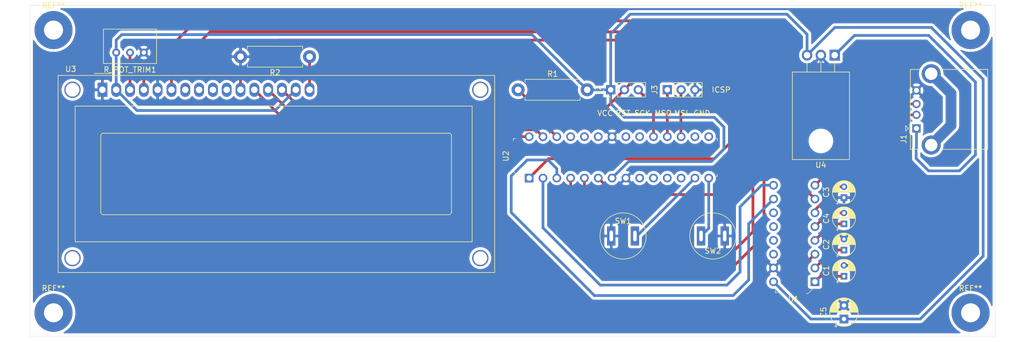
<source format=kicad_pcb>
(kicad_pcb (version 20171130) (host pcbnew 5.1.10-88a1d61d58~90~ubuntu20.04.1)

  (general
    (thickness 1.6)
    (drawings 11)
    (tracks 155)
    (zones 0)
    (modules 21)
    (nets 48)
  )

  (page A4)
  (layers
    (0 F.Cu signal)
    (31 B.Cu signal)
    (32 B.Adhes user)
    (33 F.Adhes user)
    (34 B.Paste user)
    (35 F.Paste user)
    (36 B.SilkS user)
    (37 F.SilkS user)
    (38 B.Mask user)
    (39 F.Mask user)
    (40 Dwgs.User user)
    (41 Cmts.User user)
    (42 Eco1.User user)
    (43 Eco2.User user)
    (44 Edge.Cuts user)
    (45 Margin user)
    (46 B.CrtYd user)
    (47 F.CrtYd user)
    (48 B.Fab user)
    (49 F.Fab user)
  )

  (setup
    (last_trace_width 0.5)
    (user_trace_width 0.5)
    (user_trace_width 2)
    (trace_clearance 0.2)
    (zone_clearance 0.508)
    (zone_45_only no)
    (trace_min 0.2)
    (via_size 0.8)
    (via_drill 0.4)
    (via_min_size 0.4)
    (via_min_drill 0.3)
    (uvia_size 0.3)
    (uvia_drill 0.1)
    (uvias_allowed no)
    (uvia_min_size 0.2)
    (uvia_min_drill 0.1)
    (edge_width 0.05)
    (segment_width 0.2)
    (pcb_text_width 0.3)
    (pcb_text_size 1.5 1.5)
    (mod_edge_width 0.12)
    (mod_text_size 1 1)
    (mod_text_width 0.15)
    (pad_size 1.524 1.524)
    (pad_drill 0.762)
    (pad_to_mask_clearance 0)
    (aux_axis_origin 0 0)
    (visible_elements FFFFFF7F)
    (pcbplotparams
      (layerselection 0x010fc_ffffffff)
      (usegerberextensions false)
      (usegerberattributes true)
      (usegerberadvancedattributes true)
      (creategerberjobfile true)
      (excludeedgelayer true)
      (linewidth 0.100000)
      (plotframeref false)
      (viasonmask false)
      (mode 1)
      (useauxorigin false)
      (hpglpennumber 1)
      (hpglpenspeed 20)
      (hpglpendiameter 15.000000)
      (psnegative false)
      (psa4output false)
      (plotreference true)
      (plotvalue true)
      (plotinvisibletext false)
      (padsonsilk false)
      (subtractmaskfromsilk false)
      (outputformat 1)
      (mirror false)
      (drillshape 0)
      (scaleselection 1)
      (outputdirectory "gerbers/"))
  )

  (net 0 "")
  (net 1 "Net-(C1-Pad1)")
  (net 2 "Net-(C1-Pad2)")
  (net 3 "Net-(C2-Pad1)")
  (net 4 GND)
  (net 5 "Net-(C3-Pad2)")
  (net 6 "Net-(C4-Pad2)")
  (net 7 "Net-(C4-Pad1)")
  (net 8 +5V)
  (net 9 +12V)
  (net 10 "Net-(J1-Pad2)")
  (net 11 "Net-(J1-Pad3)")
  (net 12 "Net-(J2-Pad3)")
  (net 13 "Net-(J2-Pad2)")
  (net 14 "Net-(J3-Pad1)")
  (net 15 "Net-(J3-Pad2)")
  (net 16 "Net-(R2-Pad1)")
  (net 17 "Net-(R_POT_TRIM1-Pad2)")
  (net 18 "Net-(SW1-Pad1)")
  (net 19 "Net-(SW2-Pad1)")
  (net 20 "Net-(U1-Pad10)")
  (net 21 "Net-(U1-Pad11)")
  (net 22 "Net-(U1-Pad12)")
  (net 23 "Net-(U1-Pad13)")
  (net 24 "Net-(U1-Pad14)")
  (net 25 "Net-(U1-Pad9)")
  (net 26 "Net-(U2-Pad4)")
  (net 27 "Net-(U2-Pad5)")
  (net 28 "Net-(U2-Pad6)")
  (net 29 "Net-(U2-Pad9)")
  (net 30 "Net-(U2-Pad10)")
  (net 31 "Net-(U2-Pad11)")
  (net 32 "Net-(U2-Pad12)")
  (net 33 "Net-(U2-Pad15)")
  (net 34 "Net-(U2-Pad16)")
  (net 35 "Net-(U2-Pad20)")
  (net 36 "Net-(U2-Pad21)")
  (net 37 "Net-(U2-Pad23)")
  (net 38 "Net-(U2-Pad24)")
  (net 39 "Net-(U2-Pad25)")
  (net 40 "Net-(U2-Pad26)")
  (net 41 "Net-(U2-Pad27)")
  (net 42 "Net-(U2-Pad28)")
  (net 43 "Net-(U3-Pad7)")
  (net 44 "Net-(U3-Pad8)")
  (net 45 "Net-(U3-Pad9)")
  (net 46 "Net-(U3-Pad10)")
  (net 47 HT)

  (net_class Default "This is the default net class."
    (clearance 0.2)
    (trace_width 0.25)
    (via_dia 0.8)
    (via_drill 0.4)
    (uvia_dia 0.3)
    (uvia_drill 0.1)
    (add_net +12V)
    (add_net +5V)
    (add_net GND)
    (add_net HT)
    (add_net "Net-(C1-Pad1)")
    (add_net "Net-(C1-Pad2)")
    (add_net "Net-(C2-Pad1)")
    (add_net "Net-(C3-Pad2)")
    (add_net "Net-(C4-Pad1)")
    (add_net "Net-(C4-Pad2)")
    (add_net "Net-(J1-Pad2)")
    (add_net "Net-(J1-Pad3)")
    (add_net "Net-(J2-Pad2)")
    (add_net "Net-(J2-Pad3)")
    (add_net "Net-(J3-Pad1)")
    (add_net "Net-(J3-Pad2)")
    (add_net "Net-(R2-Pad1)")
    (add_net "Net-(R_POT_TRIM1-Pad2)")
    (add_net "Net-(SW1-Pad1)")
    (add_net "Net-(SW2-Pad1)")
    (add_net "Net-(U1-Pad10)")
    (add_net "Net-(U1-Pad11)")
    (add_net "Net-(U1-Pad12)")
    (add_net "Net-(U1-Pad13)")
    (add_net "Net-(U1-Pad14)")
    (add_net "Net-(U1-Pad9)")
    (add_net "Net-(U2-Pad10)")
    (add_net "Net-(U2-Pad11)")
    (add_net "Net-(U2-Pad12)")
    (add_net "Net-(U2-Pad15)")
    (add_net "Net-(U2-Pad16)")
    (add_net "Net-(U2-Pad20)")
    (add_net "Net-(U2-Pad21)")
    (add_net "Net-(U2-Pad23)")
    (add_net "Net-(U2-Pad24)")
    (add_net "Net-(U2-Pad25)")
    (add_net "Net-(U2-Pad26)")
    (add_net "Net-(U2-Pad27)")
    (add_net "Net-(U2-Pad28)")
    (add_net "Net-(U2-Pad4)")
    (add_net "Net-(U2-Pad5)")
    (add_net "Net-(U2-Pad6)")
    (add_net "Net-(U2-Pad9)")
    (add_net "Net-(U3-Pad10)")
    (add_net "Net-(U3-Pad7)")
    (add_net "Net-(U3-Pad8)")
    (add_net "Net-(U3-Pad9)")
  )

  (module digikey-footprints:DIP-16_W7.62mm (layer F.Cu) (tedit 59C51584) (tstamp 625C17DF)
    (at 211.4042 127.381 180)
    (path /6236518D)
    (fp_text reference U1 (at 3.94 -3.2) (layer F.SilkS)
      (effects (font (size 1 1) (thickness 0.15)))
    )
    (fp_text value MAX232N (at 3.8 20) (layer F.Fab)
      (effects (font (size 1 1) (thickness 0.15)))
    )
    (fp_line (start 0.3 18.7) (end 0.3 18.9) (layer F.SilkS) (width 0.1))
    (fp_line (start 0.3 18.9) (end 0.6 18.9) (layer F.SilkS) (width 0.1))
    (fp_line (start 6.9 18.9) (end 7.2 18.9) (layer F.SilkS) (width 0.1))
    (fp_line (start 7.2 18.9) (end 7.2 18.7) (layer F.SilkS) (width 0.1))
    (fp_line (start 0.48 18.79) (end 7.08 18.79) (layer F.Fab) (width 0.1))
    (fp_line (start -1.05 19.05) (end 8.67 19.05) (layer F.CrtYd) (width 0.05))
    (fp_line (start -0.08 -1.2) (end -0.33 -1.2) (layer F.SilkS) (width 0.1))
    (fp_line (start 0.3 -1.2) (end -0.07 -1.2) (layer F.SilkS) (width 0.1))
    (fp_line (start -1.05 -2.25) (end 8.67 -2.25) (layer F.CrtYd) (width 0.05))
    (fp_line (start 8.67 19.05) (end 8.67 -2.25) (layer F.CrtYd) (width 0.05))
    (fp_line (start -1.05 -2.25) (end -1.05 19.05) (layer F.CrtYd) (width 0.05))
    (fp_line (start 1.6 -2.2) (end 1.3 -2.2) (layer F.SilkS) (width 0.1))
    (fp_line (start 1.3 -2.2) (end 0.3 -1.2) (layer F.SilkS) (width 0.1))
    (fp_line (start 7.28 -1.61) (end 7.28 -2.01) (layer F.SilkS) (width 0.1))
    (fp_line (start 7.28 -2.01) (end 6.88 -2.01) (layer F.SilkS) (width 0.1))
    (fp_line (start 0.48 -0.9) (end 0.48 18.79) (layer F.Fab) (width 0.1))
    (fp_line (start 1.38 -1.8) (end 7.08 -1.8) (layer F.Fab) (width 0.1))
    (fp_line (start 0.48 -0.9) (end 1.38 -1.8) (layer F.Fab) (width 0.1))
    (fp_line (start 7.08 -1.8) (end 7.08 18.79) (layer F.Fab) (width 0.1))
    (fp_text user REF** (at 3.84 7.97) (layer F.Fab)
      (effects (font (size 1 1) (thickness 0.1)))
    )
    (pad 1 thru_hole rect (at 0 0 180) (size 1.6 1.6) (drill 1) (layers *.Cu *.Mask)
      (net 1 "Net-(C1-Pad1)"))
    (pad 2 thru_hole circle (at 0 2.54 180) (size 1.6 1.6) (drill 1) (layers *.Cu *.Mask)
      (net 3 "Net-(C2-Pad1)"))
    (pad 3 thru_hole circle (at 0 5.08 180) (size 1.6 1.6) (drill 1) (layers *.Cu *.Mask)
      (net 2 "Net-(C1-Pad2)"))
    (pad 4 thru_hole circle (at 0 7.62 180) (size 1.6 1.6) (drill 1) (layers *.Cu *.Mask)
      (net 7 "Net-(C4-Pad1)"))
    (pad 5 thru_hole circle (at 0 10.16 180) (size 1.6 1.6) (drill 1) (layers *.Cu *.Mask)
      (net 6 "Net-(C4-Pad2)"))
    (pad 6 thru_hole circle (at 0 12.7 180) (size 1.6 1.6) (drill 1) (layers *.Cu *.Mask)
      (net 5 "Net-(C3-Pad2)"))
    (pad 7 thru_hole circle (at 0 15.24 180) (size 1.6 1.6) (drill 1) (layers *.Cu *.Mask)
      (net 11 "Net-(J1-Pad3)"))
    (pad 10 thru_hole circle (at 7.62 15.24 180) (size 1.6 1.6) (drill 1) (layers *.Cu *.Mask)
      (net 20 "Net-(U1-Pad10)"))
    (pad 11 thru_hole circle (at 7.62 12.7 180) (size 1.6 1.6) (drill 1) (layers *.Cu *.Mask)
      (net 21 "Net-(U1-Pad11)"))
    (pad 12 thru_hole circle (at 7.62 10.16 180) (size 1.6 1.6) (drill 1) (layers *.Cu *.Mask)
      (net 22 "Net-(U1-Pad12)"))
    (pad 13 thru_hole circle (at 7.62 7.62 180) (size 1.6 1.6) (drill 1) (layers *.Cu *.Mask)
      (net 23 "Net-(U1-Pad13)"))
    (pad 14 thru_hole circle (at 7.62 5.08 180) (size 1.6 1.6) (drill 1) (layers *.Cu *.Mask)
      (net 24 "Net-(U1-Pad14)"))
    (pad 15 thru_hole circle (at 7.62 2.54 180) (size 1.6 1.6) (drill 1) (layers *.Cu *.Mask)
      (net 4 GND))
    (pad 16 thru_hole circle (at 7.62 0 180) (size 1.6 1.6) (drill 1) (layers *.Cu *.Mask)
      (net 8 +5V))
    (pad 8 thru_hole circle (at 0 17.78 180) (size 1.6 1.6) (drill 1) (layers *.Cu *.Mask)
      (net 10 "Net-(J1-Pad2)"))
    (pad 9 thru_hole circle (at 7.62 17.78 180) (size 1.6 1.6) (drill 1) (layers *.Cu *.Mask)
      (net 25 "Net-(U1-Pad9)"))
  )

  (module Capacitor_THT:CP_Radial_D4.0mm_P2.00mm (layer F.Cu) (tedit 5AE50EF0) (tstamp 625C1568)
    (at 216.7382 121.539 90)
    (descr "CP, Radial series, Radial, pin pitch=2.00mm, , diameter=4mm, Electrolytic Capacitor")
    (tags "CP Radial series Radial pin pitch 2.00mm  diameter 4mm Electrolytic Capacitor")
    (path /62391900)
    (fp_text reference C2 (at 1 -3.25 90) (layer F.SilkS)
      (effects (font (size 1 1) (thickness 0.15)))
    )
    (fp_text value 10uF (at 1 3.25 90) (layer F.Fab)
      (effects (font (size 1 1) (thickness 0.15)))
    )
    (fp_circle (center 1 0) (end 3 0) (layer F.Fab) (width 0.1))
    (fp_circle (center 1 0) (end 3.12 0) (layer F.SilkS) (width 0.12))
    (fp_circle (center 1 0) (end 3.25 0) (layer F.CrtYd) (width 0.05))
    (fp_line (start -0.702554 -0.8675) (end -0.302554 -0.8675) (layer F.Fab) (width 0.1))
    (fp_line (start -0.502554 -1.0675) (end -0.502554 -0.6675) (layer F.Fab) (width 0.1))
    (fp_line (start 1 -2.08) (end 1 2.08) (layer F.SilkS) (width 0.12))
    (fp_line (start 1.04 -2.08) (end 1.04 2.08) (layer F.SilkS) (width 0.12))
    (fp_line (start 1.08 -2.079) (end 1.08 2.079) (layer F.SilkS) (width 0.12))
    (fp_line (start 1.12 -2.077) (end 1.12 2.077) (layer F.SilkS) (width 0.12))
    (fp_line (start 1.16 -2.074) (end 1.16 2.074) (layer F.SilkS) (width 0.12))
    (fp_line (start 1.2 -2.071) (end 1.2 -0.84) (layer F.SilkS) (width 0.12))
    (fp_line (start 1.2 0.84) (end 1.2 2.071) (layer F.SilkS) (width 0.12))
    (fp_line (start 1.24 -2.067) (end 1.24 -0.84) (layer F.SilkS) (width 0.12))
    (fp_line (start 1.24 0.84) (end 1.24 2.067) (layer F.SilkS) (width 0.12))
    (fp_line (start 1.28 -2.062) (end 1.28 -0.84) (layer F.SilkS) (width 0.12))
    (fp_line (start 1.28 0.84) (end 1.28 2.062) (layer F.SilkS) (width 0.12))
    (fp_line (start 1.32 -2.056) (end 1.32 -0.84) (layer F.SilkS) (width 0.12))
    (fp_line (start 1.32 0.84) (end 1.32 2.056) (layer F.SilkS) (width 0.12))
    (fp_line (start 1.36 -2.05) (end 1.36 -0.84) (layer F.SilkS) (width 0.12))
    (fp_line (start 1.36 0.84) (end 1.36 2.05) (layer F.SilkS) (width 0.12))
    (fp_line (start 1.4 -2.042) (end 1.4 -0.84) (layer F.SilkS) (width 0.12))
    (fp_line (start 1.4 0.84) (end 1.4 2.042) (layer F.SilkS) (width 0.12))
    (fp_line (start 1.44 -2.034) (end 1.44 -0.84) (layer F.SilkS) (width 0.12))
    (fp_line (start 1.44 0.84) (end 1.44 2.034) (layer F.SilkS) (width 0.12))
    (fp_line (start 1.48 -2.025) (end 1.48 -0.84) (layer F.SilkS) (width 0.12))
    (fp_line (start 1.48 0.84) (end 1.48 2.025) (layer F.SilkS) (width 0.12))
    (fp_line (start 1.52 -2.016) (end 1.52 -0.84) (layer F.SilkS) (width 0.12))
    (fp_line (start 1.52 0.84) (end 1.52 2.016) (layer F.SilkS) (width 0.12))
    (fp_line (start 1.56 -2.005) (end 1.56 -0.84) (layer F.SilkS) (width 0.12))
    (fp_line (start 1.56 0.84) (end 1.56 2.005) (layer F.SilkS) (width 0.12))
    (fp_line (start 1.6 -1.994) (end 1.6 -0.84) (layer F.SilkS) (width 0.12))
    (fp_line (start 1.6 0.84) (end 1.6 1.994) (layer F.SilkS) (width 0.12))
    (fp_line (start 1.64 -1.982) (end 1.64 -0.84) (layer F.SilkS) (width 0.12))
    (fp_line (start 1.64 0.84) (end 1.64 1.982) (layer F.SilkS) (width 0.12))
    (fp_line (start 1.68 -1.968) (end 1.68 -0.84) (layer F.SilkS) (width 0.12))
    (fp_line (start 1.68 0.84) (end 1.68 1.968) (layer F.SilkS) (width 0.12))
    (fp_line (start 1.721 -1.954) (end 1.721 -0.84) (layer F.SilkS) (width 0.12))
    (fp_line (start 1.721 0.84) (end 1.721 1.954) (layer F.SilkS) (width 0.12))
    (fp_line (start 1.761 -1.94) (end 1.761 -0.84) (layer F.SilkS) (width 0.12))
    (fp_line (start 1.761 0.84) (end 1.761 1.94) (layer F.SilkS) (width 0.12))
    (fp_line (start 1.801 -1.924) (end 1.801 -0.84) (layer F.SilkS) (width 0.12))
    (fp_line (start 1.801 0.84) (end 1.801 1.924) (layer F.SilkS) (width 0.12))
    (fp_line (start 1.841 -1.907) (end 1.841 -0.84) (layer F.SilkS) (width 0.12))
    (fp_line (start 1.841 0.84) (end 1.841 1.907) (layer F.SilkS) (width 0.12))
    (fp_line (start 1.881 -1.889) (end 1.881 -0.84) (layer F.SilkS) (width 0.12))
    (fp_line (start 1.881 0.84) (end 1.881 1.889) (layer F.SilkS) (width 0.12))
    (fp_line (start 1.921 -1.87) (end 1.921 -0.84) (layer F.SilkS) (width 0.12))
    (fp_line (start 1.921 0.84) (end 1.921 1.87) (layer F.SilkS) (width 0.12))
    (fp_line (start 1.961 -1.851) (end 1.961 -0.84) (layer F.SilkS) (width 0.12))
    (fp_line (start 1.961 0.84) (end 1.961 1.851) (layer F.SilkS) (width 0.12))
    (fp_line (start 2.001 -1.83) (end 2.001 -0.84) (layer F.SilkS) (width 0.12))
    (fp_line (start 2.001 0.84) (end 2.001 1.83) (layer F.SilkS) (width 0.12))
    (fp_line (start 2.041 -1.808) (end 2.041 -0.84) (layer F.SilkS) (width 0.12))
    (fp_line (start 2.041 0.84) (end 2.041 1.808) (layer F.SilkS) (width 0.12))
    (fp_line (start 2.081 -1.785) (end 2.081 -0.84) (layer F.SilkS) (width 0.12))
    (fp_line (start 2.081 0.84) (end 2.081 1.785) (layer F.SilkS) (width 0.12))
    (fp_line (start 2.121 -1.76) (end 2.121 -0.84) (layer F.SilkS) (width 0.12))
    (fp_line (start 2.121 0.84) (end 2.121 1.76) (layer F.SilkS) (width 0.12))
    (fp_line (start 2.161 -1.735) (end 2.161 -0.84) (layer F.SilkS) (width 0.12))
    (fp_line (start 2.161 0.84) (end 2.161 1.735) (layer F.SilkS) (width 0.12))
    (fp_line (start 2.201 -1.708) (end 2.201 -0.84) (layer F.SilkS) (width 0.12))
    (fp_line (start 2.201 0.84) (end 2.201 1.708) (layer F.SilkS) (width 0.12))
    (fp_line (start 2.241 -1.68) (end 2.241 -0.84) (layer F.SilkS) (width 0.12))
    (fp_line (start 2.241 0.84) (end 2.241 1.68) (layer F.SilkS) (width 0.12))
    (fp_line (start 2.281 -1.65) (end 2.281 -0.84) (layer F.SilkS) (width 0.12))
    (fp_line (start 2.281 0.84) (end 2.281 1.65) (layer F.SilkS) (width 0.12))
    (fp_line (start 2.321 -1.619) (end 2.321 -0.84) (layer F.SilkS) (width 0.12))
    (fp_line (start 2.321 0.84) (end 2.321 1.619) (layer F.SilkS) (width 0.12))
    (fp_line (start 2.361 -1.587) (end 2.361 -0.84) (layer F.SilkS) (width 0.12))
    (fp_line (start 2.361 0.84) (end 2.361 1.587) (layer F.SilkS) (width 0.12))
    (fp_line (start 2.401 -1.552) (end 2.401 -0.84) (layer F.SilkS) (width 0.12))
    (fp_line (start 2.401 0.84) (end 2.401 1.552) (layer F.SilkS) (width 0.12))
    (fp_line (start 2.441 -1.516) (end 2.441 -0.84) (layer F.SilkS) (width 0.12))
    (fp_line (start 2.441 0.84) (end 2.441 1.516) (layer F.SilkS) (width 0.12))
    (fp_line (start 2.481 -1.478) (end 2.481 -0.84) (layer F.SilkS) (width 0.12))
    (fp_line (start 2.481 0.84) (end 2.481 1.478) (layer F.SilkS) (width 0.12))
    (fp_line (start 2.521 -1.438) (end 2.521 -0.84) (layer F.SilkS) (width 0.12))
    (fp_line (start 2.521 0.84) (end 2.521 1.438) (layer F.SilkS) (width 0.12))
    (fp_line (start 2.561 -1.396) (end 2.561 -0.84) (layer F.SilkS) (width 0.12))
    (fp_line (start 2.561 0.84) (end 2.561 1.396) (layer F.SilkS) (width 0.12))
    (fp_line (start 2.601 -1.351) (end 2.601 -0.84) (layer F.SilkS) (width 0.12))
    (fp_line (start 2.601 0.84) (end 2.601 1.351) (layer F.SilkS) (width 0.12))
    (fp_line (start 2.641 -1.304) (end 2.641 -0.84) (layer F.SilkS) (width 0.12))
    (fp_line (start 2.641 0.84) (end 2.641 1.304) (layer F.SilkS) (width 0.12))
    (fp_line (start 2.681 -1.254) (end 2.681 -0.84) (layer F.SilkS) (width 0.12))
    (fp_line (start 2.681 0.84) (end 2.681 1.254) (layer F.SilkS) (width 0.12))
    (fp_line (start 2.721 -1.2) (end 2.721 -0.84) (layer F.SilkS) (width 0.12))
    (fp_line (start 2.721 0.84) (end 2.721 1.2) (layer F.SilkS) (width 0.12))
    (fp_line (start 2.761 -1.142) (end 2.761 -0.84) (layer F.SilkS) (width 0.12))
    (fp_line (start 2.761 0.84) (end 2.761 1.142) (layer F.SilkS) (width 0.12))
    (fp_line (start 2.801 -1.08) (end 2.801 -0.84) (layer F.SilkS) (width 0.12))
    (fp_line (start 2.801 0.84) (end 2.801 1.08) (layer F.SilkS) (width 0.12))
    (fp_line (start 2.841 -1.013) (end 2.841 1.013) (layer F.SilkS) (width 0.12))
    (fp_line (start 2.881 -0.94) (end 2.881 0.94) (layer F.SilkS) (width 0.12))
    (fp_line (start 2.921 -0.859) (end 2.921 0.859) (layer F.SilkS) (width 0.12))
    (fp_line (start 2.961 -0.768) (end 2.961 0.768) (layer F.SilkS) (width 0.12))
    (fp_line (start 3.001 -0.664) (end 3.001 0.664) (layer F.SilkS) (width 0.12))
    (fp_line (start 3.041 -0.537) (end 3.041 0.537) (layer F.SilkS) (width 0.12))
    (fp_line (start 3.081 -0.37) (end 3.081 0.37) (layer F.SilkS) (width 0.12))
    (fp_line (start -1.269801 -1.195) (end -0.869801 -1.195) (layer F.SilkS) (width 0.12))
    (fp_line (start -1.069801 -1.395) (end -1.069801 -0.995) (layer F.SilkS) (width 0.12))
    (fp_text user %R (at 1 0 90) (layer F.Fab)
      (effects (font (size 0.8 0.8) (thickness 0.12)))
    )
    (pad 1 thru_hole rect (at 0 0 90) (size 1.2 1.2) (drill 0.6) (layers *.Cu *.Mask)
      (net 3 "Net-(C2-Pad1)"))
    (pad 2 thru_hole circle (at 2 0 90) (size 1.2 1.2) (drill 0.6) (layers *.Cu *.Mask)
      (net 4 GND))
    (model ${KISYS3DMOD}/Capacitor_THT.3dshapes/CP_Radial_D4.0mm_P2.00mm.wrl
      (at (xyz 0 0 0))
      (scale (xyz 1 1 1))
      (rotate (xyz 0 0 0))
    )
  )

  (module Capacitor_THT:CP_Radial_D5.0mm_P2.50mm (layer F.Cu) (tedit 5AE50EF0) (tstamp 625C16E9)
    (at 216.7382 134.239 90)
    (descr "CP, Radial series, Radial, pin pitch=2.50mm, , diameter=5mm, Electrolytic Capacitor")
    (tags "CP Radial series Radial pin pitch 2.50mm  diameter 5mm Electrolytic Capacitor")
    (path /62355002)
    (fp_text reference C5 (at 1.25 -3.75 90) (layer F.SilkS)
      (effects (font (size 1 1) (thickness 0.15)))
    )
    (fp_text value 220uF (at 1.25 3.75 90) (layer F.Fab)
      (effects (font (size 1 1) (thickness 0.15)))
    )
    (fp_line (start -1.304775 -1.725) (end -1.304775 -1.225) (layer F.SilkS) (width 0.12))
    (fp_line (start -1.554775 -1.475) (end -1.054775 -1.475) (layer F.SilkS) (width 0.12))
    (fp_line (start 3.851 -0.284) (end 3.851 0.284) (layer F.SilkS) (width 0.12))
    (fp_line (start 3.811 -0.518) (end 3.811 0.518) (layer F.SilkS) (width 0.12))
    (fp_line (start 3.771 -0.677) (end 3.771 0.677) (layer F.SilkS) (width 0.12))
    (fp_line (start 3.731 -0.805) (end 3.731 0.805) (layer F.SilkS) (width 0.12))
    (fp_line (start 3.691 -0.915) (end 3.691 0.915) (layer F.SilkS) (width 0.12))
    (fp_line (start 3.651 -1.011) (end 3.651 1.011) (layer F.SilkS) (width 0.12))
    (fp_line (start 3.611 -1.098) (end 3.611 1.098) (layer F.SilkS) (width 0.12))
    (fp_line (start 3.571 -1.178) (end 3.571 1.178) (layer F.SilkS) (width 0.12))
    (fp_line (start 3.531 1.04) (end 3.531 1.251) (layer F.SilkS) (width 0.12))
    (fp_line (start 3.531 -1.251) (end 3.531 -1.04) (layer F.SilkS) (width 0.12))
    (fp_line (start 3.491 1.04) (end 3.491 1.319) (layer F.SilkS) (width 0.12))
    (fp_line (start 3.491 -1.319) (end 3.491 -1.04) (layer F.SilkS) (width 0.12))
    (fp_line (start 3.451 1.04) (end 3.451 1.383) (layer F.SilkS) (width 0.12))
    (fp_line (start 3.451 -1.383) (end 3.451 -1.04) (layer F.SilkS) (width 0.12))
    (fp_line (start 3.411 1.04) (end 3.411 1.443) (layer F.SilkS) (width 0.12))
    (fp_line (start 3.411 -1.443) (end 3.411 -1.04) (layer F.SilkS) (width 0.12))
    (fp_line (start 3.371 1.04) (end 3.371 1.5) (layer F.SilkS) (width 0.12))
    (fp_line (start 3.371 -1.5) (end 3.371 -1.04) (layer F.SilkS) (width 0.12))
    (fp_line (start 3.331 1.04) (end 3.331 1.554) (layer F.SilkS) (width 0.12))
    (fp_line (start 3.331 -1.554) (end 3.331 -1.04) (layer F.SilkS) (width 0.12))
    (fp_line (start 3.291 1.04) (end 3.291 1.605) (layer F.SilkS) (width 0.12))
    (fp_line (start 3.291 -1.605) (end 3.291 -1.04) (layer F.SilkS) (width 0.12))
    (fp_line (start 3.251 1.04) (end 3.251 1.653) (layer F.SilkS) (width 0.12))
    (fp_line (start 3.251 -1.653) (end 3.251 -1.04) (layer F.SilkS) (width 0.12))
    (fp_line (start 3.211 1.04) (end 3.211 1.699) (layer F.SilkS) (width 0.12))
    (fp_line (start 3.211 -1.699) (end 3.211 -1.04) (layer F.SilkS) (width 0.12))
    (fp_line (start 3.171 1.04) (end 3.171 1.743) (layer F.SilkS) (width 0.12))
    (fp_line (start 3.171 -1.743) (end 3.171 -1.04) (layer F.SilkS) (width 0.12))
    (fp_line (start 3.131 1.04) (end 3.131 1.785) (layer F.SilkS) (width 0.12))
    (fp_line (start 3.131 -1.785) (end 3.131 -1.04) (layer F.SilkS) (width 0.12))
    (fp_line (start 3.091 1.04) (end 3.091 1.826) (layer F.SilkS) (width 0.12))
    (fp_line (start 3.091 -1.826) (end 3.091 -1.04) (layer F.SilkS) (width 0.12))
    (fp_line (start 3.051 1.04) (end 3.051 1.864) (layer F.SilkS) (width 0.12))
    (fp_line (start 3.051 -1.864) (end 3.051 -1.04) (layer F.SilkS) (width 0.12))
    (fp_line (start 3.011 1.04) (end 3.011 1.901) (layer F.SilkS) (width 0.12))
    (fp_line (start 3.011 -1.901) (end 3.011 -1.04) (layer F.SilkS) (width 0.12))
    (fp_line (start 2.971 1.04) (end 2.971 1.937) (layer F.SilkS) (width 0.12))
    (fp_line (start 2.971 -1.937) (end 2.971 -1.04) (layer F.SilkS) (width 0.12))
    (fp_line (start 2.931 1.04) (end 2.931 1.971) (layer F.SilkS) (width 0.12))
    (fp_line (start 2.931 -1.971) (end 2.931 -1.04) (layer F.SilkS) (width 0.12))
    (fp_line (start 2.891 1.04) (end 2.891 2.004) (layer F.SilkS) (width 0.12))
    (fp_line (start 2.891 -2.004) (end 2.891 -1.04) (layer F.SilkS) (width 0.12))
    (fp_line (start 2.851 1.04) (end 2.851 2.035) (layer F.SilkS) (width 0.12))
    (fp_line (start 2.851 -2.035) (end 2.851 -1.04) (layer F.SilkS) (width 0.12))
    (fp_line (start 2.811 1.04) (end 2.811 2.065) (layer F.SilkS) (width 0.12))
    (fp_line (start 2.811 -2.065) (end 2.811 -1.04) (layer F.SilkS) (width 0.12))
    (fp_line (start 2.771 1.04) (end 2.771 2.095) (layer F.SilkS) (width 0.12))
    (fp_line (start 2.771 -2.095) (end 2.771 -1.04) (layer F.SilkS) (width 0.12))
    (fp_line (start 2.731 1.04) (end 2.731 2.122) (layer F.SilkS) (width 0.12))
    (fp_line (start 2.731 -2.122) (end 2.731 -1.04) (layer F.SilkS) (width 0.12))
    (fp_line (start 2.691 1.04) (end 2.691 2.149) (layer F.SilkS) (width 0.12))
    (fp_line (start 2.691 -2.149) (end 2.691 -1.04) (layer F.SilkS) (width 0.12))
    (fp_line (start 2.651 1.04) (end 2.651 2.175) (layer F.SilkS) (width 0.12))
    (fp_line (start 2.651 -2.175) (end 2.651 -1.04) (layer F.SilkS) (width 0.12))
    (fp_line (start 2.611 1.04) (end 2.611 2.2) (layer F.SilkS) (width 0.12))
    (fp_line (start 2.611 -2.2) (end 2.611 -1.04) (layer F.SilkS) (width 0.12))
    (fp_line (start 2.571 1.04) (end 2.571 2.224) (layer F.SilkS) (width 0.12))
    (fp_line (start 2.571 -2.224) (end 2.571 -1.04) (layer F.SilkS) (width 0.12))
    (fp_line (start 2.531 1.04) (end 2.531 2.247) (layer F.SilkS) (width 0.12))
    (fp_line (start 2.531 -2.247) (end 2.531 -1.04) (layer F.SilkS) (width 0.12))
    (fp_line (start 2.491 1.04) (end 2.491 2.268) (layer F.SilkS) (width 0.12))
    (fp_line (start 2.491 -2.268) (end 2.491 -1.04) (layer F.SilkS) (width 0.12))
    (fp_line (start 2.451 1.04) (end 2.451 2.29) (layer F.SilkS) (width 0.12))
    (fp_line (start 2.451 -2.29) (end 2.451 -1.04) (layer F.SilkS) (width 0.12))
    (fp_line (start 2.411 1.04) (end 2.411 2.31) (layer F.SilkS) (width 0.12))
    (fp_line (start 2.411 -2.31) (end 2.411 -1.04) (layer F.SilkS) (width 0.12))
    (fp_line (start 2.371 1.04) (end 2.371 2.329) (layer F.SilkS) (width 0.12))
    (fp_line (start 2.371 -2.329) (end 2.371 -1.04) (layer F.SilkS) (width 0.12))
    (fp_line (start 2.331 1.04) (end 2.331 2.348) (layer F.SilkS) (width 0.12))
    (fp_line (start 2.331 -2.348) (end 2.331 -1.04) (layer F.SilkS) (width 0.12))
    (fp_line (start 2.291 1.04) (end 2.291 2.365) (layer F.SilkS) (width 0.12))
    (fp_line (start 2.291 -2.365) (end 2.291 -1.04) (layer F.SilkS) (width 0.12))
    (fp_line (start 2.251 1.04) (end 2.251 2.382) (layer F.SilkS) (width 0.12))
    (fp_line (start 2.251 -2.382) (end 2.251 -1.04) (layer F.SilkS) (width 0.12))
    (fp_line (start 2.211 1.04) (end 2.211 2.398) (layer F.SilkS) (width 0.12))
    (fp_line (start 2.211 -2.398) (end 2.211 -1.04) (layer F.SilkS) (width 0.12))
    (fp_line (start 2.171 1.04) (end 2.171 2.414) (layer F.SilkS) (width 0.12))
    (fp_line (start 2.171 -2.414) (end 2.171 -1.04) (layer F.SilkS) (width 0.12))
    (fp_line (start 2.131 1.04) (end 2.131 2.428) (layer F.SilkS) (width 0.12))
    (fp_line (start 2.131 -2.428) (end 2.131 -1.04) (layer F.SilkS) (width 0.12))
    (fp_line (start 2.091 1.04) (end 2.091 2.442) (layer F.SilkS) (width 0.12))
    (fp_line (start 2.091 -2.442) (end 2.091 -1.04) (layer F.SilkS) (width 0.12))
    (fp_line (start 2.051 1.04) (end 2.051 2.455) (layer F.SilkS) (width 0.12))
    (fp_line (start 2.051 -2.455) (end 2.051 -1.04) (layer F.SilkS) (width 0.12))
    (fp_line (start 2.011 1.04) (end 2.011 2.468) (layer F.SilkS) (width 0.12))
    (fp_line (start 2.011 -2.468) (end 2.011 -1.04) (layer F.SilkS) (width 0.12))
    (fp_line (start 1.971 1.04) (end 1.971 2.48) (layer F.SilkS) (width 0.12))
    (fp_line (start 1.971 -2.48) (end 1.971 -1.04) (layer F.SilkS) (width 0.12))
    (fp_line (start 1.93 1.04) (end 1.93 2.491) (layer F.SilkS) (width 0.12))
    (fp_line (start 1.93 -2.491) (end 1.93 -1.04) (layer F.SilkS) (width 0.12))
    (fp_line (start 1.89 1.04) (end 1.89 2.501) (layer F.SilkS) (width 0.12))
    (fp_line (start 1.89 -2.501) (end 1.89 -1.04) (layer F.SilkS) (width 0.12))
    (fp_line (start 1.85 1.04) (end 1.85 2.511) (layer F.SilkS) (width 0.12))
    (fp_line (start 1.85 -2.511) (end 1.85 -1.04) (layer F.SilkS) (width 0.12))
    (fp_line (start 1.81 1.04) (end 1.81 2.52) (layer F.SilkS) (width 0.12))
    (fp_line (start 1.81 -2.52) (end 1.81 -1.04) (layer F.SilkS) (width 0.12))
    (fp_line (start 1.77 1.04) (end 1.77 2.528) (layer F.SilkS) (width 0.12))
    (fp_line (start 1.77 -2.528) (end 1.77 -1.04) (layer F.SilkS) (width 0.12))
    (fp_line (start 1.73 1.04) (end 1.73 2.536) (layer F.SilkS) (width 0.12))
    (fp_line (start 1.73 -2.536) (end 1.73 -1.04) (layer F.SilkS) (width 0.12))
    (fp_line (start 1.69 1.04) (end 1.69 2.543) (layer F.SilkS) (width 0.12))
    (fp_line (start 1.69 -2.543) (end 1.69 -1.04) (layer F.SilkS) (width 0.12))
    (fp_line (start 1.65 1.04) (end 1.65 2.55) (layer F.SilkS) (width 0.12))
    (fp_line (start 1.65 -2.55) (end 1.65 -1.04) (layer F.SilkS) (width 0.12))
    (fp_line (start 1.61 1.04) (end 1.61 2.556) (layer F.SilkS) (width 0.12))
    (fp_line (start 1.61 -2.556) (end 1.61 -1.04) (layer F.SilkS) (width 0.12))
    (fp_line (start 1.57 1.04) (end 1.57 2.561) (layer F.SilkS) (width 0.12))
    (fp_line (start 1.57 -2.561) (end 1.57 -1.04) (layer F.SilkS) (width 0.12))
    (fp_line (start 1.53 1.04) (end 1.53 2.565) (layer F.SilkS) (width 0.12))
    (fp_line (start 1.53 -2.565) (end 1.53 -1.04) (layer F.SilkS) (width 0.12))
    (fp_line (start 1.49 1.04) (end 1.49 2.569) (layer F.SilkS) (width 0.12))
    (fp_line (start 1.49 -2.569) (end 1.49 -1.04) (layer F.SilkS) (width 0.12))
    (fp_line (start 1.45 -2.573) (end 1.45 2.573) (layer F.SilkS) (width 0.12))
    (fp_line (start 1.41 -2.576) (end 1.41 2.576) (layer F.SilkS) (width 0.12))
    (fp_line (start 1.37 -2.578) (end 1.37 2.578) (layer F.SilkS) (width 0.12))
    (fp_line (start 1.33 -2.579) (end 1.33 2.579) (layer F.SilkS) (width 0.12))
    (fp_line (start 1.29 -2.58) (end 1.29 2.58) (layer F.SilkS) (width 0.12))
    (fp_line (start 1.25 -2.58) (end 1.25 2.58) (layer F.SilkS) (width 0.12))
    (fp_line (start -0.633605 -1.3375) (end -0.633605 -0.8375) (layer F.Fab) (width 0.1))
    (fp_line (start -0.883605 -1.0875) (end -0.383605 -1.0875) (layer F.Fab) (width 0.1))
    (fp_circle (center 1.25 0) (end 4 0) (layer F.CrtYd) (width 0.05))
    (fp_circle (center 1.25 0) (end 3.87 0) (layer F.SilkS) (width 0.12))
    (fp_circle (center 1.25 0) (end 3.75 0) (layer F.Fab) (width 0.1))
    (fp_text user %R (at 1.25 0 90) (layer F.Fab)
      (effects (font (size 1 1) (thickness 0.15)))
    )
    (pad 2 thru_hole circle (at 2.5 0 90) (size 1.6 1.6) (drill 0.8) (layers *.Cu *.Mask)
      (net 4 GND))
    (pad 1 thru_hole rect (at 0 0 90) (size 1.6 1.6) (drill 0.8) (layers *.Cu *.Mask)
      (net 8 +5V))
    (model ${KISYS3DMOD}/Capacitor_THT.3dshapes/CP_Radial_D5.0mm_P2.50mm.wrl
      (at (xyz 0 0 0))
      (scale (xyz 1 1 1))
      (rotate (xyz 0 0 0))
    )
  )

  (module Capacitor_THT:CP_Radial_D4.0mm_P2.00mm (layer F.Cu) (tedit 5AE50EF0) (tstamp 625C15D4)
    (at 216.7382 111.887 90)
    (descr "CP, Radial series, Radial, pin pitch=2.00mm, , diameter=4mm, Electrolytic Capacitor")
    (tags "CP Radial series Radial pin pitch 2.00mm  diameter 4mm Electrolytic Capacitor")
    (path /623924E9)
    (fp_text reference C3 (at 1 -3.25 90) (layer F.SilkS)
      (effects (font (size 1 1) (thickness 0.15)))
    )
    (fp_text value 10uF (at 1 3.25 90) (layer F.Fab)
      (effects (font (size 1 1) (thickness 0.15)))
    )
    (fp_line (start -1.069801 -1.395) (end -1.069801 -0.995) (layer F.SilkS) (width 0.12))
    (fp_line (start -1.269801 -1.195) (end -0.869801 -1.195) (layer F.SilkS) (width 0.12))
    (fp_line (start 3.081 -0.37) (end 3.081 0.37) (layer F.SilkS) (width 0.12))
    (fp_line (start 3.041 -0.537) (end 3.041 0.537) (layer F.SilkS) (width 0.12))
    (fp_line (start 3.001 -0.664) (end 3.001 0.664) (layer F.SilkS) (width 0.12))
    (fp_line (start 2.961 -0.768) (end 2.961 0.768) (layer F.SilkS) (width 0.12))
    (fp_line (start 2.921 -0.859) (end 2.921 0.859) (layer F.SilkS) (width 0.12))
    (fp_line (start 2.881 -0.94) (end 2.881 0.94) (layer F.SilkS) (width 0.12))
    (fp_line (start 2.841 -1.013) (end 2.841 1.013) (layer F.SilkS) (width 0.12))
    (fp_line (start 2.801 0.84) (end 2.801 1.08) (layer F.SilkS) (width 0.12))
    (fp_line (start 2.801 -1.08) (end 2.801 -0.84) (layer F.SilkS) (width 0.12))
    (fp_line (start 2.761 0.84) (end 2.761 1.142) (layer F.SilkS) (width 0.12))
    (fp_line (start 2.761 -1.142) (end 2.761 -0.84) (layer F.SilkS) (width 0.12))
    (fp_line (start 2.721 0.84) (end 2.721 1.2) (layer F.SilkS) (width 0.12))
    (fp_line (start 2.721 -1.2) (end 2.721 -0.84) (layer F.SilkS) (width 0.12))
    (fp_line (start 2.681 0.84) (end 2.681 1.254) (layer F.SilkS) (width 0.12))
    (fp_line (start 2.681 -1.254) (end 2.681 -0.84) (layer F.SilkS) (width 0.12))
    (fp_line (start 2.641 0.84) (end 2.641 1.304) (layer F.SilkS) (width 0.12))
    (fp_line (start 2.641 -1.304) (end 2.641 -0.84) (layer F.SilkS) (width 0.12))
    (fp_line (start 2.601 0.84) (end 2.601 1.351) (layer F.SilkS) (width 0.12))
    (fp_line (start 2.601 -1.351) (end 2.601 -0.84) (layer F.SilkS) (width 0.12))
    (fp_line (start 2.561 0.84) (end 2.561 1.396) (layer F.SilkS) (width 0.12))
    (fp_line (start 2.561 -1.396) (end 2.561 -0.84) (layer F.SilkS) (width 0.12))
    (fp_line (start 2.521 0.84) (end 2.521 1.438) (layer F.SilkS) (width 0.12))
    (fp_line (start 2.521 -1.438) (end 2.521 -0.84) (layer F.SilkS) (width 0.12))
    (fp_line (start 2.481 0.84) (end 2.481 1.478) (layer F.SilkS) (width 0.12))
    (fp_line (start 2.481 -1.478) (end 2.481 -0.84) (layer F.SilkS) (width 0.12))
    (fp_line (start 2.441 0.84) (end 2.441 1.516) (layer F.SilkS) (width 0.12))
    (fp_line (start 2.441 -1.516) (end 2.441 -0.84) (layer F.SilkS) (width 0.12))
    (fp_line (start 2.401 0.84) (end 2.401 1.552) (layer F.SilkS) (width 0.12))
    (fp_line (start 2.401 -1.552) (end 2.401 -0.84) (layer F.SilkS) (width 0.12))
    (fp_line (start 2.361 0.84) (end 2.361 1.587) (layer F.SilkS) (width 0.12))
    (fp_line (start 2.361 -1.587) (end 2.361 -0.84) (layer F.SilkS) (width 0.12))
    (fp_line (start 2.321 0.84) (end 2.321 1.619) (layer F.SilkS) (width 0.12))
    (fp_line (start 2.321 -1.619) (end 2.321 -0.84) (layer F.SilkS) (width 0.12))
    (fp_line (start 2.281 0.84) (end 2.281 1.65) (layer F.SilkS) (width 0.12))
    (fp_line (start 2.281 -1.65) (end 2.281 -0.84) (layer F.SilkS) (width 0.12))
    (fp_line (start 2.241 0.84) (end 2.241 1.68) (layer F.SilkS) (width 0.12))
    (fp_line (start 2.241 -1.68) (end 2.241 -0.84) (layer F.SilkS) (width 0.12))
    (fp_line (start 2.201 0.84) (end 2.201 1.708) (layer F.SilkS) (width 0.12))
    (fp_line (start 2.201 -1.708) (end 2.201 -0.84) (layer F.SilkS) (width 0.12))
    (fp_line (start 2.161 0.84) (end 2.161 1.735) (layer F.SilkS) (width 0.12))
    (fp_line (start 2.161 -1.735) (end 2.161 -0.84) (layer F.SilkS) (width 0.12))
    (fp_line (start 2.121 0.84) (end 2.121 1.76) (layer F.SilkS) (width 0.12))
    (fp_line (start 2.121 -1.76) (end 2.121 -0.84) (layer F.SilkS) (width 0.12))
    (fp_line (start 2.081 0.84) (end 2.081 1.785) (layer F.SilkS) (width 0.12))
    (fp_line (start 2.081 -1.785) (end 2.081 -0.84) (layer F.SilkS) (width 0.12))
    (fp_line (start 2.041 0.84) (end 2.041 1.808) (layer F.SilkS) (width 0.12))
    (fp_line (start 2.041 -1.808) (end 2.041 -0.84) (layer F.SilkS) (width 0.12))
    (fp_line (start 2.001 0.84) (end 2.001 1.83) (layer F.SilkS) (width 0.12))
    (fp_line (start 2.001 -1.83) (end 2.001 -0.84) (layer F.SilkS) (width 0.12))
    (fp_line (start 1.961 0.84) (end 1.961 1.851) (layer F.SilkS) (width 0.12))
    (fp_line (start 1.961 -1.851) (end 1.961 -0.84) (layer F.SilkS) (width 0.12))
    (fp_line (start 1.921 0.84) (end 1.921 1.87) (layer F.SilkS) (width 0.12))
    (fp_line (start 1.921 -1.87) (end 1.921 -0.84) (layer F.SilkS) (width 0.12))
    (fp_line (start 1.881 0.84) (end 1.881 1.889) (layer F.SilkS) (width 0.12))
    (fp_line (start 1.881 -1.889) (end 1.881 -0.84) (layer F.SilkS) (width 0.12))
    (fp_line (start 1.841 0.84) (end 1.841 1.907) (layer F.SilkS) (width 0.12))
    (fp_line (start 1.841 -1.907) (end 1.841 -0.84) (layer F.SilkS) (width 0.12))
    (fp_line (start 1.801 0.84) (end 1.801 1.924) (layer F.SilkS) (width 0.12))
    (fp_line (start 1.801 -1.924) (end 1.801 -0.84) (layer F.SilkS) (width 0.12))
    (fp_line (start 1.761 0.84) (end 1.761 1.94) (layer F.SilkS) (width 0.12))
    (fp_line (start 1.761 -1.94) (end 1.761 -0.84) (layer F.SilkS) (width 0.12))
    (fp_line (start 1.721 0.84) (end 1.721 1.954) (layer F.SilkS) (width 0.12))
    (fp_line (start 1.721 -1.954) (end 1.721 -0.84) (layer F.SilkS) (width 0.12))
    (fp_line (start 1.68 0.84) (end 1.68 1.968) (layer F.SilkS) (width 0.12))
    (fp_line (start 1.68 -1.968) (end 1.68 -0.84) (layer F.SilkS) (width 0.12))
    (fp_line (start 1.64 0.84) (end 1.64 1.982) (layer F.SilkS) (width 0.12))
    (fp_line (start 1.64 -1.982) (end 1.64 -0.84) (layer F.SilkS) (width 0.12))
    (fp_line (start 1.6 0.84) (end 1.6 1.994) (layer F.SilkS) (width 0.12))
    (fp_line (start 1.6 -1.994) (end 1.6 -0.84) (layer F.SilkS) (width 0.12))
    (fp_line (start 1.56 0.84) (end 1.56 2.005) (layer F.SilkS) (width 0.12))
    (fp_line (start 1.56 -2.005) (end 1.56 -0.84) (layer F.SilkS) (width 0.12))
    (fp_line (start 1.52 0.84) (end 1.52 2.016) (layer F.SilkS) (width 0.12))
    (fp_line (start 1.52 -2.016) (end 1.52 -0.84) (layer F.SilkS) (width 0.12))
    (fp_line (start 1.48 0.84) (end 1.48 2.025) (layer F.SilkS) (width 0.12))
    (fp_line (start 1.48 -2.025) (end 1.48 -0.84) (layer F.SilkS) (width 0.12))
    (fp_line (start 1.44 0.84) (end 1.44 2.034) (layer F.SilkS) (width 0.12))
    (fp_line (start 1.44 -2.034) (end 1.44 -0.84) (layer F.SilkS) (width 0.12))
    (fp_line (start 1.4 0.84) (end 1.4 2.042) (layer F.SilkS) (width 0.12))
    (fp_line (start 1.4 -2.042) (end 1.4 -0.84) (layer F.SilkS) (width 0.12))
    (fp_line (start 1.36 0.84) (end 1.36 2.05) (layer F.SilkS) (width 0.12))
    (fp_line (start 1.36 -2.05) (end 1.36 -0.84) (layer F.SilkS) (width 0.12))
    (fp_line (start 1.32 0.84) (end 1.32 2.056) (layer F.SilkS) (width 0.12))
    (fp_line (start 1.32 -2.056) (end 1.32 -0.84) (layer F.SilkS) (width 0.12))
    (fp_line (start 1.28 0.84) (end 1.28 2.062) (layer F.SilkS) (width 0.12))
    (fp_line (start 1.28 -2.062) (end 1.28 -0.84) (layer F.SilkS) (width 0.12))
    (fp_line (start 1.24 0.84) (end 1.24 2.067) (layer F.SilkS) (width 0.12))
    (fp_line (start 1.24 -2.067) (end 1.24 -0.84) (layer F.SilkS) (width 0.12))
    (fp_line (start 1.2 0.84) (end 1.2 2.071) (layer F.SilkS) (width 0.12))
    (fp_line (start 1.2 -2.071) (end 1.2 -0.84) (layer F.SilkS) (width 0.12))
    (fp_line (start 1.16 -2.074) (end 1.16 2.074) (layer F.SilkS) (width 0.12))
    (fp_line (start 1.12 -2.077) (end 1.12 2.077) (layer F.SilkS) (width 0.12))
    (fp_line (start 1.08 -2.079) (end 1.08 2.079) (layer F.SilkS) (width 0.12))
    (fp_line (start 1.04 -2.08) (end 1.04 2.08) (layer F.SilkS) (width 0.12))
    (fp_line (start 1 -2.08) (end 1 2.08) (layer F.SilkS) (width 0.12))
    (fp_line (start -0.502554 -1.0675) (end -0.502554 -0.6675) (layer F.Fab) (width 0.1))
    (fp_line (start -0.702554 -0.8675) (end -0.302554 -0.8675) (layer F.Fab) (width 0.1))
    (fp_circle (center 1 0) (end 3.25 0) (layer F.CrtYd) (width 0.05))
    (fp_circle (center 1 0) (end 3.12 0) (layer F.SilkS) (width 0.12))
    (fp_circle (center 1 0) (end 3 0) (layer F.Fab) (width 0.1))
    (fp_text user %R (at 1 0 90) (layer F.Fab)
      (effects (font (size 0.8 0.8) (thickness 0.12)))
    )
    (pad 2 thru_hole circle (at 2 0 90) (size 1.2 1.2) (drill 0.6) (layers *.Cu *.Mask)
      (net 5 "Net-(C3-Pad2)"))
    (pad 1 thru_hole rect (at 0 0 90) (size 1.2 1.2) (drill 0.6) (layers *.Cu *.Mask)
      (net 4 GND))
    (model ${KISYS3DMOD}/Capacitor_THT.3dshapes/CP_Radial_D4.0mm_P2.00mm.wrl
      (at (xyz 0 0 0))
      (scale (xyz 1 1 1))
      (rotate (xyz 0 0 0))
    )
  )

  (module Capacitor_THT:CP_Radial_D4.0mm_P2.00mm (layer F.Cu) (tedit 5AE50EF0) (tstamp 625C1640)
    (at 216.7382 116.713 90)
    (descr "CP, Radial series, Radial, pin pitch=2.00mm, , diameter=4mm, Electrolytic Capacitor")
    (tags "CP Radial series Radial pin pitch 2.00mm  diameter 4mm Electrolytic Capacitor")
    (path /6237DBD6)
    (fp_text reference C4 (at 1 -3.25 90) (layer F.SilkS)
      (effects (font (size 1 1) (thickness 0.15)))
    )
    (fp_text value 10uF (at 1 3.25 90) (layer F.Fab)
      (effects (font (size 1 1) (thickness 0.15)))
    )
    (fp_line (start -1.069801 -1.395) (end -1.069801 -0.995) (layer F.SilkS) (width 0.12))
    (fp_line (start -1.269801 -1.195) (end -0.869801 -1.195) (layer F.SilkS) (width 0.12))
    (fp_line (start 3.081 -0.37) (end 3.081 0.37) (layer F.SilkS) (width 0.12))
    (fp_line (start 3.041 -0.537) (end 3.041 0.537) (layer F.SilkS) (width 0.12))
    (fp_line (start 3.001 -0.664) (end 3.001 0.664) (layer F.SilkS) (width 0.12))
    (fp_line (start 2.961 -0.768) (end 2.961 0.768) (layer F.SilkS) (width 0.12))
    (fp_line (start 2.921 -0.859) (end 2.921 0.859) (layer F.SilkS) (width 0.12))
    (fp_line (start 2.881 -0.94) (end 2.881 0.94) (layer F.SilkS) (width 0.12))
    (fp_line (start 2.841 -1.013) (end 2.841 1.013) (layer F.SilkS) (width 0.12))
    (fp_line (start 2.801 0.84) (end 2.801 1.08) (layer F.SilkS) (width 0.12))
    (fp_line (start 2.801 -1.08) (end 2.801 -0.84) (layer F.SilkS) (width 0.12))
    (fp_line (start 2.761 0.84) (end 2.761 1.142) (layer F.SilkS) (width 0.12))
    (fp_line (start 2.761 -1.142) (end 2.761 -0.84) (layer F.SilkS) (width 0.12))
    (fp_line (start 2.721 0.84) (end 2.721 1.2) (layer F.SilkS) (width 0.12))
    (fp_line (start 2.721 -1.2) (end 2.721 -0.84) (layer F.SilkS) (width 0.12))
    (fp_line (start 2.681 0.84) (end 2.681 1.254) (layer F.SilkS) (width 0.12))
    (fp_line (start 2.681 -1.254) (end 2.681 -0.84) (layer F.SilkS) (width 0.12))
    (fp_line (start 2.641 0.84) (end 2.641 1.304) (layer F.SilkS) (width 0.12))
    (fp_line (start 2.641 -1.304) (end 2.641 -0.84) (layer F.SilkS) (width 0.12))
    (fp_line (start 2.601 0.84) (end 2.601 1.351) (layer F.SilkS) (width 0.12))
    (fp_line (start 2.601 -1.351) (end 2.601 -0.84) (layer F.SilkS) (width 0.12))
    (fp_line (start 2.561 0.84) (end 2.561 1.396) (layer F.SilkS) (width 0.12))
    (fp_line (start 2.561 -1.396) (end 2.561 -0.84) (layer F.SilkS) (width 0.12))
    (fp_line (start 2.521 0.84) (end 2.521 1.438) (layer F.SilkS) (width 0.12))
    (fp_line (start 2.521 -1.438) (end 2.521 -0.84) (layer F.SilkS) (width 0.12))
    (fp_line (start 2.481 0.84) (end 2.481 1.478) (layer F.SilkS) (width 0.12))
    (fp_line (start 2.481 -1.478) (end 2.481 -0.84) (layer F.SilkS) (width 0.12))
    (fp_line (start 2.441 0.84) (end 2.441 1.516) (layer F.SilkS) (width 0.12))
    (fp_line (start 2.441 -1.516) (end 2.441 -0.84) (layer F.SilkS) (width 0.12))
    (fp_line (start 2.401 0.84) (end 2.401 1.552) (layer F.SilkS) (width 0.12))
    (fp_line (start 2.401 -1.552) (end 2.401 -0.84) (layer F.SilkS) (width 0.12))
    (fp_line (start 2.361 0.84) (end 2.361 1.587) (layer F.SilkS) (width 0.12))
    (fp_line (start 2.361 -1.587) (end 2.361 -0.84) (layer F.SilkS) (width 0.12))
    (fp_line (start 2.321 0.84) (end 2.321 1.619) (layer F.SilkS) (width 0.12))
    (fp_line (start 2.321 -1.619) (end 2.321 -0.84) (layer F.SilkS) (width 0.12))
    (fp_line (start 2.281 0.84) (end 2.281 1.65) (layer F.SilkS) (width 0.12))
    (fp_line (start 2.281 -1.65) (end 2.281 -0.84) (layer F.SilkS) (width 0.12))
    (fp_line (start 2.241 0.84) (end 2.241 1.68) (layer F.SilkS) (width 0.12))
    (fp_line (start 2.241 -1.68) (end 2.241 -0.84) (layer F.SilkS) (width 0.12))
    (fp_line (start 2.201 0.84) (end 2.201 1.708) (layer F.SilkS) (width 0.12))
    (fp_line (start 2.201 -1.708) (end 2.201 -0.84) (layer F.SilkS) (width 0.12))
    (fp_line (start 2.161 0.84) (end 2.161 1.735) (layer F.SilkS) (width 0.12))
    (fp_line (start 2.161 -1.735) (end 2.161 -0.84) (layer F.SilkS) (width 0.12))
    (fp_line (start 2.121 0.84) (end 2.121 1.76) (layer F.SilkS) (width 0.12))
    (fp_line (start 2.121 -1.76) (end 2.121 -0.84) (layer F.SilkS) (width 0.12))
    (fp_line (start 2.081 0.84) (end 2.081 1.785) (layer F.SilkS) (width 0.12))
    (fp_line (start 2.081 -1.785) (end 2.081 -0.84) (layer F.SilkS) (width 0.12))
    (fp_line (start 2.041 0.84) (end 2.041 1.808) (layer F.SilkS) (width 0.12))
    (fp_line (start 2.041 -1.808) (end 2.041 -0.84) (layer F.SilkS) (width 0.12))
    (fp_line (start 2.001 0.84) (end 2.001 1.83) (layer F.SilkS) (width 0.12))
    (fp_line (start 2.001 -1.83) (end 2.001 -0.84) (layer F.SilkS) (width 0.12))
    (fp_line (start 1.961 0.84) (end 1.961 1.851) (layer F.SilkS) (width 0.12))
    (fp_line (start 1.961 -1.851) (end 1.961 -0.84) (layer F.SilkS) (width 0.12))
    (fp_line (start 1.921 0.84) (end 1.921 1.87) (layer F.SilkS) (width 0.12))
    (fp_line (start 1.921 -1.87) (end 1.921 -0.84) (layer F.SilkS) (width 0.12))
    (fp_line (start 1.881 0.84) (end 1.881 1.889) (layer F.SilkS) (width 0.12))
    (fp_line (start 1.881 -1.889) (end 1.881 -0.84) (layer F.SilkS) (width 0.12))
    (fp_line (start 1.841 0.84) (end 1.841 1.907) (layer F.SilkS) (width 0.12))
    (fp_line (start 1.841 -1.907) (end 1.841 -0.84) (layer F.SilkS) (width 0.12))
    (fp_line (start 1.801 0.84) (end 1.801 1.924) (layer F.SilkS) (width 0.12))
    (fp_line (start 1.801 -1.924) (end 1.801 -0.84) (layer F.SilkS) (width 0.12))
    (fp_line (start 1.761 0.84) (end 1.761 1.94) (layer F.SilkS) (width 0.12))
    (fp_line (start 1.761 -1.94) (end 1.761 -0.84) (layer F.SilkS) (width 0.12))
    (fp_line (start 1.721 0.84) (end 1.721 1.954) (layer F.SilkS) (width 0.12))
    (fp_line (start 1.721 -1.954) (end 1.721 -0.84) (layer F.SilkS) (width 0.12))
    (fp_line (start 1.68 0.84) (end 1.68 1.968) (layer F.SilkS) (width 0.12))
    (fp_line (start 1.68 -1.968) (end 1.68 -0.84) (layer F.SilkS) (width 0.12))
    (fp_line (start 1.64 0.84) (end 1.64 1.982) (layer F.SilkS) (width 0.12))
    (fp_line (start 1.64 -1.982) (end 1.64 -0.84) (layer F.SilkS) (width 0.12))
    (fp_line (start 1.6 0.84) (end 1.6 1.994) (layer F.SilkS) (width 0.12))
    (fp_line (start 1.6 -1.994) (end 1.6 -0.84) (layer F.SilkS) (width 0.12))
    (fp_line (start 1.56 0.84) (end 1.56 2.005) (layer F.SilkS) (width 0.12))
    (fp_line (start 1.56 -2.005) (end 1.56 -0.84) (layer F.SilkS) (width 0.12))
    (fp_line (start 1.52 0.84) (end 1.52 2.016) (layer F.SilkS) (width 0.12))
    (fp_line (start 1.52 -2.016) (end 1.52 -0.84) (layer F.SilkS) (width 0.12))
    (fp_line (start 1.48 0.84) (end 1.48 2.025) (layer F.SilkS) (width 0.12))
    (fp_line (start 1.48 -2.025) (end 1.48 -0.84) (layer F.SilkS) (width 0.12))
    (fp_line (start 1.44 0.84) (end 1.44 2.034) (layer F.SilkS) (width 0.12))
    (fp_line (start 1.44 -2.034) (end 1.44 -0.84) (layer F.SilkS) (width 0.12))
    (fp_line (start 1.4 0.84) (end 1.4 2.042) (layer F.SilkS) (width 0.12))
    (fp_line (start 1.4 -2.042) (end 1.4 -0.84) (layer F.SilkS) (width 0.12))
    (fp_line (start 1.36 0.84) (end 1.36 2.05) (layer F.SilkS) (width 0.12))
    (fp_line (start 1.36 -2.05) (end 1.36 -0.84) (layer F.SilkS) (width 0.12))
    (fp_line (start 1.32 0.84) (end 1.32 2.056) (layer F.SilkS) (width 0.12))
    (fp_line (start 1.32 -2.056) (end 1.32 -0.84) (layer F.SilkS) (width 0.12))
    (fp_line (start 1.28 0.84) (end 1.28 2.062) (layer F.SilkS) (width 0.12))
    (fp_line (start 1.28 -2.062) (end 1.28 -0.84) (layer F.SilkS) (width 0.12))
    (fp_line (start 1.24 0.84) (end 1.24 2.067) (layer F.SilkS) (width 0.12))
    (fp_line (start 1.24 -2.067) (end 1.24 -0.84) (layer F.SilkS) (width 0.12))
    (fp_line (start 1.2 0.84) (end 1.2 2.071) (layer F.SilkS) (width 0.12))
    (fp_line (start 1.2 -2.071) (end 1.2 -0.84) (layer F.SilkS) (width 0.12))
    (fp_line (start 1.16 -2.074) (end 1.16 2.074) (layer F.SilkS) (width 0.12))
    (fp_line (start 1.12 -2.077) (end 1.12 2.077) (layer F.SilkS) (width 0.12))
    (fp_line (start 1.08 -2.079) (end 1.08 2.079) (layer F.SilkS) (width 0.12))
    (fp_line (start 1.04 -2.08) (end 1.04 2.08) (layer F.SilkS) (width 0.12))
    (fp_line (start 1 -2.08) (end 1 2.08) (layer F.SilkS) (width 0.12))
    (fp_line (start -0.502554 -1.0675) (end -0.502554 -0.6675) (layer F.Fab) (width 0.1))
    (fp_line (start -0.702554 -0.8675) (end -0.302554 -0.8675) (layer F.Fab) (width 0.1))
    (fp_circle (center 1 0) (end 3.25 0) (layer F.CrtYd) (width 0.05))
    (fp_circle (center 1 0) (end 3.12 0) (layer F.SilkS) (width 0.12))
    (fp_circle (center 1 0) (end 3 0) (layer F.Fab) (width 0.1))
    (fp_text user %R (at 1 0 90) (layer F.Fab)
      (effects (font (size 0.8 0.8) (thickness 0.12)))
    )
    (pad 2 thru_hole circle (at 2 0 90) (size 1.2 1.2) (drill 0.6) (layers *.Cu *.Mask)
      (net 6 "Net-(C4-Pad2)"))
    (pad 1 thru_hole rect (at 0 0 90) (size 1.2 1.2) (drill 0.6) (layers *.Cu *.Mask)
      (net 7 "Net-(C4-Pad1)"))
    (model ${KISYS3DMOD}/Capacitor_THT.3dshapes/CP_Radial_D4.0mm_P2.00mm.wrl
      (at (xyz 0 0 0))
      (scale (xyz 1 1 1))
      (rotate (xyz 0 0 0))
    )
  )

  (module Capacitor_THT:CP_Radial_D4.0mm_P2.00mm (layer F.Cu) (tedit 5AE50EF0) (tstamp 625C14FC)
    (at 216.7382 126.365 90)
    (descr "CP, Radial series, Radial, pin pitch=2.00mm, , diameter=4mm, Electrolytic Capacitor")
    (tags "CP Radial series Radial pin pitch 2.00mm  diameter 4mm Electrolytic Capacitor")
    (path /6237CB1A)
    (fp_text reference C1 (at 1 -3.25 90) (layer F.SilkS)
      (effects (font (size 1 1) (thickness 0.15)))
    )
    (fp_text value 10uF (at 1 3.25 90) (layer F.Fab)
      (effects (font (size 1 1) (thickness 0.15)))
    )
    (fp_circle (center 1 0) (end 3 0) (layer F.Fab) (width 0.1))
    (fp_circle (center 1 0) (end 3.12 0) (layer F.SilkS) (width 0.12))
    (fp_circle (center 1 0) (end 3.25 0) (layer F.CrtYd) (width 0.05))
    (fp_line (start -0.702554 -0.8675) (end -0.302554 -0.8675) (layer F.Fab) (width 0.1))
    (fp_line (start -0.502554 -1.0675) (end -0.502554 -0.6675) (layer F.Fab) (width 0.1))
    (fp_line (start 1 -2.08) (end 1 2.08) (layer F.SilkS) (width 0.12))
    (fp_line (start 1.04 -2.08) (end 1.04 2.08) (layer F.SilkS) (width 0.12))
    (fp_line (start 1.08 -2.079) (end 1.08 2.079) (layer F.SilkS) (width 0.12))
    (fp_line (start 1.12 -2.077) (end 1.12 2.077) (layer F.SilkS) (width 0.12))
    (fp_line (start 1.16 -2.074) (end 1.16 2.074) (layer F.SilkS) (width 0.12))
    (fp_line (start 1.2 -2.071) (end 1.2 -0.84) (layer F.SilkS) (width 0.12))
    (fp_line (start 1.2 0.84) (end 1.2 2.071) (layer F.SilkS) (width 0.12))
    (fp_line (start 1.24 -2.067) (end 1.24 -0.84) (layer F.SilkS) (width 0.12))
    (fp_line (start 1.24 0.84) (end 1.24 2.067) (layer F.SilkS) (width 0.12))
    (fp_line (start 1.28 -2.062) (end 1.28 -0.84) (layer F.SilkS) (width 0.12))
    (fp_line (start 1.28 0.84) (end 1.28 2.062) (layer F.SilkS) (width 0.12))
    (fp_line (start 1.32 -2.056) (end 1.32 -0.84) (layer F.SilkS) (width 0.12))
    (fp_line (start 1.32 0.84) (end 1.32 2.056) (layer F.SilkS) (width 0.12))
    (fp_line (start 1.36 -2.05) (end 1.36 -0.84) (layer F.SilkS) (width 0.12))
    (fp_line (start 1.36 0.84) (end 1.36 2.05) (layer F.SilkS) (width 0.12))
    (fp_line (start 1.4 -2.042) (end 1.4 -0.84) (layer F.SilkS) (width 0.12))
    (fp_line (start 1.4 0.84) (end 1.4 2.042) (layer F.SilkS) (width 0.12))
    (fp_line (start 1.44 -2.034) (end 1.44 -0.84) (layer F.SilkS) (width 0.12))
    (fp_line (start 1.44 0.84) (end 1.44 2.034) (layer F.SilkS) (width 0.12))
    (fp_line (start 1.48 -2.025) (end 1.48 -0.84) (layer F.SilkS) (width 0.12))
    (fp_line (start 1.48 0.84) (end 1.48 2.025) (layer F.SilkS) (width 0.12))
    (fp_line (start 1.52 -2.016) (end 1.52 -0.84) (layer F.SilkS) (width 0.12))
    (fp_line (start 1.52 0.84) (end 1.52 2.016) (layer F.SilkS) (width 0.12))
    (fp_line (start 1.56 -2.005) (end 1.56 -0.84) (layer F.SilkS) (width 0.12))
    (fp_line (start 1.56 0.84) (end 1.56 2.005) (layer F.SilkS) (width 0.12))
    (fp_line (start 1.6 -1.994) (end 1.6 -0.84) (layer F.SilkS) (width 0.12))
    (fp_line (start 1.6 0.84) (end 1.6 1.994) (layer F.SilkS) (width 0.12))
    (fp_line (start 1.64 -1.982) (end 1.64 -0.84) (layer F.SilkS) (width 0.12))
    (fp_line (start 1.64 0.84) (end 1.64 1.982) (layer F.SilkS) (width 0.12))
    (fp_line (start 1.68 -1.968) (end 1.68 -0.84) (layer F.SilkS) (width 0.12))
    (fp_line (start 1.68 0.84) (end 1.68 1.968) (layer F.SilkS) (width 0.12))
    (fp_line (start 1.721 -1.954) (end 1.721 -0.84) (layer F.SilkS) (width 0.12))
    (fp_line (start 1.721 0.84) (end 1.721 1.954) (layer F.SilkS) (width 0.12))
    (fp_line (start 1.761 -1.94) (end 1.761 -0.84) (layer F.SilkS) (width 0.12))
    (fp_line (start 1.761 0.84) (end 1.761 1.94) (layer F.SilkS) (width 0.12))
    (fp_line (start 1.801 -1.924) (end 1.801 -0.84) (layer F.SilkS) (width 0.12))
    (fp_line (start 1.801 0.84) (end 1.801 1.924) (layer F.SilkS) (width 0.12))
    (fp_line (start 1.841 -1.907) (end 1.841 -0.84) (layer F.SilkS) (width 0.12))
    (fp_line (start 1.841 0.84) (end 1.841 1.907) (layer F.SilkS) (width 0.12))
    (fp_line (start 1.881 -1.889) (end 1.881 -0.84) (layer F.SilkS) (width 0.12))
    (fp_line (start 1.881 0.84) (end 1.881 1.889) (layer F.SilkS) (width 0.12))
    (fp_line (start 1.921 -1.87) (end 1.921 -0.84) (layer F.SilkS) (width 0.12))
    (fp_line (start 1.921 0.84) (end 1.921 1.87) (layer F.SilkS) (width 0.12))
    (fp_line (start 1.961 -1.851) (end 1.961 -0.84) (layer F.SilkS) (width 0.12))
    (fp_line (start 1.961 0.84) (end 1.961 1.851) (layer F.SilkS) (width 0.12))
    (fp_line (start 2.001 -1.83) (end 2.001 -0.84) (layer F.SilkS) (width 0.12))
    (fp_line (start 2.001 0.84) (end 2.001 1.83) (layer F.SilkS) (width 0.12))
    (fp_line (start 2.041 -1.808) (end 2.041 -0.84) (layer F.SilkS) (width 0.12))
    (fp_line (start 2.041 0.84) (end 2.041 1.808) (layer F.SilkS) (width 0.12))
    (fp_line (start 2.081 -1.785) (end 2.081 -0.84) (layer F.SilkS) (width 0.12))
    (fp_line (start 2.081 0.84) (end 2.081 1.785) (layer F.SilkS) (width 0.12))
    (fp_line (start 2.121 -1.76) (end 2.121 -0.84) (layer F.SilkS) (width 0.12))
    (fp_line (start 2.121 0.84) (end 2.121 1.76) (layer F.SilkS) (width 0.12))
    (fp_line (start 2.161 -1.735) (end 2.161 -0.84) (layer F.SilkS) (width 0.12))
    (fp_line (start 2.161 0.84) (end 2.161 1.735) (layer F.SilkS) (width 0.12))
    (fp_line (start 2.201 -1.708) (end 2.201 -0.84) (layer F.SilkS) (width 0.12))
    (fp_line (start 2.201 0.84) (end 2.201 1.708) (layer F.SilkS) (width 0.12))
    (fp_line (start 2.241 -1.68) (end 2.241 -0.84) (layer F.SilkS) (width 0.12))
    (fp_line (start 2.241 0.84) (end 2.241 1.68) (layer F.SilkS) (width 0.12))
    (fp_line (start 2.281 -1.65) (end 2.281 -0.84) (layer F.SilkS) (width 0.12))
    (fp_line (start 2.281 0.84) (end 2.281 1.65) (layer F.SilkS) (width 0.12))
    (fp_line (start 2.321 -1.619) (end 2.321 -0.84) (layer F.SilkS) (width 0.12))
    (fp_line (start 2.321 0.84) (end 2.321 1.619) (layer F.SilkS) (width 0.12))
    (fp_line (start 2.361 -1.587) (end 2.361 -0.84) (layer F.SilkS) (width 0.12))
    (fp_line (start 2.361 0.84) (end 2.361 1.587) (layer F.SilkS) (width 0.12))
    (fp_line (start 2.401 -1.552) (end 2.401 -0.84) (layer F.SilkS) (width 0.12))
    (fp_line (start 2.401 0.84) (end 2.401 1.552) (layer F.SilkS) (width 0.12))
    (fp_line (start 2.441 -1.516) (end 2.441 -0.84) (layer F.SilkS) (width 0.12))
    (fp_line (start 2.441 0.84) (end 2.441 1.516) (layer F.SilkS) (width 0.12))
    (fp_line (start 2.481 -1.478) (end 2.481 -0.84) (layer F.SilkS) (width 0.12))
    (fp_line (start 2.481 0.84) (end 2.481 1.478) (layer F.SilkS) (width 0.12))
    (fp_line (start 2.521 -1.438) (end 2.521 -0.84) (layer F.SilkS) (width 0.12))
    (fp_line (start 2.521 0.84) (end 2.521 1.438) (layer F.SilkS) (width 0.12))
    (fp_line (start 2.561 -1.396) (end 2.561 -0.84) (layer F.SilkS) (width 0.12))
    (fp_line (start 2.561 0.84) (end 2.561 1.396) (layer F.SilkS) (width 0.12))
    (fp_line (start 2.601 -1.351) (end 2.601 -0.84) (layer F.SilkS) (width 0.12))
    (fp_line (start 2.601 0.84) (end 2.601 1.351) (layer F.SilkS) (width 0.12))
    (fp_line (start 2.641 -1.304) (end 2.641 -0.84) (layer F.SilkS) (width 0.12))
    (fp_line (start 2.641 0.84) (end 2.641 1.304) (layer F.SilkS) (width 0.12))
    (fp_line (start 2.681 -1.254) (end 2.681 -0.84) (layer F.SilkS) (width 0.12))
    (fp_line (start 2.681 0.84) (end 2.681 1.254) (layer F.SilkS) (width 0.12))
    (fp_line (start 2.721 -1.2) (end 2.721 -0.84) (layer F.SilkS) (width 0.12))
    (fp_line (start 2.721 0.84) (end 2.721 1.2) (layer F.SilkS) (width 0.12))
    (fp_line (start 2.761 -1.142) (end 2.761 -0.84) (layer F.SilkS) (width 0.12))
    (fp_line (start 2.761 0.84) (end 2.761 1.142) (layer F.SilkS) (width 0.12))
    (fp_line (start 2.801 -1.08) (end 2.801 -0.84) (layer F.SilkS) (width 0.12))
    (fp_line (start 2.801 0.84) (end 2.801 1.08) (layer F.SilkS) (width 0.12))
    (fp_line (start 2.841 -1.013) (end 2.841 1.013) (layer F.SilkS) (width 0.12))
    (fp_line (start 2.881 -0.94) (end 2.881 0.94) (layer F.SilkS) (width 0.12))
    (fp_line (start 2.921 -0.859) (end 2.921 0.859) (layer F.SilkS) (width 0.12))
    (fp_line (start 2.961 -0.768) (end 2.961 0.768) (layer F.SilkS) (width 0.12))
    (fp_line (start 3.001 -0.664) (end 3.001 0.664) (layer F.SilkS) (width 0.12))
    (fp_line (start 3.041 -0.537) (end 3.041 0.537) (layer F.SilkS) (width 0.12))
    (fp_line (start 3.081 -0.37) (end 3.081 0.37) (layer F.SilkS) (width 0.12))
    (fp_line (start -1.269801 -1.195) (end -0.869801 -1.195) (layer F.SilkS) (width 0.12))
    (fp_line (start -1.069801 -1.395) (end -1.069801 -0.995) (layer F.SilkS) (width 0.12))
    (fp_text user %R (at 1 0 90) (layer F.Fab)
      (effects (font (size 0.8 0.8) (thickness 0.12)))
    )
    (pad 1 thru_hole rect (at 0 0 90) (size 1.2 1.2) (drill 0.6) (layers *.Cu *.Mask)
      (net 1 "Net-(C1-Pad1)"))
    (pad 2 thru_hole circle (at 2 0 90) (size 1.2 1.2) (drill 0.6) (layers *.Cu *.Mask)
      (net 2 "Net-(C1-Pad2)"))
    (model ${KISYS3DMOD}/Capacitor_THT.3dshapes/CP_Radial_D4.0mm_P2.00mm.wrl
      (at (xyz 0 0 0))
      (scale (xyz 1 1 1))
      (rotate (xyz 0 0 0))
    )
  )

  (module digikey-kicad-library:push_button_Raga (layer F.Cu) (tedit 6262FDC6) (tstamp 625C1798)
    (at 176.1236 118.9482 180)
    (path /622AA03F)
    (fp_text reference SW1 (at 0 2.7432) (layer F.SilkS)
      (effects (font (size 1 1) (thickness 0.15)))
    )
    (fp_text value SW_Push (at 0 -2.794) (layer F.Fab)
      (effects (font (size 1 1) (thickness 0.15)))
    )
    (fp_circle (center 0 0) (end 4.25 0) (layer F.SilkS) (width 0.12))
    (pad 1 thru_hole custom (at -2.175 0 180) (size 1.524 3.5) (drill oval 0.65 2) (layers *.Cu *.Mask)
      (net 18 "Net-(SW1-Pad1)") (zone_connect 0)
      (options (clearance outline) (anchor rect))
      (primitives
      ))
    (pad 2 thru_hole custom (at 2.175 0 180) (size 1.524 3.5) (drill oval 0.65 2) (layers *.Cu *.Mask)
      (net 4 GND) (zone_connect 0)
      (options (clearance outline) (anchor rect))
      (primitives
      ))
  )

  (module digikey-kicad-library:push_button_Raga (layer F.Cu) (tedit 6262FDC6) (tstamp 625C17B7)
    (at 192.6336 118.9482)
    (path /622A941C)
    (fp_text reference SW2 (at 0 2.7432) (layer F.SilkS)
      (effects (font (size 1 1) (thickness 0.15)))
    )
    (fp_text value SW_Push (at 0 -2.794) (layer F.Fab)
      (effects (font (size 1 1) (thickness 0.15)))
    )
    (fp_circle (center 0 0) (end 4.25 0) (layer F.SilkS) (width 0.12))
    (pad 1 thru_hole custom (at -2.175 0) (size 1.524 3.5) (drill oval 0.65 2) (layers *.Cu *.Mask)
      (net 19 "Net-(SW2-Pad1)") (zone_connect 0)
      (options (clearance outline) (anchor rect))
      (primitives
      ))
    (pad 2 thru_hole custom (at 2.175 0) (size 1.524 3.5) (drill oval 0.65 2) (layers *.Cu *.Mask)
      (net 4 GND) (zone_connect 0)
      (options (clearance outline) (anchor rect))
      (primitives
      ))
  )

  (module Display:WC1602A (layer F.Cu) (tedit 5A02FE80) (tstamp 625C1849)
    (at 80.3656 92.0242)
    (descr "LCD 16x2 http://www.wincomlcd.com/pdf/WC1602A-SFYLYHTC06.pdf")
    (tags "LCD 16x2 Alphanumeric 16pin")
    (path /622BA369)
    (fp_text reference U3 (at -5.82 -3.81) (layer F.SilkS)
      (effects (font (size 1 1) (thickness 0.15)))
    )
    (fp_text value NHD-0420H1Z (at -4.31 34.66) (layer F.Fab)
      (effects (font (size 1 1) (thickness 0.15)))
    )
    (fp_line (start -8.14 33.64) (end 72.14 33.64) (layer F.SilkS) (width 0.12))
    (fp_line (start 72.14 33.64) (end 72.14 -2.64) (layer F.SilkS) (width 0.12))
    (fp_line (start 72.14 -2.64) (end -7.34 -2.64) (layer F.SilkS) (width 0.12))
    (fp_line (start -8.14 -2.64) (end -8.14 33.64) (layer F.SilkS) (width 0.12))
    (fp_line (start -8.13 -2.64) (end -7.34 -2.64) (layer F.SilkS) (width 0.12))
    (fp_line (start -8.25 -2.75) (end -8.25 33.75) (layer F.CrtYd) (width 0.05))
    (fp_line (start -8.25 33.75) (end 72.25 33.75) (layer F.CrtYd) (width 0.05))
    (fp_line (start 72.25 -2.75) (end 72.25 33.75) (layer F.CrtYd) (width 0.05))
    (fp_line (start -1.5 -3) (end 1.5 -3) (layer F.SilkS) (width 0.12))
    (fp_line (start -8.25 -2.75) (end 72.25 -2.75) (layer F.CrtYd) (width 0.05))
    (fp_line (start 1 -2.5) (end 0 -1.5) (layer F.Fab) (width 0.1))
    (fp_line (start 0 -1.5) (end -1 -2.5) (layer F.Fab) (width 0.1))
    (fp_line (start -1 -2.5) (end -8 -2.5) (layer F.Fab) (width 0.1))
    (fp_line (start 0.2 8) (end 63.7 8) (layer F.SilkS) (width 0.12))
    (fp_line (start -0.29972 22.49932) (end -0.29972 8.5) (layer F.SilkS) (width 0.12))
    (fp_line (start 63.70066 23) (end 0.2 23) (layer F.SilkS) (width 0.12))
    (fp_line (start 64.2 8.5) (end 64.2 22.5) (layer F.SilkS) (width 0.12))
    (fp_line (start -5 3) (end 68 3) (layer F.SilkS) (width 0.12))
    (fp_line (start 68 3) (end 68 28) (layer F.SilkS) (width 0.12))
    (fp_line (start 68 28) (end -5 28) (layer F.SilkS) (width 0.12))
    (fp_line (start -5 28) (end -5 3) (layer F.SilkS) (width 0.12))
    (fp_line (start 1 -2.5) (end 72 -2.5) (layer F.Fab) (width 0.1))
    (fp_line (start 72 -2.5) (end 72 33.5) (layer F.Fab) (width 0.1))
    (fp_line (start 72 33.5) (end -8 33.5) (layer F.Fab) (width 0.1))
    (fp_line (start -8 33.5) (end -8 -2.5) (layer F.Fab) (width 0.1))
    (fp_text user %R (at 30.37 14.74) (layer F.Fab)
      (effects (font (size 1 1) (thickness 0.1)))
    )
    (fp_arc (start 63.7 8.5) (end 63.7 8) (angle 90) (layer F.SilkS) (width 0.12))
    (fp_arc (start 63.70066 22.49932) (end 64.20104 22.49932) (angle 90) (layer F.SilkS) (width 0.12))
    (fp_arc (start 0.20066 22.49932) (end 0.20066 22.9997) (angle 90) (layer F.SilkS) (width 0.12))
    (fp_arc (start 0.20066 8.49884) (end -0.29972 8.49884) (angle 90) (layer F.SilkS) (width 0.12))
    (pad 1 thru_hole rect (at 0 0) (size 1.8 2.6) (drill 1.2) (layers *.Cu *.Mask)
      (net 4 GND))
    (pad 2 thru_hole oval (at 2.54 0) (size 1.8 2.6) (drill 1.2) (layers *.Cu *.Mask)
      (net 8 +5V))
    (pad 3 thru_hole oval (at 5.08 0) (size 1.8 2.6) (drill 1.2) (layers *.Cu *.Mask)
      (net 17 "Net-(R_POT_TRIM1-Pad2)"))
    (pad 4 thru_hole oval (at 7.62 0) (size 1.8 2.6) (drill 1.2) (layers *.Cu *.Mask)
      (net 26 "Net-(U2-Pad4)"))
    (pad 5 thru_hole oval (at 10.16 0) (size 1.8 2.6) (drill 1.2) (layers *.Cu *.Mask)
      (net 4 GND))
    (pad 6 thru_hole oval (at 12.7 0) (size 1.8 2.6) (drill 1.2) (layers *.Cu *.Mask)
      (net 27 "Net-(U2-Pad5)"))
    (pad 7 thru_hole oval (at 15.24 0) (size 1.8 2.6) (drill 1.2) (layers *.Cu *.Mask)
      (net 43 "Net-(U3-Pad7)"))
    (pad 8 thru_hole oval (at 17.78 0) (size 1.8 2.6) (drill 1.2) (layers *.Cu *.Mask)
      (net 44 "Net-(U3-Pad8)"))
    (pad 9 thru_hole oval (at 20.32 0) (size 1.8 2.6) (drill 1.2) (layers *.Cu *.Mask)
      (net 45 "Net-(U3-Pad9)"))
    (pad 10 thru_hole oval (at 22.86 0) (size 1.8 2.6) (drill 1.2) (layers *.Cu *.Mask)
      (net 46 "Net-(U3-Pad10)"))
    (pad 11 thru_hole oval (at 25.4 0) (size 1.8 2.6) (drill 1.2) (layers *.Cu *.Mask)
      (net 28 "Net-(U2-Pad6)"))
    (pad 12 thru_hole oval (at 27.94 0) (size 1.8 2.6) (drill 1.2) (layers *.Cu *.Mask)
      (net 42 "Net-(U2-Pad28)"))
    (pad 13 thru_hole oval (at 30.48 0) (size 1.8 2.6) (drill 1.2) (layers *.Cu *.Mask)
      (net 41 "Net-(U2-Pad27)"))
    (pad 14 thru_hole oval (at 33.02 0) (size 1.8 2.6) (drill 1.2) (layers *.Cu *.Mask)
      (net 40 "Net-(U2-Pad26)"))
    (pad 15 thru_hole oval (at 35.56 0) (size 1.8 2.6) (drill 1.2) (layers *.Cu *.Mask)
      (net 8 +5V))
    (pad 16 thru_hole oval (at 38.1 0) (size 1.8 2.6) (drill 1.2) (layers *.Cu *.Mask)
      (net 16 "Net-(R2-Pad1)"))
    (pad "" thru_hole circle (at -5.4991 0) (size 3 3) (drill 2.5) (layers *.Cu *.Mask))
    (pad "" thru_hole circle (at -5.4991 31.0007) (size 3 3) (drill 2.5) (layers *.Cu *.Mask))
    (pad "" thru_hole circle (at 69.49948 31.0007) (size 3 3) (drill 2.5) (layers *.Cu *.Mask))
    (pad "" thru_hole circle (at 69.5 0) (size 3 3) (drill 2.5) (layers *.Cu *.Mask))
    (model ${KISYS3DMOD}/Display.3dshapes/WC1602A.wrl
      (at (xyz 0 0 0))
      (scale (xyz 1 1 1))
      (rotate (xyz 0 0 0))
    )
  )

  (module MountingHole:MountingHole_3.5mm_Pad (layer F.Cu) (tedit 56D1B4CB) (tstamp 62631354)
    (at 240.03 133.096)
    (descr "Mounting Hole 3.5mm")
    (tags "mounting hole 3.5mm")
    (attr virtual)
    (fp_text reference REF** (at 0 -4.5) (layer F.SilkS)
      (effects (font (size 1 1) (thickness 0.15)))
    )
    (fp_text value MountingHole_3.5mm_Pad (at 0 4.5) (layer F.Fab)
      (effects (font (size 1 1) (thickness 0.15)))
    )
    (fp_circle (center 0 0) (end 3.5 0) (layer Cmts.User) (width 0.15))
    (fp_circle (center 0 0) (end 3.75 0) (layer F.CrtYd) (width 0.05))
    (fp_text user %R (at 0.3 0) (layer F.Fab)
      (effects (font (size 1 1) (thickness 0.15)))
    )
    (pad 1 thru_hole circle (at 0 0) (size 7 7) (drill 3.5) (layers *.Cu *.Mask))
  )

  (module MountingHole:MountingHole_3.5mm_Pad (layer F.Cu) (tedit 56D1B4CB) (tstamp 62631301)
    (at 240.03 81.026)
    (descr "Mounting Hole 3.5mm")
    (tags "mounting hole 3.5mm")
    (attr virtual)
    (fp_text reference REF** (at 0 -4.5) (layer F.SilkS)
      (effects (font (size 1 1) (thickness 0.15)))
    )
    (fp_text value MountingHole_3.5mm_Pad (at 0 4.5) (layer F.Fab)
      (effects (font (size 1 1) (thickness 0.15)))
    )
    (fp_circle (center 0 0) (end 3.75 0) (layer F.CrtYd) (width 0.05))
    (fp_circle (center 0 0) (end 3.5 0) (layer Cmts.User) (width 0.15))
    (fp_text user %R (at 0.3 0) (layer F.Fab)
      (effects (font (size 1 1) (thickness 0.15)))
    )
    (pad 1 thru_hole circle (at 0 0) (size 7 7) (drill 3.5) (layers *.Cu *.Mask))
  )

  (module MountingHole:MountingHole_3.5mm_Pad (layer F.Cu) (tedit 56D1B4CB) (tstamp 626312EB)
    (at 71.374 133.096)
    (descr "Mounting Hole 3.5mm")
    (tags "mounting hole 3.5mm")
    (attr virtual)
    (fp_text reference REF** (at 0 -4.5) (layer F.SilkS)
      (effects (font (size 1 1) (thickness 0.15)))
    )
    (fp_text value MountingHole_3.5mm_Pad (at 0 4.5) (layer F.Fab)
      (effects (font (size 1 1) (thickness 0.15)))
    )
    (fp_circle (center 0 0) (end 3.75 0) (layer F.CrtYd) (width 0.05))
    (fp_circle (center 0 0) (end 3.5 0) (layer Cmts.User) (width 0.15))
    (fp_text user %R (at 0.3 0) (layer F.Fab)
      (effects (font (size 1 1) (thickness 0.15)))
    )
    (pad 1 thru_hole circle (at 0 0) (size 7 7) (drill 3.5) (layers *.Cu *.Mask))
  )

  (module MountingHole:MountingHole_3.5mm_Pad (layer F.Cu) (tedit 56D1B4CB) (tstamp 626312CD)
    (at 71.374 81.026)
    (descr "Mounting Hole 3.5mm")
    (tags "mounting hole 3.5mm")
    (attr virtual)
    (fp_text reference REF** (at 0 -4.5) (layer F.SilkS)
      (effects (font (size 1 1) (thickness 0.15)))
    )
    (fp_text value MountingHole_3.5mm_Pad (at 0 4.5) (layer F.Fab)
      (effects (font (size 1 1) (thickness 0.15)))
    )
    (fp_circle (center 0 0) (end 3.5 0) (layer Cmts.User) (width 0.15))
    (fp_circle (center 0 0) (end 3.75 0) (layer F.CrtYd) (width 0.05))
    (fp_text user %R (at 0.3 0) (layer F.Fab)
      (effects (font (size 1 1) (thickness 0.15)))
    )
    (pad 1 thru_hole circle (at 0 0) (size 7 7) (drill 3.5) (layers *.Cu *.Mask))
  )

  (module Package_TO_SOT_THT:TO-220F-3_Horizontal_TabDown (layer F.Cu) (tedit 5AC8BA0D) (tstamp 625C1863)
    (at 215.0364 85.6488 180)
    (descr "TO-220F-3, Horizontal, RM 2.54mm, see http://www.st.com/resource/en/datasheet/stp20nm60.pdf")
    (tags "TO-220F-3 Horizontal RM 2.54mm")
    (path /62353A59)
    (fp_text reference U4 (at 2.54 -20.22) (layer F.SilkS)
      (effects (font (size 1 1) (thickness 0.15)))
    )
    (fp_text value L7805 (at 2.54 2) (layer F.Fab)
      (effects (font (size 1 1) (thickness 0.15)))
    )
    (fp_line (start 7.92 -19.35) (end -2.84 -19.35) (layer F.CrtYd) (width 0.05))
    (fp_line (start 7.92 1.25) (end 7.92 -19.35) (layer F.CrtYd) (width 0.05))
    (fp_line (start -2.84 1.25) (end 7.92 1.25) (layer F.CrtYd) (width 0.05))
    (fp_line (start -2.84 -19.35) (end -2.84 1.25) (layer F.CrtYd) (width 0.05))
    (fp_line (start 5.08 -3.11) (end 5.08 -1.15) (layer F.SilkS) (width 0.12))
    (fp_line (start 2.54 -3.11) (end 2.54 -1.15) (layer F.SilkS) (width 0.12))
    (fp_line (start 0 -3.11) (end 0 -1.15) (layer F.SilkS) (width 0.12))
    (fp_line (start 7.79 -19.22) (end 7.79 -3.11) (layer F.SilkS) (width 0.12))
    (fp_line (start -2.71 -19.22) (end -2.71 -3.11) (layer F.SilkS) (width 0.12))
    (fp_line (start -2.71 -19.22) (end 7.79 -19.22) (layer F.SilkS) (width 0.12))
    (fp_line (start -2.71 -3.11) (end 7.79 -3.11) (layer F.SilkS) (width 0.12))
    (fp_line (start 5.08 -3.23) (end 5.08 0) (layer F.Fab) (width 0.1))
    (fp_line (start 2.54 -3.23) (end 2.54 0) (layer F.Fab) (width 0.1))
    (fp_line (start 0 -3.23) (end 0 0) (layer F.Fab) (width 0.1))
    (fp_line (start 7.67 -3.23) (end -2.59 -3.23) (layer F.Fab) (width 0.1))
    (fp_line (start 7.67 -12.42) (end 7.67 -3.23) (layer F.Fab) (width 0.1))
    (fp_line (start -2.59 -12.42) (end 7.67 -12.42) (layer F.Fab) (width 0.1))
    (fp_line (start -2.59 -3.23) (end -2.59 -12.42) (layer F.Fab) (width 0.1))
    (fp_line (start 7.67 -12.42) (end -2.59 -12.42) (layer F.Fab) (width 0.1))
    (fp_line (start 7.67 -19.1) (end 7.67 -12.42) (layer F.Fab) (width 0.1))
    (fp_line (start -2.59 -19.1) (end 7.67 -19.1) (layer F.Fab) (width 0.1))
    (fp_line (start -2.59 -12.42) (end -2.59 -19.1) (layer F.Fab) (width 0.1))
    (fp_circle (center 2.54 -15.8) (end 4.39 -15.8) (layer F.Fab) (width 0.1))
    (fp_text user %R (at 2.54 -20.22) (layer F.Fab)
      (effects (font (size 1 1) (thickness 0.15)))
    )
    (pad 3 thru_hole oval (at 5.08 0 180) (size 1.905 2) (drill 1.2) (layers *.Cu *.Mask)
      (net 8 +5V))
    (pad 2 thru_hole oval (at 2.54 0 180) (size 1.905 2) (drill 1.2) (layers *.Cu *.Mask)
      (net 4 GND))
    (pad 1 thru_hole rect (at 0 0 180) (size 1.905 2) (drill 1.2) (layers *.Cu *.Mask)
      (net 9 +12V))
    (pad "" np_thru_hole oval (at 2.54 -15.8 180) (size 3.5 3.5) (drill 3.5) (layers *.Cu *.Mask))
    (model ${KISYS3DMOD}/Package_TO_SOT_THT.3dshapes/TO-220F-3_Horizontal_TabDown.wrl
      (at (xyz 0 0 0))
      (scale (xyz 1 1 1))
      (rotate (xyz 0 0 0))
    )
  )

  (module Connector_PinHeader_2.54mm:PinHeader_1x03_P2.54mm_Vertical (layer F.Cu) (tedit 59FED5CC) (tstamp 625C1734)
    (at 184.2516 92.0242 90)
    (descr "Through hole straight pin header, 1x03, 2.54mm pitch, single row")
    (tags "Through hole pin header THT 1x03 2.54mm single row")
    (path /62349819)
    (fp_text reference J3 (at 0 -2.33 90) (layer F.SilkS)
      (effects (font (size 1 1) (thickness 0.15)))
    )
    (fp_text value B3B-XH-A_LF__SN_ (at 0 7.41 90) (layer F.Fab)
      (effects (font (size 1 1) (thickness 0.15)))
    )
    (fp_line (start -0.635 -1.27) (end 1.27 -1.27) (layer F.Fab) (width 0.1))
    (fp_line (start 1.27 -1.27) (end 1.27 6.35) (layer F.Fab) (width 0.1))
    (fp_line (start 1.27 6.35) (end -1.27 6.35) (layer F.Fab) (width 0.1))
    (fp_line (start -1.27 6.35) (end -1.27 -0.635) (layer F.Fab) (width 0.1))
    (fp_line (start -1.27 -0.635) (end -0.635 -1.27) (layer F.Fab) (width 0.1))
    (fp_line (start -1.33 6.41) (end 1.33 6.41) (layer F.SilkS) (width 0.12))
    (fp_line (start -1.33 1.27) (end -1.33 6.41) (layer F.SilkS) (width 0.12))
    (fp_line (start 1.33 1.27) (end 1.33 6.41) (layer F.SilkS) (width 0.12))
    (fp_line (start -1.33 1.27) (end 1.33 1.27) (layer F.SilkS) (width 0.12))
    (fp_line (start -1.33 0) (end -1.33 -1.33) (layer F.SilkS) (width 0.12))
    (fp_line (start -1.33 -1.33) (end 0 -1.33) (layer F.SilkS) (width 0.12))
    (fp_line (start -1.8 -1.8) (end -1.8 6.85) (layer F.CrtYd) (width 0.05))
    (fp_line (start -1.8 6.85) (end 1.8 6.85) (layer F.CrtYd) (width 0.05))
    (fp_line (start 1.8 6.85) (end 1.8 -1.8) (layer F.CrtYd) (width 0.05))
    (fp_line (start 1.8 -1.8) (end -1.8 -1.8) (layer F.CrtYd) (width 0.05))
    (fp_text user %R (at 0 2.54) (layer F.Fab)
      (effects (font (size 1 1) (thickness 0.15)))
    )
    (pad 3 thru_hole oval (at 0 5.08 90) (size 1.7 1.7) (drill 1) (layers *.Cu *.Mask)
      (net 4 GND))
    (pad 2 thru_hole oval (at 0 2.54 90) (size 1.7 1.7) (drill 1) (layers *.Cu *.Mask)
      (net 15 "Net-(J3-Pad2)"))
    (pad 1 thru_hole rect (at 0 0 90) (size 1.7 1.7) (drill 1) (layers *.Cu *.Mask)
      (net 14 "Net-(J3-Pad1)"))
    (model ${KISYS3DMOD}/Connector_PinHeader_2.54mm.3dshapes/PinHeader_1x03_P2.54mm_Vertical.wrl
      (at (xyz 0 0 0))
      (scale (xyz 1 1 1))
      (rotate (xyz 0 0 0))
    )
  )

  (module Connector_PinHeader_2.54mm:PinHeader_1x03_P2.54mm_Vertical (layer F.Cu) (tedit 59FED5CC) (tstamp 625C171C)
    (at 173.8376 92.0242 90)
    (descr "Through hole straight pin header, 1x03, 2.54mm pitch, single row")
    (tags "Through hole pin header THT 1x03 2.54mm single row")
    (path /62348FA8)
    (fp_text reference J2 (at 0 -2.33 90) (layer F.SilkS)
      (effects (font (size 1 1) (thickness 0.15)))
    )
    (fp_text value B3B-XH-A_LF__SN_ (at 0 7.41 90) (layer F.Fab)
      (effects (font (size 1 1) (thickness 0.15)))
    )
    (fp_line (start -0.635 -1.27) (end 1.27 -1.27) (layer F.Fab) (width 0.1))
    (fp_line (start 1.27 -1.27) (end 1.27 6.35) (layer F.Fab) (width 0.1))
    (fp_line (start 1.27 6.35) (end -1.27 6.35) (layer F.Fab) (width 0.1))
    (fp_line (start -1.27 6.35) (end -1.27 -0.635) (layer F.Fab) (width 0.1))
    (fp_line (start -1.27 -0.635) (end -0.635 -1.27) (layer F.Fab) (width 0.1))
    (fp_line (start -1.33 6.41) (end 1.33 6.41) (layer F.SilkS) (width 0.12))
    (fp_line (start -1.33 1.27) (end -1.33 6.41) (layer F.SilkS) (width 0.12))
    (fp_line (start 1.33 1.27) (end 1.33 6.41) (layer F.SilkS) (width 0.12))
    (fp_line (start -1.33 1.27) (end 1.33 1.27) (layer F.SilkS) (width 0.12))
    (fp_line (start -1.33 0) (end -1.33 -1.33) (layer F.SilkS) (width 0.12))
    (fp_line (start -1.33 -1.33) (end 0 -1.33) (layer F.SilkS) (width 0.12))
    (fp_line (start -1.8 -1.8) (end -1.8 6.85) (layer F.CrtYd) (width 0.05))
    (fp_line (start -1.8 6.85) (end 1.8 6.85) (layer F.CrtYd) (width 0.05))
    (fp_line (start 1.8 6.85) (end 1.8 -1.8) (layer F.CrtYd) (width 0.05))
    (fp_line (start 1.8 -1.8) (end -1.8 -1.8) (layer F.CrtYd) (width 0.05))
    (fp_text user %R (at 0 2.54) (layer F.Fab)
      (effects (font (size 1 1) (thickness 0.15)))
    )
    (pad 3 thru_hole oval (at 0 5.08 90) (size 1.7 1.7) (drill 1) (layers *.Cu *.Mask)
      (net 12 "Net-(J2-Pad3)"))
    (pad 2 thru_hole oval (at 0 2.54 90) (size 1.7 1.7) (drill 1) (layers *.Cu *.Mask)
      (net 13 "Net-(J2-Pad2)"))
    (pad 1 thru_hole rect (at 0 0 90) (size 1.7 1.7) (drill 1) (layers *.Cu *.Mask)
      (net 8 +5V))
    (model ${KISYS3DMOD}/Connector_PinHeader_2.54mm.3dshapes/PinHeader_1x03_P2.54mm_Vertical.wrl
      (at (xyz 0 0 0))
      (scale (xyz 1 1 1))
      (rotate (xyz 0 0 0))
    )
  )

  (module Connector_USB:USB_A_CONNFLY_DS1095-WNR0 (layer F.Cu) (tedit 5E39FFBD) (tstamp 625C1704)
    (at 230.0732 99.1362 90)
    (descr http://www.connfly.com/userfiles/image/UpLoadFile/File/2013/5/6/DS1095.pdf)
    (tags "USB-A receptacle horizontal through-hole")
    (path /62367D6D)
    (fp_text reference J1 (at -1.95 -2.35 90) (layer F.SilkS)
      (effects (font (size 1 1) (thickness 0.15)))
    )
    (fp_text value USB_A (at 3.5 7 90) (layer F.Fab)
      (effects (font (size 1 1) (thickness 0.15)))
    )
    (fp_line (start -3.75 -0.13) (end -3.75 12.99) (layer F.Fab) (width 0.1))
    (fp_line (start 10.75 -1.01) (end 10.75 12.99) (layer F.Fab) (width 0.1))
    (fp_line (start -2.87 -1.01) (end 10.75 -1.01) (layer F.Fab) (width 0.1))
    (fp_line (start -3.75 12.99) (end 10.75 12.99) (layer F.Fab) (width 0.1))
    (fp_line (start -2.87 -1.01) (end -3.75 -0.13) (layer F.Fab) (width 0.1))
    (fp_line (start -5.32 -1.51) (end -5.32 13.49) (layer F.CrtYd) (width 0.05))
    (fp_line (start 12.32 13.49) (end -5.32 13.49) (layer F.CrtYd) (width 0.05))
    (fp_line (start 12.32 -1.51) (end 12.32 13.49) (layer F.CrtYd) (width 0.05))
    (fp_line (start -5.32 -1.51) (end 12.32 -1.51) (layer F.CrtYd) (width 0.05))
    (fp_line (start -3.86 4.56) (end -3.86 13.1) (layer F.SilkS) (width 0.12))
    (fp_line (start -3.86 13.1) (end 10.86 13.1) (layer F.SilkS) (width 0.12))
    (fp_line (start 10.86 4.56) (end 10.86 13.1) (layer F.SilkS) (width 0.12))
    (fp_line (start -3.86 -1.12) (end 10.86 -1.12) (layer F.SilkS) (width 0.12))
    (fp_line (start -3.86 -1.12) (end -3.86 0.86) (layer F.SilkS) (width 0.12))
    (fp_line (start 10.86 0.86) (end 10.86 -1.12) (layer F.SilkS) (width 0.12))
    (fp_line (start -0.5 -2) (end 0 -1.5) (layer F.SilkS) (width 0.12))
    (fp_line (start 0 -1.5) (end 0.5 -2) (layer F.SilkS) (width 0.12))
    (fp_line (start 0.5 -2) (end -0.5 -2) (layer F.SilkS) (width 0.12))
    (fp_text user %R (at 3.5 5 90) (layer F.Fab)
      (effects (font (size 1 1) (thickness 0.15)))
    )
    (pad 4 thru_hole circle (at 7 0 90) (size 1.524 1.524) (drill 0.92) (layers *.Cu *.Mask)
      (net 4 GND))
    (pad 3 thru_hole circle (at 4.5 0 90) (size 1.524 1.524) (drill 0.92) (layers *.Cu *.Mask)
      (net 11 "Net-(J1-Pad3)"))
    (pad 2 thru_hole circle (at 2.5 0 90) (size 1.524 1.524) (drill 0.92) (layers *.Cu *.Mask)
      (net 10 "Net-(J1-Pad2)"))
    (pad 1 thru_hole rect (at 0 0 90) (size 1.524 1.524) (drill 0.92) (layers *.Cu *.Mask)
      (net 9 +12V))
    (pad 5 thru_hole circle (at -3.07 2.71 90) (size 3.5 3.5) (drill 2.3) (layers *.Cu *.Mask)
      (net 47 HT))
    (pad 5 thru_hole circle (at 10.07 2.71 90) (size 3.5 3.5) (drill 2.3) (layers *.Cu *.Mask)
      (net 47 HT))
    (model ${KISYS3DMOD}/Connector_USB.3dshapes/USB_A_CONNFLY_DS1095-WNR0.wrl
      (at (xyz 0 0 0))
      (scale (xyz 1 1 1))
      (rotate (xyz 0 0 0))
    )
  )

  (module Resistor_THT:R_Axial_DIN0411_L9.9mm_D3.6mm_P12.70mm_Horizontal (layer F.Cu) (tedit 5AE5139B) (tstamp 625C174B)
    (at 156.8196 92.0242)
    (descr "Resistor, Axial_DIN0411 series, Axial, Horizontal, pin pitch=12.7mm, 1W, length*diameter=9.9*3.6mm^2")
    (tags "Resistor Axial_DIN0411 series Axial Horizontal pin pitch 12.7mm 1W length 9.9mm diameter 3.6mm")
    (path /6231B3BE)
    (fp_text reference R1 (at 6.35 -2.92) (layer F.SilkS)
      (effects (font (size 1 1) (thickness 0.15)))
    )
    (fp_text value 100K (at 6.35 2.92) (layer F.Fab)
      (effects (font (size 1 1) (thickness 0.15)))
    )
    (fp_line (start 14.15 -2.05) (end -1.45 -2.05) (layer F.CrtYd) (width 0.05))
    (fp_line (start 14.15 2.05) (end 14.15 -2.05) (layer F.CrtYd) (width 0.05))
    (fp_line (start -1.45 2.05) (end 14.15 2.05) (layer F.CrtYd) (width 0.05))
    (fp_line (start -1.45 -2.05) (end -1.45 2.05) (layer F.CrtYd) (width 0.05))
    (fp_line (start 11.42 1.92) (end 11.42 1.44) (layer F.SilkS) (width 0.12))
    (fp_line (start 1.28 1.92) (end 11.42 1.92) (layer F.SilkS) (width 0.12))
    (fp_line (start 1.28 1.44) (end 1.28 1.92) (layer F.SilkS) (width 0.12))
    (fp_line (start 11.42 -1.92) (end 11.42 -1.44) (layer F.SilkS) (width 0.12))
    (fp_line (start 1.28 -1.92) (end 11.42 -1.92) (layer F.SilkS) (width 0.12))
    (fp_line (start 1.28 -1.44) (end 1.28 -1.92) (layer F.SilkS) (width 0.12))
    (fp_line (start 12.7 0) (end 11.3 0) (layer F.Fab) (width 0.1))
    (fp_line (start 0 0) (end 1.4 0) (layer F.Fab) (width 0.1))
    (fp_line (start 11.3 -1.8) (end 1.4 -1.8) (layer F.Fab) (width 0.1))
    (fp_line (start 11.3 1.8) (end 11.3 -1.8) (layer F.Fab) (width 0.1))
    (fp_line (start 1.4 1.8) (end 11.3 1.8) (layer F.Fab) (width 0.1))
    (fp_line (start 1.4 -1.8) (end 1.4 1.8) (layer F.Fab) (width 0.1))
    (fp_text user %R (at 6.35 0) (layer F.Fab)
      (effects (font (size 1 1) (thickness 0.15)))
    )
    (pad 2 thru_hole oval (at 12.7 0) (size 2.4 2.4) (drill 1.2) (layers *.Cu *.Mask)
      (net 8 +5V))
    (pad 1 thru_hole circle (at 0 0) (size 2.4 2.4) (drill 1.2) (layers *.Cu *.Mask)
      (net 13 "Net-(J2-Pad2)"))
    (model ${KISYS3DMOD}/Resistor_THT.3dshapes/R_Axial_DIN0411_L9.9mm_D3.6mm_P12.70mm_Horizontal.wrl
      (at (xyz 0 0 0))
      (scale (xyz 1 1 1))
      (rotate (xyz 0 0 0))
    )
  )

  (module Resistor_THT:R_Axial_DIN0411_L9.9mm_D3.6mm_P12.70mm_Horizontal (layer F.Cu) (tedit 5AE5139B) (tstamp 625C1762)
    (at 118.4656 85.9282 180)
    (descr "Resistor, Axial_DIN0411 series, Axial, Horizontal, pin pitch=12.7mm, 1W, length*diameter=9.9*3.6mm^2")
    (tags "Resistor Axial_DIN0411 series Axial Horizontal pin pitch 12.7mm 1W length 9.9mm diameter 3.6mm")
    (path /622FD576)
    (fp_text reference R2 (at 6.35 -2.92) (layer F.SilkS)
      (effects (font (size 1 1) (thickness 0.15)))
    )
    (fp_text value 220 (at 6.35 2.92) (layer F.Fab)
      (effects (font (size 1 1) (thickness 0.15)))
    )
    (fp_line (start 1.4 -1.8) (end 1.4 1.8) (layer F.Fab) (width 0.1))
    (fp_line (start 1.4 1.8) (end 11.3 1.8) (layer F.Fab) (width 0.1))
    (fp_line (start 11.3 1.8) (end 11.3 -1.8) (layer F.Fab) (width 0.1))
    (fp_line (start 11.3 -1.8) (end 1.4 -1.8) (layer F.Fab) (width 0.1))
    (fp_line (start 0 0) (end 1.4 0) (layer F.Fab) (width 0.1))
    (fp_line (start 12.7 0) (end 11.3 0) (layer F.Fab) (width 0.1))
    (fp_line (start 1.28 -1.44) (end 1.28 -1.92) (layer F.SilkS) (width 0.12))
    (fp_line (start 1.28 -1.92) (end 11.42 -1.92) (layer F.SilkS) (width 0.12))
    (fp_line (start 11.42 -1.92) (end 11.42 -1.44) (layer F.SilkS) (width 0.12))
    (fp_line (start 1.28 1.44) (end 1.28 1.92) (layer F.SilkS) (width 0.12))
    (fp_line (start 1.28 1.92) (end 11.42 1.92) (layer F.SilkS) (width 0.12))
    (fp_line (start 11.42 1.92) (end 11.42 1.44) (layer F.SilkS) (width 0.12))
    (fp_line (start -1.45 -2.05) (end -1.45 2.05) (layer F.CrtYd) (width 0.05))
    (fp_line (start -1.45 2.05) (end 14.15 2.05) (layer F.CrtYd) (width 0.05))
    (fp_line (start 14.15 2.05) (end 14.15 -2.05) (layer F.CrtYd) (width 0.05))
    (fp_line (start 14.15 -2.05) (end -1.45 -2.05) (layer F.CrtYd) (width 0.05))
    (fp_text user %R (at 6.35 0) (layer F.Fab)
      (effects (font (size 1 1) (thickness 0.15)))
    )
    (pad 1 thru_hole circle (at 0 0 180) (size 2.4 2.4) (drill 1.2) (layers *.Cu *.Mask)
      (net 16 "Net-(R2-Pad1)"))
    (pad 2 thru_hole oval (at 12.7 0 180) (size 2.4 2.4) (drill 1.2) (layers *.Cu *.Mask)
      (net 4 GND))
    (model ${KISYS3DMOD}/Resistor_THT.3dshapes/R_Axial_DIN0411_L9.9mm_D3.6mm_P12.70mm_Horizontal.wrl
      (at (xyz 0 0 0))
      (scale (xyz 1 1 1))
      (rotate (xyz 0 0 0))
    )
  )

  (module Potentiometer_THT:Potentiometer_Bourns_3299W_Vertical (layer F.Cu) (tedit 5A3D4994) (tstamp 625C1779)
    (at 82.9056 85.1662 180)
    (descr "Potentiometer, vertical, Bourns 3299W, https://www.bourns.com/pdfs/3299.pdf")
    (tags "Potentiometer vertical Bourns 3299W")
    (path /62300E9F)
    (fp_text reference R_POT_TRIM1 (at -2.54 -3.16) (layer F.SilkS)
      (effects (font (size 1 1) (thickness 0.15)))
    )
    (fp_text value 1K (at -2.54 5.44) (layer F.Fab)
      (effects (font (size 1 1) (thickness 0.15)))
    )
    (fp_circle (center 0.955 2.92) (end 2.05 2.92) (layer F.Fab) (width 0.1))
    (fp_line (start -7.305 -1.91) (end -7.305 4.19) (layer F.Fab) (width 0.1))
    (fp_line (start -7.305 4.19) (end 2.225 4.19) (layer F.Fab) (width 0.1))
    (fp_line (start 2.225 4.19) (end 2.225 -1.91) (layer F.Fab) (width 0.1))
    (fp_line (start 2.225 -1.91) (end -7.305 -1.91) (layer F.Fab) (width 0.1))
    (fp_line (start 0.955 4.005) (end 0.956 1.836) (layer F.Fab) (width 0.1))
    (fp_line (start 0.955 4.005) (end 0.956 1.836) (layer F.Fab) (width 0.1))
    (fp_line (start -7.425 -2.03) (end 2.345 -2.03) (layer F.SilkS) (width 0.12))
    (fp_line (start -7.425 4.31) (end 2.345 4.31) (layer F.SilkS) (width 0.12))
    (fp_line (start -7.425 -2.03) (end -7.425 4.31) (layer F.SilkS) (width 0.12))
    (fp_line (start 2.345 -2.03) (end 2.345 4.31) (layer F.SilkS) (width 0.12))
    (fp_line (start -7.6 -2.2) (end -7.6 4.45) (layer F.CrtYd) (width 0.05))
    (fp_line (start -7.6 4.45) (end 2.5 4.45) (layer F.CrtYd) (width 0.05))
    (fp_line (start 2.5 4.45) (end 2.5 -2.2) (layer F.CrtYd) (width 0.05))
    (fp_line (start 2.5 -2.2) (end -7.6 -2.2) (layer F.CrtYd) (width 0.05))
    (fp_text user %R (at -3.175 1.14) (layer F.Fab)
      (effects (font (size 1 1) (thickness 0.15)))
    )
    (pad 1 thru_hole circle (at 0 0 180) (size 1.44 1.44) (drill 0.8) (layers *.Cu *.Mask)
      (net 8 +5V))
    (pad 2 thru_hole circle (at -2.54 0 180) (size 1.44 1.44) (drill 0.8) (layers *.Cu *.Mask)
      (net 17 "Net-(R_POT_TRIM1-Pad2)"))
    (pad 3 thru_hole circle (at -5.08 0 180) (size 1.44 1.44) (drill 0.8) (layers *.Cu *.Mask)
      (net 4 GND))
    (model ${KISYS3DMOD}/Potentiometer_THT.3dshapes/Potentiometer_Bourns_3299W_Vertical.wrl
      (at (xyz 0 0 0))
      (scale (xyz 1 1 1))
      (rotate (xyz 0 0 0))
    )
  )

  (module digikey-footprints:DIP-28_W7.62mm (layer F.Cu) (tedit 59C2773E) (tstamp 625C1813)
    (at 158.8516 108.2802 90)
    (descr http://www.digikey.com/products/en?formaction=on&lang=en&site=us&KeyWords=296-1956-5-ND)
    (path /6229190E)
    (fp_text reference U2 (at 4.05 -4.28 90) (layer F.SilkS)
      (effects (font (size 1 1) (thickness 0.15)))
    )
    (fp_text value ATMEGA328P-PU (at 3.76 35.65 90) (layer F.Fab)
      (effects (font (size 1 1) (thickness 0.15)))
    )
    (fp_line (start 7.3 34.19) (end 7.3 34.59) (layer F.SilkS) (width 0.1))
    (fp_line (start 7.3 34.59) (end 6.8 34.59) (layer F.SilkS) (width 0.1))
    (fp_line (start 0.3 34.19) (end 0.3 34.59) (layer F.SilkS) (width 0.1))
    (fp_line (start 0.3 34.59) (end 0.7 34.59) (layer F.SilkS) (width 0.1))
    (fp_line (start -1.05 34.65) (end 8.68 34.65) (layer F.CrtYd) (width 0.05))
    (fp_line (start -1.05 -2.94) (end 8.67 -2.94) (layer F.CrtYd) (width 0.05))
    (fp_line (start 8.67 -2.94) (end 8.68 34.65) (layer F.CrtYd) (width 0.05))
    (fp_line (start -1.05 -2.94) (end -1.05 34.65) (layer F.CrtYd) (width 0.05))
    (fp_line (start 0.2 -1.1) (end -0.6 -1.1) (layer F.SilkS) (width 0.1))
    (fp_line (start 1.7 -2.9) (end 1.2 -2.9) (layer F.SilkS) (width 0.1))
    (fp_line (start 1.2 -2.9) (end 0.2 -1.9) (layer F.SilkS) (width 0.1))
    (fp_line (start 0.2 -1.9) (end 0.2 -1.1) (layer F.SilkS) (width 0.1))
    (fp_line (start 0.48 34.4) (end 7.08 34.4) (layer F.Fab) (width 0.1))
    (fp_line (start 7.28 -2.5) (end 7.28 -2.9) (layer F.SilkS) (width 0.1))
    (fp_line (start 7.28 -2.9) (end 6.88 -2.9) (layer F.SilkS) (width 0.1))
    (fp_line (start 0.48 -1.79) (end 0.48 34.4) (layer F.Fab) (width 0.1))
    (fp_line (start 1.38 -2.69) (end 7.08 -2.69) (layer F.Fab) (width 0.1))
    (fp_line (start 0.48 -1.79) (end 1.38 -2.69) (layer F.Fab) (width 0.1))
    (fp_line (start 7.08 -2.69) (end 7.08 34.4) (layer F.Fab) (width 0.1))
    (fp_text user REF** (at 3.63 12.31 90) (layer F.Fab)
      (effects (font (size 1 1) (thickness 0.1)))
    )
    (pad 1 thru_hole rect (at 0 0 90) (size 1.6 1.6) (drill 1) (layers *.Cu *.Mask)
      (net 13 "Net-(J2-Pad2)"))
    (pad 2 thru_hole circle (at 0 2.54 90) (size 1.6 1.6) (drill 1) (layers *.Cu *.Mask)
      (net 25 "Net-(U1-Pad9)"))
    (pad 3 thru_hole circle (at 0 5.08 90) (size 1.6 1.6) (drill 1) (layers *.Cu *.Mask)
      (net 20 "Net-(U1-Pad10)"))
    (pad 4 thru_hole circle (at 0 7.62 90) (size 1.6 1.6) (drill 1) (layers *.Cu *.Mask)
      (net 26 "Net-(U2-Pad4)"))
    (pad 5 thru_hole circle (at 0 10.16 90) (size 1.6 1.6) (drill 1) (layers *.Cu *.Mask)
      (net 27 "Net-(U2-Pad5)"))
    (pad 6 thru_hole circle (at 0 12.7 90) (size 1.6 1.6) (drill 1) (layers *.Cu *.Mask)
      (net 28 "Net-(U2-Pad6)"))
    (pad 7 thru_hole circle (at 0 15.24 90) (size 1.6 1.6) (drill 1) (layers *.Cu *.Mask)
      (net 8 +5V))
    (pad 8 thru_hole circle (at 0 17.78 90) (size 1.6 1.6) (drill 1) (layers *.Cu *.Mask)
      (net 4 GND))
    (pad 9 thru_hole circle (at 0 20.32 90) (size 1.6 1.6) (drill 1) (layers *.Cu *.Mask)
      (net 29 "Net-(U2-Pad9)"))
    (pad 10 thru_hole circle (at 0 22.86 90) (size 1.6 1.6) (drill 1) (layers *.Cu *.Mask)
      (net 30 "Net-(U2-Pad10)"))
    (pad 11 thru_hole circle (at 0 25.4 90) (size 1.6 1.6) (drill 1) (layers *.Cu *.Mask)
      (net 31 "Net-(U2-Pad11)"))
    (pad 12 thru_hole circle (at 0 27.94 90) (size 1.6 1.6) (drill 1) (layers *.Cu *.Mask)
      (net 32 "Net-(U2-Pad12)"))
    (pad 13 thru_hole circle (at 0 30.48 90) (size 1.6 1.6) (drill 1) (layers *.Cu *.Mask)
      (net 18 "Net-(SW1-Pad1)"))
    (pad 14 thru_hole circle (at 0 33.02 90) (size 1.6 1.6) (drill 1) (layers *.Cu *.Mask)
      (net 19 "Net-(SW2-Pad1)"))
    (pad 15 thru_hole circle (at 7.62 33.02 90) (size 1.6 1.6) (drill 1) (layers *.Cu *.Mask)
      (net 33 "Net-(U2-Pad15)"))
    (pad 16 thru_hole circle (at 7.62 30.48 90) (size 1.6 1.6) (drill 1) (layers *.Cu *.Mask)
      (net 34 "Net-(U2-Pad16)"))
    (pad 17 thru_hole circle (at 7.62 27.94 90) (size 1.6 1.6) (drill 1) (layers *.Cu *.Mask)
      (net 15 "Net-(J3-Pad2)"))
    (pad 18 thru_hole circle (at 7.62 25.4 90) (size 1.6 1.6) (drill 1) (layers *.Cu *.Mask)
      (net 14 "Net-(J3-Pad1)"))
    (pad 19 thru_hole circle (at 7.62 22.86 90) (size 1.6 1.6) (drill 1) (layers *.Cu *.Mask)
      (net 12 "Net-(J2-Pad3)"))
    (pad 20 thru_hole circle (at 7.62 20.32 90) (size 1.6 1.6) (drill 1) (layers *.Cu *.Mask)
      (net 35 "Net-(U2-Pad20)"))
    (pad 21 thru_hole circle (at 7.62 17.78 90) (size 1.6 1.6) (drill 1) (layers *.Cu *.Mask)
      (net 36 "Net-(U2-Pad21)"))
    (pad 22 thru_hole circle (at 7.62 15.24 90) (size 1.6 1.6) (drill 1) (layers *.Cu *.Mask)
      (net 4 GND))
    (pad 23 thru_hole circle (at 7.62 12.7 90) (size 1.6 1.6) (drill 1) (layers *.Cu *.Mask)
      (net 37 "Net-(U2-Pad23)"))
    (pad 24 thru_hole circle (at 7.62 10.16 90) (size 1.6 1.6) (drill 1) (layers *.Cu *.Mask)
      (net 38 "Net-(U2-Pad24)"))
    (pad 25 thru_hole circle (at 7.62 7.62 90) (size 1.6 1.6) (drill 1) (layers *.Cu *.Mask)
      (net 39 "Net-(U2-Pad25)"))
    (pad 26 thru_hole circle (at 7.62 5.08 90) (size 1.6 1.6) (drill 1) (layers *.Cu *.Mask)
      (net 40 "Net-(U2-Pad26)"))
    (pad 27 thru_hole circle (at 7.62 2.54 90) (size 1.6 1.6) (drill 1) (layers *.Cu *.Mask)
      (net 41 "Net-(U2-Pad27)"))
    (pad 28 thru_hole circle (at 7.62 0 90) (size 1.6 1.6) (drill 1) (layers *.Cu *.Mask)
      (net 42 "Net-(U2-Pad28)"))
  )

  (gr_text MSI (at 186.7916 96.3422) (layer F.SilkS)
    (effects (font (size 1 1) (thickness 0.15)))
  )
  (gr_text MSO (at 183.4896 96.3422) (layer F.SilkS)
    (effects (font (size 1 1) (thickness 0.15)))
  )
  (gr_text SCK (at 179.6796 96.3422) (layer F.SilkS)
    (effects (font (size 1 1) (thickness 0.15)))
  )
  (gr_text RST (at 176.1236 96.3422) (layer F.SilkS)
    (effects (font (size 1 1) (thickness 0.15)))
  )
  (gr_text VCC (at 172.8216 96.3422) (layer F.SilkS)
    (effects (font (size 1 1) (thickness 0.15)))
  )
  (gr_text GND (at 190.6016 96.3422) (layer F.SilkS)
    (effects (font (size 1 1) (thickness 0.15)))
  )
  (gr_text ICSP (at 194.1576 92.0242) (layer F.SilkS)
    (effects (font (size 1 1) (thickness 0.15)))
  )
  (gr_line (start 67.056 137.414) (end 67.056 76.454) (layer Edge.Cuts) (width 0.05) (tstamp 625C6ED1))
  (gr_line (start 244.602 137.414) (end 67.056 137.414) (layer Edge.Cuts) (width 0.05))
  (gr_line (start 244.602 76.454) (end 244.602 137.414) (layer Edge.Cuts) (width 0.05))
  (gr_line (start 67.056 76.454) (end 244.602 76.454) (layer Edge.Cuts) (width 0.05))

  (segment (start 216.7382 126.365) (end 212.4202 126.365) (width 0.5) (layer F.Cu) (net 1))
  (segment (start 212.4202 126.365) (end 211.4042 127.381) (width 0.5) (layer F.Cu) (net 1))
  (segment (start 217.7862 124.365) (end 219.0242 125.603) (width 0.5) (layer F.Cu) (net 2))
  (segment (start 210.8962 129.667) (end 209.1182 127.889) (width 0.5) (layer F.Cu) (net 2))
  (segment (start 216.9922 129.667) (end 210.8962 129.667) (width 0.5) (layer F.Cu) (net 2))
  (segment (start 219.0242 127.635) (end 216.9922 129.667) (width 0.5) (layer F.Cu) (net 2))
  (segment (start 216.7382 124.365) (end 217.7862 124.365) (width 0.5) (layer F.Cu) (net 2))
  (segment (start 209.1182 127.889) (end 209.1182 124.587) (width 0.5) (layer F.Cu) (net 2))
  (segment (start 219.0242 125.603) (end 219.0242 127.635) (width 0.5) (layer F.Cu) (net 2))
  (segment (start 209.1182 124.587) (end 211.4042 122.301) (width 0.5) (layer F.Cu) (net 2))
  (segment (start 214.7062 121.539) (end 211.4042 124.841) (width 0.5) (layer F.Cu) (net 3))
  (segment (start 216.7382 121.539) (end 214.7062 121.539) (width 0.5) (layer F.Cu) (net 3))
  (segment (start 194.8086 115.9924) (end 194.8086 118.9482) (width 0.5) (layer B.Cu) (net 4))
  (segment (start 196.4944 118.9482) (end 194.8086 118.9482) (width 0.5) (layer B.Cu) (net 4))
  (segment (start 192.786 118.9482) (end 194.8086 118.9482) (width 0.5) (layer B.Cu) (net 4))
  (segment (start 194.8086 118.9482) (end 194.8086 121.7008) (width 0.5) (layer B.Cu) (net 4))
  (segment (start 173.9486 116.316) (end 173.9486 118.9482) (width 0.5) (layer B.Cu) (net 4))
  (segment (start 173.9486 118.9482) (end 175.6918 118.9482) (width 0.5) (layer B.Cu) (net 4))
  (segment (start 173.9486 118.9482) (end 173.9486 121.5296) (width 0.5) (layer B.Cu) (net 4))
  (segment (start 173.9486 118.9482) (end 172.4152 118.9482) (width 0.5) (layer B.Cu) (net 4))
  (segment (start 212.4964 85.6488) (end 212.4964 85.6996) (width 0.5) (layer B.Cu) (net 4))
  (segment (start 212.4964 85.871302) (end 211.220302 87.1474) (width 0.5) (layer B.Cu) (net 4))
  (segment (start 212.4964 85.6996) (end 212.4964 85.871302) (width 0.5) (layer B.Cu) (net 4))
  (segment (start 212.4964 85.6488) (end 212.4964 85.979) (width 0.5) (layer B.Cu) (net 4))
  (segment (start 212.4964 85.979) (end 213.7664 87.249) (width 0.5) (layer B.Cu) (net 4))
  (segment (start 211.4042 114.173) (end 211.4042 114.681) (width 0.25) (layer F.Cu) (net 5))
  (segment (start 215.6902 109.887) (end 211.4042 114.173) (width 0.5) (layer F.Cu) (net 5))
  (segment (start 216.7382 109.887) (end 215.6902 109.887) (width 0.5) (layer F.Cu) (net 5))
  (segment (start 213.9122 114.713) (end 211.4042 117.221) (width 0.5) (layer F.Cu) (net 6))
  (segment (start 216.7382 114.713) (end 213.9122 114.713) (width 0.5) (layer F.Cu) (net 6))
  (segment (start 216.7382 116.713) (end 214.4522 116.713) (width 0.5) (layer F.Cu) (net 7))
  (segment (start 214.4522 116.713) (end 211.4042 119.761) (width 0.5) (layer F.Cu) (net 7))
  (segment (start 169.5196 92.0242) (end 173.8376 92.0242) (width 0.5) (layer B.Cu) (net 8))
  (segment (start 173.8376 92.0242) (end 173.8376 94.5642) (width 0.5) (layer B.Cu) (net 8))
  (segment (start 173.8376 94.5642) (end 176.3776 97.1042) (width 0.5) (layer B.Cu) (net 8))
  (segment (start 176.3776 97.1042) (end 192.8876 97.1042) (width 0.5) (layer B.Cu) (net 8))
  (segment (start 192.8876 97.1042) (end 194.6656 98.8822) (width 0.5) (layer B.Cu) (net 8))
  (segment (start 194.6656 98.8822) (end 194.6656 102.9462) (width 0.5) (layer B.Cu) (net 8))
  (segment (start 194.6656 102.9462) (end 192.3796 105.2322) (width 0.5) (layer B.Cu) (net 8))
  (segment (start 177.1396 105.2322) (end 174.0916 108.2802) (width 0.5) (layer B.Cu) (net 8))
  (segment (start 192.3796 105.2322) (end 177.1396 105.2322) (width 0.5) (layer B.Cu) (net 8))
  (segment (start 82.9056 85.1662) (end 82.9056 92.0242) (width 0.5) (layer B.Cu) (net 8))
  (segment (start 82.9056 85.1662) (end 82.9056 82.8802) (width 0.5) (layer B.Cu) (net 8))
  (segment (start 82.9056 82.8802) (end 83.9216 81.8642) (width 0.5) (layer B.Cu) (net 8))
  (segment (start 159.3596 81.8642) (end 169.5196 92.0242) (width 0.5) (layer B.Cu) (net 8))
  (segment (start 115.9256 92.0242) (end 115.9256 92.7862) (width 0.5) (layer B.Cu) (net 8))
  (segment (start 83.9216 81.8642) (end 159.3596 81.8642) (width 0.5) (layer B.Cu) (net 8))
  (segment (start 115.9256 92.0242) (end 112.1156 95.8342) (width 0.5) (layer B.Cu) (net 8))
  (segment (start 86.7156 95.8342) (end 82.9056 92.0242) (width 0.5) (layer B.Cu) (net 8))
  (segment (start 112.1156 95.8342) (end 86.7156 95.8342) (width 0.5) (layer B.Cu) (net 8))
  (segment (start 216.7382 134.239) (end 210.6422 134.239) (width 0.5) (layer B.Cu) (net 8))
  (segment (start 210.6422 134.239) (end 203.7842 127.381) (width 0.5) (layer B.Cu) (net 8))
  (segment (start 209.9564 85.6488) (end 209.9564 81.8134) (width 0.5) (layer B.Cu) (net 8))
  (segment (start 209.9564 81.8134) (end 206.248 78.105) (width 0.5) (layer B.Cu) (net 8))
  (segment (start 206.248 78.105) (end 177.4444 78.105) (width 0.5) (layer B.Cu) (net 8))
  (segment (start 173.8376 81.7118) (end 173.8376 92.0242) (width 0.5) (layer B.Cu) (net 8))
  (segment (start 177.4444 78.105) (end 173.8376 81.7118) (width 0.5) (layer B.Cu) (net 8))
  (segment (start 209.9564 85.6488) (end 215.0618 80.5434) (width 0.5) (layer B.Cu) (net 8))
  (segment (start 215.0618 80.5434) (end 232.791 80.5434) (width 0.5) (layer B.Cu) (net 8))
  (segment (start 232.791 80.5434) (end 242.3414 90.0938) (width 0.5) (layer B.Cu) (net 8))
  (segment (start 242.3414 90.0938) (end 242.3414 122.6566) (width 0.5) (layer B.Cu) (net 8))
  (segment (start 230.759 134.239) (end 216.7382 134.239) (width 0.5) (layer B.Cu) (net 8))
  (segment (start 242.3414 122.6566) (end 230.759 134.239) (width 0.5) (layer B.Cu) (net 8))
  (segment (start 230.0732 102.752202) (end 230.0224 102.803002) (width 0.5) (layer B.Cu) (net 9))
  (segment (start 230.0732 99.1362) (end 230.0732 102.752202) (width 0.5) (layer B.Cu) (net 9))
  (segment (start 230.0224 102.803002) (end 230.0224 104.6734) (width 0.5) (layer B.Cu) (net 9))
  (segment (start 230.0224 104.6734) (end 232.3084 106.9594) (width 0.5) (layer B.Cu) (net 9))
  (segment (start 232.3084 106.9594) (end 237.9726 106.9594) (width 0.5) (layer B.Cu) (net 9))
  (segment (start 237.9726 106.9594) (end 240.919 104.013) (width 0.5) (layer B.Cu) (net 9))
  (segment (start 240.919 104.013) (end 240.919 90.6018) (width 0.5) (layer B.Cu) (net 9))
  (segment (start 240.919 90.6018) (end 232.3338 82.0166) (width 0.5) (layer B.Cu) (net 9))
  (segment (start 218.6686 82.0166) (end 215.0364 85.6488) (width 0.5) (layer B.Cu) (net 9))
  (segment (start 232.3338 82.0166) (end 218.6686 82.0166) (width 0.5) (layer B.Cu) (net 9))
  (segment (start 211.3882 109.585) (end 211.4042 109.601) (width 0.25) (layer F.Cu) (net 10))
  (segment (start 224.369 96.6362) (end 211.4042 109.601) (width 0.5) (layer F.Cu) (net 10))
  (segment (start 230.0732 96.6362) (end 224.369 96.6362) (width 0.5) (layer F.Cu) (net 10))
  (segment (start 230.0732 94.6362) (end 213.4404 94.6362) (width 0.5) (layer F.Cu) (net 11))
  (segment (start 213.4404 94.6362) (end 207.772 100.3046) (width 0.5) (layer F.Cu) (net 11))
  (segment (start 207.772 108.5088) (end 211.4042 112.141) (width 0.5) (layer F.Cu) (net 11))
  (segment (start 207.772 100.3046) (end 207.772 108.5088) (width 0.5) (layer F.Cu) (net 11))
  (segment (start 181.7116 94.8982) (end 178.8376 92.0242) (width 0.5) (layer F.Cu) (net 12))
  (segment (start 181.7116 100.6602) (end 181.7116 94.8982) (width 0.5) (layer F.Cu) (net 12))
  (segment (start 176.3376 92.0242) (end 178.6236 89.7382) (width 0.5) (layer F.Cu) (net 13))
  (segment (start 178.6236 89.7382) (end 191.3636 89.7382) (width 0.5) (layer F.Cu) (net 13))
  (segment (start 191.3636 89.7382) (end 195.6816 94.0562) (width 0.5) (layer F.Cu) (net 13))
  (segment (start 195.6816 94.0562) (end 195.6816 101.9302) (width 0.5) (layer F.Cu) (net 13))
  (segment (start 195.6816 101.9302) (end 192.8876 104.7242) (width 0.5) (layer F.Cu) (net 13))
  (segment (start 162.4076 104.7242) (end 158.8516 108.2802) (width 0.5) (layer F.Cu) (net 13))
  (segment (start 192.8876 104.7242) (end 162.4076 104.7242) (width 0.5) (layer F.Cu) (net 13))
  (segment (start 156.8196 92.0242) (end 159.8676 95.0722) (width 0.5) (layer F.Cu) (net 13))
  (segment (start 173.2896 95.0722) (end 176.3376 92.0242) (width 0.5) (layer F.Cu) (net 13))
  (segment (start 159.8676 95.0722) (end 173.2896 95.0722) (width 0.5) (layer F.Cu) (net 13))
  (segment (start 184.2516 92.0242) (end 184.2516 100.6602) (width 0.5) (layer F.Cu) (net 14))
  (segment (start 186.7516 100.6202) (end 186.7916 100.6602) (width 0.5) (layer F.Cu) (net 15))
  (segment (start 186.7516 92.0242) (end 186.7516 100.6202) (width 0.5) (layer F.Cu) (net 15))
  (segment (start 118.4656 85.9282) (end 118.4656 92.0242) (width 0.5) (layer F.Cu) (net 16))
  (segment (start 85.4456 92.0242) (end 85.4456 85.1662) (width 0.5) (layer F.Cu) (net 17))
  (segment (start 178.6636 118.9482) (end 178.2986 118.9482) (width 0.5) (layer B.Cu) (net 18))
  (segment (start 189.3316 108.2802) (end 178.6636 118.9482) (width 0.5) (layer B.Cu) (net 18))
  (segment (start 191.8716 117.5352) (end 190.4586 118.9482) (width 0.5) (layer B.Cu) (net 19))
  (segment (start 191.8716 108.2802) (end 191.8716 117.5352) (width 0.5) (layer B.Cu) (net 19))
  (segment (start 203.7842 112.141) (end 199.2122 116.713) (width 0.5) (layer B.Cu) (net 20))
  (segment (start 199.2122 116.713) (end 199.2122 127.0508) (width 0.5) (layer B.Cu) (net 20))
  (segment (start 199.2122 127.0508) (end 196.342 129.921) (width 0.5) (layer B.Cu) (net 20))
  (segment (start 196.342 129.921) (end 170.8404 129.921) (width 0.5) (layer B.Cu) (net 20))
  (segment (start 170.8404 129.921) (end 155.5496 114.6302) (width 0.5) (layer B.Cu) (net 20))
  (segment (start 155.5496 114.6302) (end 155.5496 107.8992) (width 0.5) (layer B.Cu) (net 20))
  (segment (start 155.5496 107.8992) (end 158.496 104.9528) (width 0.5) (layer B.Cu) (net 20))
  (segment (start 158.496 104.9528) (end 162.3314 104.9528) (width 0.5) (layer B.Cu) (net 20))
  (segment (start 163.9316 106.553) (end 163.9316 108.2802) (width 0.5) (layer B.Cu) (net 20))
  (segment (start 162.3314 104.9528) (end 163.9316 106.553) (width 0.5) (layer B.Cu) (net 20))
  (segment (start 203.7842 109.601) (end 201.5998 109.601) (width 0.5) (layer B.Cu) (net 25))
  (segment (start 201.5998 109.601) (end 197.6374 113.5634) (width 0.5) (layer B.Cu) (net 25))
  (segment (start 197.6374 113.5634) (end 197.6374 125.5776) (width 0.5) (layer B.Cu) (net 25))
  (segment (start 197.6374 125.5776) (end 195.2244 127.9906) (width 0.5) (layer B.Cu) (net 25))
  (segment (start 195.2244 127.9906) (end 171.9326 127.9906) (width 0.5) (layer B.Cu) (net 25))
  (segment (start 161.3916 117.4496) (end 161.3916 108.2802) (width 0.5) (layer B.Cu) (net 25))
  (segment (start 171.9326 127.9906) (end 161.3916 117.4496) (width 0.5) (layer B.Cu) (net 25))
  (segment (start 166.4716 108.2802) (end 166.4716 118.9482) (width 0.5) (layer F.Cu) (net 26))
  (segment (start 166.4716 118.9482) (end 173.3296 125.8062) (width 0.5) (layer F.Cu) (net 26))
  (segment (start 173.3296 125.8062) (end 195.1736 125.8062) (width 0.5) (layer F.Cu) (net 26))
  (segment (start 195.1736 125.8062) (end 202.0316 118.9482) (width 0.5) (layer F.Cu) (net 26))
  (segment (start 202.0316 118.9482) (end 202.0316 89.7382) (width 0.5) (layer F.Cu) (net 26))
  (segment (start 202.0316 89.7382) (end 191.6176 79.3242) (width 0.5) (layer F.Cu) (net 26))
  (segment (start 191.6176 79.3242) (end 97.6376 79.3242) (width 0.5) (layer F.Cu) (net 26))
  (segment (start 87.9856 88.9762) (end 87.9856 92.0242) (width 0.5) (layer F.Cu) (net 26))
  (segment (start 97.6376 79.3242) (end 87.9856 88.9762) (width 0.5) (layer F.Cu) (net 26))
  (segment (start 100.1776 81.3562) (end 93.0656 88.4682) (width 0.5) (layer F.Cu) (net 27))
  (segment (start 199.9996 118.1862) (end 199.9996 90.5002) (width 0.5) (layer F.Cu) (net 27))
  (segment (start 93.0656 88.4682) (end 93.0656 92.0242) (width 0.5) (layer F.Cu) (net 27))
  (segment (start 193.9036 124.2822) (end 199.9996 118.1862) (width 0.5) (layer F.Cu) (net 27))
  (segment (start 174.5996 124.2822) (end 193.9036 124.2822) (width 0.5) (layer F.Cu) (net 27))
  (segment (start 190.8556 81.3562) (end 100.1776 81.3562) (width 0.5) (layer F.Cu) (net 27))
  (segment (start 199.9996 90.5002) (end 190.8556 81.3562) (width 0.5) (layer F.Cu) (net 27))
  (segment (start 169.0116 118.6942) (end 174.5996 124.2822) (width 0.5) (layer F.Cu) (net 27))
  (segment (start 169.0116 108.2802) (end 169.0116 118.6942) (width 0.5) (layer F.Cu) (net 27))
  (segment (start 171.5516 108.2802) (end 174.5996 111.3282) (width 0.5) (layer F.Cu) (net 28))
  (segment (start 174.5996 111.3282) (end 193.6496 111.3282) (width 0.5) (layer F.Cu) (net 28))
  (segment (start 193.6496 111.3282) (end 198.2216 106.7562) (width 0.5) (layer F.Cu) (net 28))
  (segment (start 198.2216 106.7562) (end 198.2216 92.0242) (width 0.5) (layer F.Cu) (net 28))
  (segment (start 198.2216 92.0242) (end 189.0776 82.8802) (width 0.5) (layer F.Cu) (net 28))
  (segment (start 189.0776 82.8802) (end 112.8776 82.8802) (width 0.5) (layer F.Cu) (net 28))
  (segment (start 105.7656 89.9922) (end 105.7656 92.0242) (width 0.5) (layer F.Cu) (net 28))
  (segment (start 112.8776 82.8802) (end 105.7656 89.9922) (width 0.5) (layer F.Cu) (net 28))
  (segment (start 163.9316 100.6602) (end 161.1376 97.8662) (width 0.5) (layer F.Cu) (net 40))
  (segment (start 119.2276 97.8662) (end 113.3856 92.0242) (width 0.5) (layer F.Cu) (net 40))
  (segment (start 161.1376 97.8662) (end 119.2276 97.8662) (width 0.5) (layer F.Cu) (net 40))
  (segment (start 118.231599 99.410199) (end 110.8456 92.0242) (width 0.5) (layer F.Cu) (net 41))
  (segment (start 160.141599 99.410199) (end 118.231599 99.410199) (width 0.5) (layer F.Cu) (net 41))
  (segment (start 161.3916 100.6602) (end 160.141599 99.410199) (width 0.5) (layer F.Cu) (net 41))
  (segment (start 116.9416 100.6602) (end 108.3056 92.0242) (width 0.5) (layer F.Cu) (net 42))
  (segment (start 158.8516 100.6602) (end 116.9416 100.6602) (width 0.5) (layer F.Cu) (net 42))
  (segment (start 232.7832 89.0662) (end 236.4232 92.7062) (width 2) (layer B.Cu) (net 47))
  (segment (start 236.4232 98.5662) (end 232.7832 102.2062) (width 2) (layer B.Cu) (net 47))
  (segment (start 236.4232 92.7062) (end 236.4232 98.5662) (width 2) (layer B.Cu) (net 47))

  (zone (net 4) (net_name GND) (layer B.Cu) (tstamp 62683A1C) (hatch edge 0.508)
    (connect_pads (clearance 0.508))
    (min_thickness 0.254)
    (fill yes (arc_segments 32) (thermal_gap 0.508) (thermal_bridge_width 0.508))
    (polygon
      (pts
        (xy 244.856 75.946) (xy 244.7798 138.176) (xy 65.9638 138.2268) (xy 66.04 75.4888)
      )
    )
    (filled_polygon
      (pts
        (xy 238.071343 77.361611) (xy 237.394091 77.814136) (xy 236.818136 78.390091) (xy 236.365611 79.067343) (xy 236.053906 79.819865)
        (xy 235.895 80.618738) (xy 235.895 81.433262) (xy 236.053906 82.232135) (xy 236.282014 82.782835) (xy 233.447534 79.948356)
        (xy 233.419817 79.914583) (xy 233.285059 79.803989) (xy 233.131313 79.721811) (xy 232.96449 79.671205) (xy 232.834477 79.6584)
        (xy 232.834469 79.6584) (xy 232.791 79.654119) (xy 232.747531 79.6584) (xy 215.105269 79.6584) (xy 215.0618 79.654119)
        (xy 215.018331 79.6584) (xy 215.018323 79.6584) (xy 214.903106 79.669748) (xy 214.888309 79.671205) (xy 214.837703 79.686557)
        (xy 214.721487 79.721811) (xy 214.567741 79.803989) (xy 214.466753 79.886868) (xy 214.466751 79.88687) (xy 214.432983 79.914583)
        (xy 214.40527 79.948351) (xy 210.8414 83.512222) (xy 210.8414 81.856869) (xy 210.845681 81.8134) (xy 210.8414 81.769931)
        (xy 210.8414 81.769923) (xy 210.828595 81.63991) (xy 210.797775 81.538311) (xy 210.777989 81.473086) (xy 210.695811 81.319341)
        (xy 210.612932 81.218353) (xy 210.61293 81.218351) (xy 210.585217 81.184583) (xy 210.551449 81.15687) (xy 206.904534 77.509956)
        (xy 206.876817 77.476183) (xy 206.742059 77.365589) (xy 206.588313 77.283411) (xy 206.42149 77.232805) (xy 206.291477 77.22)
        (xy 206.291469 77.22) (xy 206.248 77.215719) (xy 206.204531 77.22) (xy 177.487865 77.22) (xy 177.444399 77.215719)
        (xy 177.400933 77.22) (xy 177.400923 77.22) (xy 177.27091 77.232805) (xy 177.104087 77.283411) (xy 176.950341 77.365589)
        (xy 176.950339 77.36559) (xy 176.95034 77.36559) (xy 176.849353 77.448468) (xy 176.849351 77.44847) (xy 176.815583 77.476183)
        (xy 176.78787 77.509951) (xy 173.242556 81.055266) (xy 173.208783 81.082983) (xy 173.098189 81.217742) (xy 173.016011 81.371488)
        (xy 172.998747 81.4284) (xy 172.969781 81.523887) (xy 172.965405 81.538311) (xy 172.9526 81.668324) (xy 172.9526 81.668331)
        (xy 172.948319 81.7118) (xy 172.9526 81.755269) (xy 172.952601 90.539575) (xy 172.863118 90.548388) (xy 172.74342 90.584698)
        (xy 172.633106 90.643663) (xy 172.536415 90.723015) (xy 172.457063 90.819706) (xy 172.398098 90.93002) (xy 172.361788 91.049718)
        (xy 172.352975 91.1392) (xy 171.135198 91.1392) (xy 170.944938 90.854456) (xy 170.689344 90.598862) (xy 170.388799 90.398044)
        (xy 170.05485 90.259718) (xy 169.700332 90.1892) (xy 169.338868 90.1892) (xy 169.002989 90.25601) (xy 160.016134 81.269156)
        (xy 159.988417 81.235383) (xy 159.853659 81.124789) (xy 159.699913 81.042611) (xy 159.53309 80.992005) (xy 159.403077 80.9792)
        (xy 159.403069 80.9792) (xy 159.3596 80.974919) (xy 159.316131 80.9792) (xy 83.965069 80.9792) (xy 83.9216 80.974919)
        (xy 83.878131 80.9792) (xy 83.878123 80.9792) (xy 83.762906 80.990548) (xy 83.748109 80.992005) (xy 83.697503 81.007357)
        (xy 83.581287 81.042611) (xy 83.427541 81.124789) (xy 83.427539 81.12479) (xy 83.42754 81.12479) (xy 83.326553 81.207668)
        (xy 83.326551 81.20767) (xy 83.292783 81.235383) (xy 83.26507 81.269151) (xy 82.310551 82.223671) (xy 82.276784 82.251383)
        (xy 82.249071 82.285151) (xy 82.249068 82.285154) (xy 82.16619 82.386141) (xy 82.084012 82.539887) (xy 82.033405 82.70671)
        (xy 82.016319 82.8802) (xy 82.020601 82.923679) (xy 82.0206 84.134941) (xy 81.853103 84.302438) (xy 81.704815 84.524367)
        (xy 81.602672 84.770961) (xy 81.5506 85.032744) (xy 81.5506 85.299656) (xy 81.602672 85.561439) (xy 81.704815 85.808033)
        (xy 81.853103 86.029962) (xy 82.0206 86.197459) (xy 82.020601 90.364757) (xy 81.860095 90.49648) (xy 81.855102 90.48002)
        (xy 81.796137 90.369706) (xy 81.716785 90.273015) (xy 81.620094 90.193663) (xy 81.50978 90.134698) (xy 81.390082 90.098388)
        (xy 81.2656 90.086128) (xy 80.65135 90.0892) (xy 80.4926 90.24795) (xy 80.4926 91.8972) (xy 80.5126 91.8972)
        (xy 80.5126 92.1512) (xy 80.4926 92.1512) (xy 80.4926 93.80045) (xy 80.65135 93.9592) (xy 81.2656 93.962272)
        (xy 81.390082 93.950012) (xy 81.50978 93.913702) (xy 81.620094 93.854737) (xy 81.716785 93.775385) (xy 81.796137 93.678694)
        (xy 81.855102 93.56838) (xy 81.860095 93.55192) (xy 82.048674 93.706681) (xy 82.31534 93.849217) (xy 82.604688 93.93699)
        (xy 82.9056 93.966627) (xy 83.206513 93.93699) (xy 83.482954 93.853132) (xy 86.05907 96.429249) (xy 86.086783 96.463017)
        (xy 86.120551 96.49073) (xy 86.120553 96.490732) (xy 86.221541 96.573611) (xy 86.375286 96.655789) (xy 86.54211 96.706395)
        (xy 86.672123 96.7192) (xy 86.672131 96.7192) (xy 86.7156 96.723481) (xy 86.759069 96.7192) (xy 112.072131 96.7192)
        (xy 112.1156 96.723481) (xy 112.159069 96.7192) (xy 112.159077 96.7192) (xy 112.28909 96.706395) (xy 112.455913 96.655789)
        (xy 112.609659 96.573611) (xy 112.744417 96.463017) (xy 112.772134 96.429244) (xy 115.348247 93.853132) (xy 115.624688 93.93699)
        (xy 115.9256 93.966627) (xy 116.226513 93.93699) (xy 116.515861 93.849217) (xy 116.782527 93.706681) (xy 117.016261 93.514861)
        (xy 117.1956 93.296335) (xy 117.374939 93.514861) (xy 117.608674 93.706681) (xy 117.87534 93.849217) (xy 118.164688 93.93699)
        (xy 118.4656 93.966627) (xy 118.766513 93.93699) (xy 119.055861 93.849217) (xy 119.322527 93.706681) (xy 119.556261 93.514861)
        (xy 119.748081 93.281127) (xy 119.890617 93.014461) (xy 119.97839 92.725113) (xy 120.0006 92.499607) (xy 120.0006 91.813921)
        (xy 147.7306 91.813921) (xy 147.7306 92.234479) (xy 147.812647 92.646956) (xy 147.973588 93.035502) (xy 148.207237 93.385183)
        (xy 148.504617 93.682563) (xy 148.854298 93.916212) (xy 149.242844 94.077153) (xy 149.655321 94.1592) (xy 150.075879 94.1592)
        (xy 150.488356 94.077153) (xy 150.876902 93.916212) (xy 151.226583 93.682563) (xy 151.523963 93.385183) (xy 151.757612 93.035502)
        (xy 151.918553 92.646956) (xy 152.0006 92.234479) (xy 152.0006 91.843468) (xy 154.9846 91.843468) (xy 154.9846 92.204932)
        (xy 155.055118 92.55945) (xy 155.193444 92.893399) (xy 155.394262 93.193944) (xy 155.649856 93.449538) (xy 155.950401 93.650356)
        (xy 156.28435 93.788682) (xy 156.638868 93.8592) (xy 157.000332 93.8592) (xy 157.35485 93.788682) (xy 157.688799 93.650356)
        (xy 157.989344 93.449538) (xy 158.244938 93.193944) (xy 158.445756 92.893399) (xy 158.584082 92.55945) (xy 158.6546 92.204932)
        (xy 158.6546 91.843468) (xy 158.584082 91.48895) (xy 158.445756 91.155001) (xy 158.244938 90.854456) (xy 157.989344 90.598862)
        (xy 157.688799 90.398044) (xy 157.35485 90.259718) (xy 157.000332 90.1892) (xy 156.638868 90.1892) (xy 156.28435 90.259718)
        (xy 155.950401 90.398044) (xy 155.649856 90.598862) (xy 155.394262 90.854456) (xy 155.193444 91.155001) (xy 155.055118 91.48895)
        (xy 154.9846 91.843468) (xy 152.0006 91.843468) (xy 152.0006 91.813921) (xy 151.918553 91.401444) (xy 151.757612 91.012898)
        (xy 151.523963 90.663217) (xy 151.226583 90.365837) (xy 150.876902 90.132188) (xy 150.488356 89.971247) (xy 150.075879 89.8892)
        (xy 149.655321 89.8892) (xy 149.242844 89.971247) (xy 148.854298 90.132188) (xy 148.504617 90.365837) (xy 148.207237 90.663217)
        (xy 147.973588 91.012898) (xy 147.812647 91.401444) (xy 147.7306 91.813921) (xy 120.0006 91.813921) (xy 120.0006 91.548792)
        (xy 119.97839 91.323287) (xy 119.890617 91.033939) (xy 119.748081 90.767273) (xy 119.556261 90.533539) (xy 119.322526 90.341719)
        (xy 119.05586 90.199183) (xy 118.766512 90.11141) (xy 118.4656 90.081773) (xy 118.164687 90.11141) (xy 117.875339 90.199183)
        (xy 117.608673 90.341719) (xy 117.374939 90.533539) (xy 117.1956 90.752065) (xy 117.016261 90.533539) (xy 116.782526 90.341719)
        (xy 116.51586 90.199183) (xy 116.226512 90.11141) (xy 115.9256 90.081773) (xy 115.624687 90.11141) (xy 115.335339 90.199183)
        (xy 115.068673 90.341719) (xy 114.834939 90.533539) (xy 114.6556 90.752065) (xy 114.476261 90.533539) (xy 114.242526 90.341719)
        (xy 113.97586 90.199183) (xy 113.686512 90.11141) (xy 113.3856 90.081773) (xy 113.084687 90.11141) (xy 112.795339 90.199183)
        (xy 112.528673 90.341719) (xy 112.294939 90.533539) (xy 112.1156 90.752065) (xy 111.936261 90.533539) (xy 111.702526 90.341719)
        (xy 111.43586 90.199183) (xy 111.146512 90.11141) (xy 110.8456 90.081773) (xy 110.544687 90.11141) (xy 110.255339 90.199183)
        (xy 109.988673 90.341719) (xy 109.754939 90.533539) (xy 109.5756 90.752065) (xy 109.396261 90.533539) (xy 109.162526 90.341719)
        (xy 108.89586 90.199183) (xy 108.606512 90.11141) (xy 108.3056 90.081773) (xy 108.004687 90.11141) (xy 107.715339 90.199183)
        (xy 107.448673 90.341719) (xy 107.214939 90.533539) (xy 107.0356 90.752065) (xy 106.856261 90.533539) (xy 106.622526 90.341719)
        (xy 106.35586 90.199183) (xy 106.066512 90.11141) (xy 105.7656 90.081773) (xy 105.464687 90.11141) (xy 105.175339 90.199183)
        (xy 104.908673 90.341719) (xy 104.674939 90.533539) (xy 104.4956 90.752065) (xy 104.316261 90.533539) (xy 104.082526 90.341719)
        (xy 103.81586 90.199183) (xy 103.526512 90.11141) (xy 103.2256 90.081773) (xy 102.924687 90.11141) (xy 102.635339 90.199183)
        (xy 102.368673 90.341719) (xy 102.134939 90.533539) (xy 101.9556 90.752065) (xy 101.776261 90.533539) (xy 101.542526 90.341719)
        (xy 101.27586 90.199183) (xy 100.986512 90.11141) (xy 100.6856 90.081773) (xy 100.384687 90.11141) (xy 100.095339 90.199183)
        (xy 99.828673 90.341719) (xy 99.594939 90.533539) (xy 99.4156 90.752065) (xy 99.236261 90.533539) (xy 99.002526 90.341719)
        (xy 98.73586 90.199183) (xy 98.446512 90.11141) (xy 98.1456 90.081773) (xy 97.844687 90.11141) (xy 97.555339 90.199183)
        (xy 97.288673 90.341719) (xy 97.054939 90.533539) (xy 96.8756 90.752065) (xy 96.696261 90.533539) (xy 96.462526 90.341719)
        (xy 96.19586 90.199183) (xy 95.906512 90.11141) (xy 95.6056 90.081773) (xy 95.304687 90.11141) (xy 95.015339 90.199183)
        (xy 94.748673 90.341719) (xy 94.514939 90.533539) (xy 94.3356 90.752065) (xy 94.156261 90.533539) (xy 93.922526 90.341719)
        (xy 93.65586 90.199183) (xy 93.366512 90.11141) (xy 93.0656 90.081773) (xy 92.764687 90.11141) (xy 92.475339 90.199183)
        (xy 92.208673 90.341719) (xy 91.974939 90.533539) (xy 91.790819 90.757892) (xy 91.731348 90.665804) (xy 91.521206 90.44899)
        (xy 91.272804 90.277338) (xy 90.995687 90.157445) (xy 90.89034 90.133164) (xy 90.6526 90.253822) (xy 90.6526 91.8972)
        (xy 90.6726 91.8972) (xy 90.6726 92.1512) (xy 90.6526 92.1512) (xy 90.6526 93.794578) (xy 90.89034 93.915236)
        (xy 90.995687 93.890955) (xy 91.272804 93.771062) (xy 91.521206 93.59941) (xy 91.731348 93.382596) (xy 91.790819 93.290509)
        (xy 91.974939 93.514861) (xy 92.208674 93.706681) (xy 92.47534 93.849217) (xy 92.764688 93.93699) (xy 93.0656 93.966627)
        (xy 93.366513 93.93699) (xy 93.655861 93.849217) (xy 93.922527 93.706681) (xy 94.156261 93.514861) (xy 94.3356 93.296335)
        (xy 94.514939 93.514861) (xy 94.748674 93.706681) (xy 95.01534 93.849217) (xy 95.304688 93.93699) (xy 95.6056 93.966627)
        (xy 95.906513 93.93699) (xy 96.195861 93.849217) (xy 96.462527 93.706681) (xy 96.696261 93.514861) (xy 96.8756 93.296335)
        (xy 97.054939 93.514861) (xy 97.288674 93.706681) (xy 97.55534 93.849217) (xy 97.844688 93.93699) (xy 98.1456 93.966627)
        (xy 98.446513 93.93699) (xy 98.735861 93.849217) (xy 99.002527 93.706681) (xy 99.236261 93.514861) (xy 99.4156 93.296335)
        (xy 99.594939 93.514861) (xy 99.828674 93.706681) (xy 100.09534 93.849217) (xy 100.384688 93.93699) (xy 100.6856 93.966627)
        (xy 100.986513 93.93699) (xy 101.275861 93.849217) (xy 101.542527 93.706681) (xy 101.776261 93.514861) (xy 101.9556 93.296335)
        (xy 102.134939 93.514861) (xy 102.368674 93.706681) (xy 102.63534 93.849217) (xy 102.924688 93.93699) (xy 103.2256 93.966627)
        (xy 103.526513 93.93699) (xy 103.815861 93.849217) (xy 104.082527 93.706681) (xy 104.316261 93.514861) (xy 104.4956 93.296335)
        (xy 104.674939 93.514861) (xy 104.908674 93.706681) (xy 105.17534 93.849217) (xy 105.464688 93.93699) (xy 105.7656 93.966627)
        (xy 106.066513 93.93699) (xy 106.355861 93.849217) (xy 106.622527 93.706681) (xy 106.856261 93.514861) (xy 107.0356 93.296335)
        (xy 107.214939 93.514861) (xy 107.448674 93.706681) (xy 107.71534 93.849217) (xy 108.004688 93.93699) (xy 108.3056 93.966627)
        (xy 108.606513 93.93699) (xy 108.895861 93.849217) (xy 109.162527 93.706681) (xy 109.396261 93.514861) (xy 109.5756 93.296335)
        (xy 109.754939 93.514861) (xy 109.988674 93.706681) (xy 110.25534 93.849217) (xy 110.544688 93.93699) (xy 110.8456 93.966627)
        (xy 111.146513 93.93699) (xy 111.435861 93.849217) (xy 111.702527 93.706681) (xy 111.936261 93.514861) (xy 112.1156 93.296335)
        (xy 112.294939 93.514861) (xy 112.528674 93.706681) (xy 112.79534 93.849217) (xy 112.836514 93.861707) (xy 111.749022 94.9492)
        (xy 87.082179 94.9492) (xy 85.994686 93.861707) (xy 86.035861 93.849217) (xy 86.302527 93.706681) (xy 86.536261 93.514861)
        (xy 86.7156 93.296335) (xy 86.894939 93.514861) (xy 87.128674 93.706681) (xy 87.39534 93.849217) (xy 87.684688 93.93699)
        (xy 87.9856 93.966627) (xy 88.286513 93.93699) (xy 88.575861 93.849217) (xy 88.842527 93.706681) (xy 89.076261 93.514861)
        (xy 89.260381 93.290509) (xy 89.319852 93.382596) (xy 89.529994 93.59941) (xy 89.778396 93.771062) (xy 90.055513 93.890955)
        (xy 90.16086 93.915236) (xy 90.3986 93.794578) (xy 90.3986 92.1512) (xy 90.3786 92.1512) (xy 90.3786 91.8972)
        (xy 90.3986 91.8972) (xy 90.3986 90.253822) (xy 90.16086 90.133164) (xy 90.055513 90.157445) (xy 89.778396 90.277338)
        (xy 89.529994 90.44899) (xy 89.319852 90.665804) (xy 89.260381 90.757891) (xy 89.076261 90.533539) (xy 88.842526 90.341719)
        (xy 88.57586 90.199183) (xy 88.286512 90.11141) (xy 87.9856 90.081773) (xy 87.684687 90.11141) (xy 87.395339 90.199183)
        (xy 87.128673 90.341719) (xy 86.894939 90.533539) (xy 86.7156 90.752065) (xy 86.536261 90.533539) (xy 86.302526 90.341719)
        (xy 86.03586 90.199183) (xy 85.746512 90.11141) (xy 85.4456 90.081773) (xy 85.144687 90.11141) (xy 84.855339 90.199183)
        (xy 84.588673 90.341719) (xy 84.354939 90.533539) (xy 84.1756 90.752065) (xy 83.996261 90.533539) (xy 83.7906 90.364759)
        (xy 83.7906 86.197459) (xy 83.958097 86.029962) (xy 84.106385 85.808033) (xy 84.1756 85.640934) (xy 84.244815 85.808033)
        (xy 84.393103 86.029962) (xy 84.581838 86.218697) (xy 84.803767 86.366985) (xy 85.050361 86.469128) (xy 85.312144 86.5212)
        (xy 85.579056 86.5212) (xy 85.840839 86.469128) (xy 86.087433 86.366985) (xy 86.309362 86.218697) (xy 86.426299 86.10176)
        (xy 87.229645 86.10176) (xy 87.291532 86.337568) (xy 87.53339 86.450466) (xy 87.792627 86.514011) (xy 88.05928 86.525761)
        (xy 88.323101 86.485263) (xy 88.573953 86.394075) (xy 88.675108 86.340005) (xy 103.977405 86.340005) (xy 104.049979 86.579266)
        (xy 104.209961 86.901457) (xy 104.429725 87.186246) (xy 104.700826 87.422689) (xy 105.012846 87.6017) (xy 105.353794 87.716399)
        (xy 105.6386 87.600054) (xy 105.6386 86.0552) (xy 105.8926 86.0552) (xy 105.8926 87.600054) (xy 106.177406 87.716399)
        (xy 106.518354 87.6017) (xy 106.830374 87.422689) (xy 107.101475 87.186246) (xy 107.321239 86.901457) (xy 107.481221 86.579266)
        (xy 107.553795 86.340005) (xy 107.437032 86.0552) (xy 105.8926 86.0552) (xy 105.6386 86.0552) (xy 104.094168 86.0552)
        (xy 103.977405 86.340005) (xy 88.675108 86.340005) (xy 88.679668 86.337568) (xy 88.741555 86.10176) (xy 87.9856 85.345805)
        (xy 87.229645 86.10176) (xy 86.426299 86.10176) (xy 86.498097 86.029962) (xy 86.646385 85.808033) (xy 86.716038 85.639876)
        (xy 86.757725 85.754553) (xy 86.814232 85.860268) (xy 87.05004 85.922155) (xy 87.805995 85.1662) (xy 88.165205 85.1662)
        (xy 88.92116 85.922155) (xy 89.156968 85.860268) (xy 89.269866 85.61841) (xy 89.294872 85.516395) (xy 103.977405 85.516395)
        (xy 104.094168 85.8012) (xy 105.6386 85.8012) (xy 105.6386 84.256346) (xy 105.8926 84.256346) (xy 105.8926 85.8012)
        (xy 107.437032 85.8012) (xy 107.45906 85.747468) (xy 116.6306 85.747468) (xy 116.6306 86.108932) (xy 116.701118 86.46345)
        (xy 116.839444 86.797399) (xy 117.040262 87.097944) (xy 117.295856 87.353538) (xy 117.596401 87.554356) (xy 117.93035 87.692682)
        (xy 118.284868 87.7632) (xy 118.646332 87.7632) (xy 119.00085 87.692682) (xy 119.334799 87.554356) (xy 119.635344 87.353538)
        (xy 119.890938 87.097944) (xy 120.091756 86.797399) (xy 120.230082 86.46345) (xy 120.3006 86.108932) (xy 120.3006 85.747468)
        (xy 120.230082 85.39295) (xy 120.091756 85.059001) (xy 119.890938 84.758456) (xy 119.635344 84.502862) (xy 119.334799 84.302044)
        (xy 119.00085 84.163718) (xy 118.646332 84.0932) (xy 118.284868 84.0932) (xy 117.93035 84.163718) (xy 117.596401 84.302044)
        (xy 117.295856 84.502862) (xy 117.040262 84.758456) (xy 116.839444 85.059001) (xy 116.701118 85.39295) (xy 116.6306 85.747468)
        (xy 107.45906 85.747468) (xy 107.553795 85.516395) (xy 107.481221 85.277134) (xy 107.321239 84.954943) (xy 107.101475 84.670154)
        (xy 106.830374 84.433711) (xy 106.518354 84.2547) (xy 106.177406 84.140001) (xy 105.8926 84.256346) (xy 105.6386 84.256346)
        (xy 105.353794 84.140001) (xy 105.012846 84.2547) (xy 104.700826 84.433711) (xy 104.429725 84.670154) (xy 104.209961 84.954943)
        (xy 104.049979 85.277134) (xy 103.977405 85.516395) (xy 89.294872 85.516395) (xy 89.333411 85.359173) (xy 89.345161 85.09252)
        (xy 89.304663 84.828699) (xy 89.213475 84.577847) (xy 89.156968 84.472132) (xy 88.92116 84.410245) (xy 88.165205 85.1662)
        (xy 87.805995 85.1662) (xy 87.05004 84.410245) (xy 86.814232 84.472132) (xy 86.713836 84.687207) (xy 86.646385 84.524367)
        (xy 86.498097 84.302438) (xy 86.426299 84.23064) (xy 87.229645 84.23064) (xy 87.9856 84.986595) (xy 88.741555 84.23064)
        (xy 88.679668 83.994832) (xy 88.43781 83.881934) (xy 88.178573 83.818389) (xy 87.91192 83.806639) (xy 87.648099 83.847137)
        (xy 87.397247 83.938325) (xy 87.291532 83.994832) (xy 87.229645 84.23064) (xy 86.426299 84.23064) (xy 86.309362 84.113703)
        (xy 86.087433 83.965415) (xy 85.840839 83.863272) (xy 85.579056 83.8112) (xy 85.312144 83.8112) (xy 85.050361 83.863272)
        (xy 84.803767 83.965415) (xy 84.581838 84.113703) (xy 84.393103 84.302438) (xy 84.244815 84.524367) (xy 84.1756 84.691466)
        (xy 84.106385 84.524367) (xy 83.958097 84.302438) (xy 83.7906 84.134941) (xy 83.7906 83.246778) (xy 84.288179 82.7492)
        (xy 158.993022 82.7492) (xy 167.75141 91.507589) (xy 167.6846 91.843468) (xy 167.6846 92.204932) (xy 167.755118 92.55945)
        (xy 167.893444 92.893399) (xy 168.094262 93.193944) (xy 168.349856 93.449538) (xy 168.650401 93.650356) (xy 168.98435 93.788682)
        (xy 169.338868 93.8592) (xy 169.700332 93.8592) (xy 170.05485 93.788682) (xy 170.388799 93.650356) (xy 170.689344 93.449538)
        (xy 170.944938 93.193944) (xy 171.135198 92.9092) (xy 172.352975 92.9092) (xy 172.361788 92.998682) (xy 172.398098 93.11838)
        (xy 172.457063 93.228694) (xy 172.536415 93.325385) (xy 172.633106 93.404737) (xy 172.74342 93.463702) (xy 172.863118 93.500012)
        (xy 172.952601 93.508825) (xy 172.952601 94.520721) (xy 172.948319 94.5642) (xy 172.965405 94.73769) (xy 173.016012 94.904513)
        (xy 173.09819 95.058259) (xy 173.181068 95.159246) (xy 173.181071 95.159249) (xy 173.208784 95.193017) (xy 173.242551 95.220729)
        (xy 175.72107 97.699249) (xy 175.748783 97.733017) (xy 175.782551 97.76073) (xy 175.782553 97.760732) (xy 175.811756 97.784698)
        (xy 175.883541 97.843611) (xy 176.037287 97.925789) (xy 176.20411 97.976395) (xy 176.334123 97.9892) (xy 176.334133 97.9892)
        (xy 176.377599 97.993481) (xy 176.421065 97.9892) (xy 192.521022 97.9892) (xy 193.7806 99.248779) (xy 193.780601 102.57962)
        (xy 192.013022 104.3472) (xy 177.183069 104.3472) (xy 177.1396 104.342919) (xy 177.096131 104.3472) (xy 177.096123 104.3472)
        (xy 176.980906 104.358548) (xy 176.966109 104.360005) (xy 176.915503 104.375357) (xy 176.799287 104.410611) (xy 176.645541 104.492789)
        (xy 176.575155 104.550554) (xy 176.544553 104.575668) (xy 176.544551 104.57567) (xy 176.510783 104.603383) (xy 176.48307 104.637151)
        (xy 174.268039 106.852183) (xy 174.232935 106.8452) (xy 173.950265 106.8452) (xy 173.673026 106.900347) (xy 173.411873 107.00852)
        (xy 173.176841 107.165563) (xy 172.976963 107.365441) (xy 172.8216 107.597959) (xy 172.666237 107.365441) (xy 172.466359 107.165563)
        (xy 172.231327 107.00852) (xy 171.970174 106.900347) (xy 171.692935 106.8452) (xy 171.410265 106.8452) (xy 171.133026 106.900347)
        (xy 170.871873 107.00852) (xy 170.636841 107.165563) (xy 170.436963 107.365441) (xy 170.2816 107.597959) (xy 170.126237 107.365441)
        (xy 169.926359 107.165563) (xy 169.691327 107.00852) (xy 169.430174 106.900347) (xy 169.152935 106.8452) (xy 168.870265 106.8452)
        (xy 168.593026 106.900347) (xy 168.331873 107.00852) (xy 168.096841 107.165563) (xy 167.896963 107.365441) (xy 167.7416 107.597959)
        (xy 167.586237 107.365441) (xy 167.386359 107.165563) (xy 167.151327 107.00852) (xy 166.890174 106.900347) (xy 166.612935 106.8452)
        (xy 166.330265 106.8452) (xy 166.053026 106.900347) (xy 165.791873 107.00852) (xy 165.556841 107.165563) (xy 165.356963 107.365441)
        (xy 165.2016 107.597959) (xy 165.046237 107.365441) (xy 164.846359 107.165563) (xy 164.8166 107.145679) (xy 164.8166 106.596469)
        (xy 164.820881 106.553) (xy 164.8166 106.509531) (xy 164.8166 106.509523) (xy 164.803795 106.37951) (xy 164.755404 106.219989)
        (xy 164.753189 106.212686) (xy 164.671011 106.058941) (xy 164.588132 105.957953) (xy 164.58813 105.957951) (xy 164.560417 105.924183)
        (xy 164.52665 105.896471) (xy 162.987934 104.357756) (xy 162.960217 104.323983) (xy 162.825459 104.213389) (xy 162.671713 104.131211)
        (xy 162.50489 104.080605) (xy 162.374877 104.0678) (xy 162.374869 104.0678) (xy 162.3314 104.063519) (xy 162.287931 104.0678)
        (xy 158.539469 104.0678) (xy 158.496 104.063519) (xy 158.452531 104.0678) (xy 158.452523 104.0678) (xy 158.32251 104.080605)
        (xy 158.155687 104.131211) (xy 158.065641 104.179341) (xy 158.001941 104.213389) (xy 157.900953 104.296268) (xy 157.900951 104.29627)
        (xy 157.867183 104.323983) (xy 157.83947 104.357751) (xy 154.954551 107.242671) (xy 154.920784 107.270383) (xy 154.893071 107.304151)
        (xy 154.893068 107.304154) (xy 154.81019 107.405141) (xy 154.728012 107.558887) (xy 154.677405 107.72571) (xy 154.660319 107.8992)
        (xy 154.664601 107.942679) (xy 154.6646 114.586731) (xy 154.660319 114.6302) (xy 154.6646 114.673669) (xy 154.6646 114.673676)
        (xy 154.677405 114.803689) (xy 154.728011 114.970512) (xy 154.810189 115.124258) (xy 154.920783 115.259017) (xy 154.954556 115.286734)
        (xy 170.18387 130.516049) (xy 170.211583 130.549817) (xy 170.245351 130.57753) (xy 170.245353 130.577532) (xy 170.34634 130.66041)
        (xy 170.346341 130.660411) (xy 170.500087 130.742589) (xy 170.66691 130.793195) (xy 170.796923 130.806) (xy 170.796931 130.806)
        (xy 170.8404 130.810281) (xy 170.883869 130.806) (xy 196.298531 130.806) (xy 196.342 130.810281) (xy 196.385469 130.806)
        (xy 196.385477 130.806) (xy 196.51549 130.793195) (xy 196.682313 130.742589) (xy 196.836059 130.660411) (xy 196.970817 130.549817)
        (xy 196.998534 130.516044) (xy 199.807249 127.70733) (xy 199.841017 127.679617) (xy 199.903837 127.603072) (xy 199.951611 127.544859)
        (xy 200.031415 127.395554) (xy 200.033789 127.391113) (xy 200.084395 127.22429) (xy 200.0972 127.094277) (xy 200.0972 127.094269)
        (xy 200.101481 127.0508) (xy 200.0972 127.007331) (xy 200.0972 124.911512) (xy 202.343983 124.911512) (xy 202.385413 125.19113)
        (xy 202.480597 125.457292) (xy 202.547529 125.582514) (xy 202.791498 125.654097) (xy 203.604595 124.841) (xy 203.963805 124.841)
        (xy 204.776902 125.654097) (xy 205.020871 125.582514) (xy 205.141771 125.327004) (xy 205.2105 125.052816) (xy 205.224417 124.770488)
        (xy 205.182987 124.49087) (xy 205.087803 124.224708) (xy 205.020871 124.099486) (xy 204.776902 124.027903) (xy 203.963805 124.841)
        (xy 203.604595 124.841) (xy 202.791498 124.027903) (xy 202.547529 124.099486) (xy 202.426629 124.354996) (xy 202.3579 124.629184)
        (xy 202.343983 124.911512) (xy 200.0972 124.911512) (xy 200.0972 117.079578) (xy 202.35007 114.826709) (xy 202.404347 115.099574)
        (xy 202.51252 115.360727) (xy 202.669563 115.595759) (xy 202.869441 115.795637) (xy 203.101959 115.951) (xy 202.869441 116.106363)
        (xy 202.669563 116.306241) (xy 202.51252 116.541273) (xy 202.404347 116.802426) (xy 202.3492 117.079665) (xy 202.3492 117.362335)
        (xy 202.404347 117.639574) (xy 202.51252 117.900727) (xy 202.669563 118.135759) (xy 202.869441 118.335637) (xy 203.101959 118.491)
        (xy 202.869441 118.646363) (xy 202.669563 118.846241) (xy 202.51252 119.081273) (xy 202.404347 119.342426) (xy 202.3492 119.619665)
        (xy 202.3492 119.902335) (xy 202.404347 120.179574) (xy 202.51252 120.440727) (xy 202.669563 120.675759) (xy 202.869441 120.875637)
        (xy 203.101959 121.031) (xy 202.869441 121.186363) (xy 202.669563 121.386241) (xy 202.51252 121.621273) (xy 202.404347 121.882426)
        (xy 202.3492 122.159665) (xy 202.3492 122.442335) (xy 202.404347 122.719574) (xy 202.51252 122.980727) (xy 202.669563 123.215759)
        (xy 202.869441 123.415637) (xy 203.103328 123.571915) (xy 203.042686 123.604329) (xy 202.971103 123.848298) (xy 203.7842 124.661395)
        (xy 204.597297 123.848298) (xy 204.525714 123.604329) (xy 204.461208 123.573806) (xy 204.463927 123.57268) (xy 204.698959 123.415637)
        (xy 204.898837 123.215759) (xy 205.05588 122.980727) (xy 205.164053 122.719574) (xy 205.2192 122.442335) (xy 205.2192 122.159665)
        (xy 205.164053 121.882426) (xy 205.05588 121.621273) (xy 204.898837 121.386241) (xy 204.698959 121.186363) (xy 204.466441 121.031)
        (xy 204.698959 120.875637) (xy 204.898837 120.675759) (xy 205.05588 120.440727) (xy 205.164053 120.179574) (xy 205.2192 119.902335)
        (xy 205.2192 119.619665) (xy 205.164053 119.342426) (xy 205.05588 119.081273) (xy 204.898837 118.846241) (xy 204.698959 118.646363)
        (xy 204.466441 118.491) (xy 204.698959 118.335637) (xy 204.898837 118.135759) (xy 205.05588 117.900727) (xy 205.164053 117.639574)
        (xy 205.2192 117.362335) (xy 205.2192 117.079665) (xy 205.164053 116.802426) (xy 205.05588 116.541273) (xy 204.898837 116.306241)
        (xy 204.698959 116.106363) (xy 204.466441 115.951) (xy 204.698959 115.795637) (xy 204.898837 115.595759) (xy 205.05588 115.360727)
        (xy 205.164053 115.099574) (xy 205.2192 114.822335) (xy 205.2192 114.539665) (xy 205.164053 114.262426) (xy 205.05588 114.001273)
        (xy 204.898837 113.766241) (xy 204.698959 113.566363) (xy 204.466441 113.411) (xy 204.698959 113.255637) (xy 204.898837 113.055759)
        (xy 205.05588 112.820727) (xy 205.164053 112.559574) (xy 205.2192 112.282335) (xy 205.2192 111.999665) (xy 205.164053 111.722426)
        (xy 205.05588 111.461273) (xy 204.898837 111.226241) (xy 204.698959 111.026363) (xy 204.466441 110.871) (xy 204.698959 110.715637)
        (xy 204.898837 110.515759) (xy 205.05588 110.280727) (xy 205.164053 110.019574) (xy 205.2192 109.742335) (xy 205.2192 109.459665)
        (xy 205.164053 109.182426) (xy 205.05588 108.921273) (xy 204.898837 108.686241) (xy 204.698959 108.486363) (xy 204.463927 108.32932)
        (xy 204.202774 108.221147) (xy 203.925535 108.166) (xy 203.642865 108.166) (xy 203.365626 108.221147) (xy 203.104473 108.32932)
        (xy 202.869441 108.486363) (xy 202.669563 108.686241) (xy 202.649679 108.716) (xy 201.643269 108.716) (xy 201.5998 108.711719)
        (xy 201.556331 108.716) (xy 201.556323 108.716) (xy 201.42631 108.728805) (xy 201.259487 108.779411) (xy 201.105741 108.861589)
        (xy 201.004753 108.944468) (xy 201.004751 108.94447) (xy 200.970983 108.972183) (xy 200.94327 109.005951) (xy 197.042356 112.906866)
        (xy 197.008583 112.934583) (xy 196.897989 113.069342) (xy 196.815811 113.223088) (xy 196.765205 113.389911) (xy 196.7524 113.519924)
        (xy 196.7524 113.519931) (xy 196.748119 113.5634) (xy 196.7524 113.606869) (xy 196.752401 125.21102) (xy 194.857822 127.1056)
        (xy 172.299179 127.1056) (xy 162.391779 117.1982) (xy 172.548528 117.1982) (xy 172.548528 120.6982) (xy 172.560788 120.822682)
        (xy 172.597098 120.94238) (xy 172.656063 121.052694) (xy 172.735415 121.149385) (xy 172.832106 121.228737) (xy 172.94242 121.287702)
        (xy 173.062118 121.324012) (xy 173.1866 121.336272) (xy 174.7106 121.336272) (xy 174.835082 121.324012) (xy 174.95478 121.287702)
        (xy 175.065094 121.228737) (xy 175.161785 121.149385) (xy 175.241137 121.052694) (xy 175.300102 120.94238) (xy 175.336412 120.822682)
        (xy 175.348672 120.6982) (xy 175.348672 117.1982) (xy 175.336412 117.073718) (xy 175.300102 116.95402) (xy 175.241137 116.843706)
        (xy 175.161785 116.747015) (xy 175.065094 116.667663) (xy 174.95478 116.608698) (xy 174.835082 116.572388) (xy 174.7106 116.560128)
        (xy 173.1866 116.560128) (xy 173.062118 116.572388) (xy 172.94242 116.608698) (xy 172.832106 116.667663) (xy 172.735415 116.747015)
        (xy 172.656063 116.843706) (xy 172.597098 116.95402) (xy 172.560788 117.073718) (xy 172.548528 117.1982) (xy 162.391779 117.1982)
        (xy 162.2766 117.083022) (xy 162.2766 109.414721) (xy 162.306359 109.394837) (xy 162.506237 109.194959) (xy 162.6616 108.962441)
        (xy 162.816963 109.194959) (xy 163.016841 109.394837) (xy 163.251873 109.55188) (xy 163.513026 109.660053) (xy 163.790265 109.7152)
        (xy 164.072935 109.7152) (xy 164.350174 109.660053) (xy 164.611327 109.55188) (xy 164.846359 109.394837) (xy 165.046237 109.194959)
        (xy 165.2016 108.962441) (xy 165.356963 109.194959) (xy 165.556841 109.394837) (xy 165.791873 109.55188) (xy 166.053026 109.660053)
        (xy 166.330265 109.7152) (xy 166.612935 109.7152) (xy 166.890174 109.660053) (xy 167.151327 109.55188) (xy 167.386359 109.394837)
        (xy 167.586237 109.194959) (xy 167.7416 108.962441) (xy 167.896963 109.194959) (xy 168.096841 109.394837) (xy 168.331873 109.55188)
        (xy 168.593026 109.660053) (xy 168.870265 109.7152) (xy 169.152935 109.7152) (xy 169.430174 109.660053) (xy 169.691327 109.55188)
        (xy 169.926359 109.394837) (xy 170.126237 109.194959) (xy 170.2816 108.962441) (xy 170.436963 109.194959) (xy 170.636841 109.394837)
        (xy 170.871873 109.55188) (xy 171.133026 109.660053) (xy 171.410265 109.7152) (xy 171.692935 109.7152) (xy 171.970174 109.660053)
        (xy 172.231327 109.55188) (xy 172.466359 109.394837) (xy 172.666237 109.194959) (xy 172.8216 108.962441) (xy 172.976963 109.194959)
        (xy 173.176841 109.394837) (xy 173.411873 109.55188) (xy 173.673026 109.660053) (xy 173.950265 109.7152) (xy 174.232935 109.7152)
        (xy 174.510174 109.660053) (xy 174.771327 109.55188) (xy 175.006359 109.394837) (xy 175.128294 109.272902) (xy 175.818503 109.272902)
        (xy 175.890086 109.516871) (xy 176.145596 109.637771) (xy 176.419784 109.7065) (xy 176.702112 109.720417) (xy 176.98173 109.678987)
        (xy 177.247892 109.583803) (xy 177.373114 109.516871) (xy 177.444697 109.272902) (xy 176.6316 108.459805) (xy 175.818503 109.272902)
        (xy 175.128294 109.272902) (xy 175.206237 109.194959) (xy 175.362515 108.961072) (xy 175.394929 109.021714) (xy 175.638898 109.093297)
        (xy 176.451995 108.2802) (xy 176.811205 108.2802) (xy 177.624302 109.093297) (xy 177.868271 109.021714) (xy 177.898794 108.957208)
        (xy 177.89992 108.959927) (xy 178.056963 109.194959) (xy 178.256841 109.394837) (xy 178.491873 109.55188) (xy 178.753026 109.660053)
        (xy 179.030265 109.7152) (xy 179.312935 109.7152) (xy 179.590174 109.660053) (xy 179.851327 109.55188) (xy 180.086359 109.394837)
        (xy 180.286237 109.194959) (xy 180.4416 108.962441) (xy 180.596963 109.194959) (xy 180.796841 109.394837) (xy 181.031873 109.55188)
        (xy 181.293026 109.660053) (xy 181.570265 109.7152) (xy 181.852935 109.7152) (xy 182.130174 109.660053) (xy 182.391327 109.55188)
        (xy 182.626359 109.394837) (xy 182.826237 109.194959) (xy 182.9816 108.962441) (xy 183.136963 109.194959) (xy 183.336841 109.394837)
        (xy 183.571873 109.55188) (xy 183.833026 109.660053) (xy 184.110265 109.7152) (xy 184.392935 109.7152) (xy 184.670174 109.660053)
        (xy 184.931327 109.55188) (xy 185.166359 109.394837) (xy 185.366237 109.194959) (xy 185.5216 108.962441) (xy 185.676963 109.194959)
        (xy 185.876841 109.394837) (xy 186.111873 109.55188) (xy 186.373026 109.660053) (xy 186.645891 109.71433) (xy 179.557501 116.802721)
        (xy 179.511785 116.747015) (xy 179.415094 116.667663) (xy 179.30478 116.608698) (xy 179.185082 116.572388) (xy 179.0606 116.560128)
        (xy 177.5366 116.560128) (xy 177.412118 116.572388) (xy 177.29242 116.608698) (xy 177.182106 116.667663) (xy 177.085415 116.747015)
        (xy 177.006063 116.843706) (xy 176.947098 116.95402) (xy 176.910788 117.073718) (xy 176.898528 117.1982) (xy 176.898528 120.6982)
        (xy 176.910788 120.822682) (xy 176.947098 120.94238) (xy 177.006063 121.052694) (xy 177.085415 121.149385) (xy 177.182106 121.228737)
        (xy 177.29242 121.287702) (xy 177.412118 121.324012) (xy 177.5366 121.336272) (xy 179.0606 121.336272) (xy 179.185082 121.324012)
        (xy 179.30478 121.287702) (xy 179.415094 121.228737) (xy 179.511785 121.149385) (xy 179.591137 121.052694) (xy 179.650102 120.94238)
        (xy 179.686412 120.822682) (xy 179.698672 120.6982) (xy 179.698672 119.164706) (xy 189.155162 109.708217) (xy 189.190265 109.7152)
        (xy 189.472935 109.7152) (xy 189.750174 109.660053) (xy 190.011327 109.55188) (xy 190.246359 109.394837) (xy 190.446237 109.194959)
        (xy 190.6016 108.962441) (xy 190.756963 109.194959) (xy 190.956841 109.394837) (xy 190.9866 109.414721) (xy 190.986601 116.560128)
        (xy 189.6966 116.560128) (xy 189.572118 116.572388) (xy 189.45242 116.608698) (xy 189.342106 116.667663) (xy 189.245415 116.747015)
        (xy 189.166063 116.843706) (xy 189.107098 116.95402) (xy 189.070788 117.073718) (xy 189.058528 117.1982) (xy 189.058528 120.6982)
        (xy 189.070788 120.822682) (xy 189.107098 120.94238) (xy 189.166063 121.052694) (xy 189.245415 121.149385) (xy 189.342106 121.228737)
        (xy 189.45242 121.287702) (xy 189.572118 121.324012) (xy 189.6966 121.336272) (xy 191.2206 121.336272) (xy 191.345082 121.324012)
        (xy 191.46478 121.287702) (xy 191.575094 121.228737) (xy 191.671785 121.149385) (xy 191.751137 121.052694) (xy 191.810102 120.94238)
        (xy 191.846412 120.822682) (xy 191.858672 120.6982) (xy 191.858672 118.799707) (xy 192.466649 118.19173) (xy 192.500417 118.164017)
        (xy 192.611011 118.029259) (xy 192.693189 117.875513) (xy 192.743795 117.70869) (xy 192.7566 117.578677) (xy 192.7566 117.578669)
        (xy 192.760881 117.5352) (xy 192.7566 117.491731) (xy 192.7566 117.1982) (xy 193.408528 117.1982) (xy 193.408528 120.6982)
        (xy 193.420788 120.822682) (xy 193.457098 120.94238) (xy 193.516063 121.052694) (xy 193.595415 121.149385) (xy 193.692106 121.228737)
        (xy 193.80242 121.287702) (xy 193.922118 121.324012) (xy 194.0466 121.336272) (xy 195.5706 121.336272) (xy 195.695082 121.324012)
        (xy 195.81478 121.287702) (xy 195.925094 121.228737) (xy 196.021785 121.149385) (xy 196.101137 121.052694) (xy 196.160102 120.94238)
        (xy 196.196412 120.822682) (xy 196.208672 120.6982) (xy 196.208672 117.1982) (xy 196.196412 117.073718) (xy 196.160102 116.95402)
        (xy 196.101137 116.843706) (xy 196.021785 116.747015) (xy 195.925094 116.667663) (xy 195.81478 116.608698) (xy 195.695082 116.572388)
        (xy 195.5706 116.560128) (xy 194.0466 116.560128) (xy 193.922118 116.572388) (xy 193.80242 116.608698) (xy 193.692106 116.667663)
        (xy 193.595415 116.747015) (xy 193.516063 116.843706) (xy 193.457098 116.95402) (xy 193.420788 117.073718) (xy 193.408528 117.1982)
        (xy 192.7566 117.1982) (xy 192.7566 109.414721) (xy 192.786359 109.394837) (xy 192.986237 109.194959) (xy 193.14328 108.959927)
        (xy 193.251453 108.698774) (xy 193.3066 108.421535) (xy 193.3066 108.138865) (xy 193.251453 107.861626) (xy 193.14328 107.600473)
        (xy 192.986237 107.365441) (xy 192.786359 107.165563) (xy 192.551327 107.00852) (xy 192.290174 106.900347) (xy 192.012935 106.8452)
        (xy 191.730265 106.8452) (xy 191.453026 106.900347) (xy 191.191873 107.00852) (xy 190.956841 107.165563) (xy 190.756963 107.365441)
        (xy 190.6016 107.597959) (xy 190.446237 107.365441) (xy 190.246359 107.165563) (xy 190.011327 107.00852) (xy 189.750174 106.900347)
        (xy 189.472935 106.8452) (xy 189.190265 106.8452) (xy 188.913026 106.900347) (xy 188.651873 107.00852) (xy 188.416841 107.165563)
        (xy 188.216963 107.365441) (xy 188.0616 107.597959) (xy 187.906237 107.365441) (xy 187.706359 107.165563) (xy 187.471327 107.00852)
        (xy 187.210174 106.900347) (xy 186.932935 106.8452) (xy 186.650265 106.8452) (xy 186.373026 106.900347) (xy 186.111873 107.00852)
        (xy 185.876841 107.165563) (xy 185.676963 107.365441) (xy 185.5216 107.597959) (xy 185.366237 107.365441) (xy 185.166359 107.165563)
        (xy 184.931327 107.00852) (xy 184.670174 106.900347) (xy 184.392935 106.8452) (xy 184.110265 106.8452) (xy 183.833026 106.900347)
        (xy 183.571873 107.00852) (xy 183.336841 107.165563) (xy 183.136963 107.365441) (xy 182.9816 107.597959) (xy 182.826237 107.365441)
        (xy 182.626359 107.165563) (xy 182.391327 107.00852) (xy 182.130174 106.900347) (xy 181.852935 106.8452) (xy 181.570265 106.8452)
        (xy 181.293026 106.900347) (xy 181.031873 107.00852) (xy 180.796841 107.165563) (xy 180.596963 107.365441) (xy 180.4416 107.597959)
        (xy 180.286237 107.365441) (xy 180.086359 107.165563) (xy 179.851327 107.00852) (xy 179.590174 106.900347) (xy 179.312935 106.8452)
        (xy 179.030265 106.8452) (xy 178.753026 106.900347) (xy 178.491873 107.00852) (xy 178.256841 107.165563) (xy 178.056963 107.365441)
        (xy 177.900685 107.599328) (xy 177.868271 107.538686) (xy 177.624302 107.467103) (xy 176.811205 108.2802) (xy 176.451995 108.2802)
        (xy 176.437853 108.266058) (xy 176.617458 108.086453) (xy 176.6316 108.100595) (xy 177.444697 107.287498) (xy 177.373114 107.043529)
        (xy 177.117604 106.922629) (xy 176.843416 106.8539) (xy 176.772952 106.850427) (xy 177.506179 106.1172) (xy 192.336131 106.1172)
        (xy 192.3796 106.121481) (xy 192.423069 106.1172) (xy 192.423077 106.1172) (xy 192.55309 106.104395) (xy 192.719913 106.053789)
        (xy 192.873659 105.971611) (xy 193.008417 105.861017) (xy 193.036134 105.827244) (xy 195.260649 103.60273) (xy 195.294417 103.575017)
        (xy 195.362866 103.491613) (xy 195.40501 103.44026) (xy 195.409522 103.431819) (xy 195.487189 103.286513) (xy 195.537795 103.11969)
        (xy 195.5506 102.989677) (xy 195.5506 102.989667) (xy 195.554881 102.946201) (xy 195.5506 102.902735) (xy 195.5506 101.213898)
        (xy 210.1114 101.213898) (xy 210.1114 101.683702) (xy 210.203054 102.144479) (xy 210.38284 102.578521) (xy 210.64385 102.969149)
        (xy 210.976051 103.30135) (xy 211.366679 103.56236) (xy 211.800721 103.742146) (xy 212.261498 103.8338) (xy 212.731302 103.8338)
        (xy 213.192079 103.742146) (xy 213.626121 103.56236) (xy 214.016749 103.30135) (xy 214.34895 102.969149) (xy 214.60996 102.578521)
        (xy 214.789746 102.144479) (xy 214.8814 101.683702) (xy 214.8814 101.213898) (xy 214.789746 100.753121) (xy 214.60996 100.319079)
        (xy 214.34895 99.928451) (xy 214.016749 99.59625) (xy 213.626121 99.33524) (xy 213.192079 99.155454) (xy 212.731302 99.0638)
        (xy 212.261498 99.0638) (xy 211.800721 99.155454) (xy 211.366679 99.33524) (xy 210.976051 99.59625) (xy 210.64385 99.928451)
        (xy 210.38284 100.319079) (xy 210.203054 100.753121) (xy 210.1114 101.213898) (xy 195.5506 101.213898) (xy 195.5506 98.925669)
        (xy 195.554881 98.8822) (xy 195.5506 98.838731) (xy 195.5506 98.838723) (xy 195.537795 98.70871) (xy 195.487189 98.541887)
        (xy 195.405011 98.388141) (xy 195.294417 98.253383) (xy 195.26065 98.225671) (xy 193.544134 96.509156) (xy 193.516417 96.475383)
        (xy 193.381659 96.364789) (xy 193.227913 96.282611) (xy 193.06109 96.232005) (xy 192.931077 96.2192) (xy 192.931069 96.2192)
        (xy 192.8876 96.214919) (xy 192.844131 96.2192) (xy 176.744179 96.2192) (xy 174.7226 94.197622) (xy 174.7226 93.508825)
        (xy 174.812082 93.500012) (xy 174.93178 93.463702) (xy 175.042094 93.404737) (xy 175.138785 93.325385) (xy 175.218137 93.228694)
        (xy 175.277102 93.11838) (xy 175.299113 93.04582) (xy 175.430968 93.177675) (xy 175.674189 93.34019) (xy 175.944442 93.452132)
        (xy 176.23134 93.5092) (xy 176.52386 93.5092) (xy 176.810758 93.452132) (xy 177.081011 93.34019) (xy 177.324232 93.177675)
        (xy 177.531075 92.970832) (xy 177.6476 92.79644) (xy 177.764125 92.970832) (xy 177.970968 93.177675) (xy 178.214189 93.34019)
        (xy 178.484442 93.452132) (xy 178.77134 93.5092) (xy 179.06386 93.5092) (xy 179.350758 93.452132) (xy 179.621011 93.34019)
        (xy 179.864232 93.177675) (xy 180.071075 92.970832) (xy 180.23359 92.727611) (xy 180.345532 92.457358) (xy 180.4026 92.17046)
        (xy 180.4026 91.87794) (xy 180.345532 91.591042) (xy 180.23359 91.320789) (xy 180.135643 91.1742) (xy 182.763528 91.1742)
        (xy 182.763528 92.8742) (xy 182.775788 92.998682) (xy 182.812098 93.11838) (xy 182.871063 93.228694) (xy 182.950415 93.325385)
        (xy 183.047106 93.404737) (xy 183.15742 93.463702) (xy 183.277118 93.500012) (xy 183.4016 93.512272) (xy 185.1016 93.512272)
        (xy 185.226082 93.500012) (xy 185.34578 93.463702) (xy 185.456094 93.404737) (xy 185.552785 93.325385) (xy 185.632137 93.228694)
        (xy 185.691102 93.11838) (xy 185.713113 93.04582) (xy 185.844968 93.177675) (xy 186.088189 93.34019) (xy 186.358442 93.452132)
        (xy 186.64534 93.5092) (xy 186.93786 93.5092) (xy 187.224758 93.452132) (xy 187.495011 93.34019) (xy 187.738232 93.177675)
        (xy 187.945075 92.970832) (xy 188.066795 92.788666) (xy 188.136422 92.905555) (xy 188.331331 93.121788) (xy 188.56468 93.295841)
        (xy 188.827501 93.421025) (xy 188.97471 93.465676) (xy 189.2046 93.344355) (xy 189.2046 92.1512) (xy 189.4586 92.1512)
        (xy 189.4586 93.344355) (xy 189.68849 93.465676) (xy 189.835699 93.421025) (xy 190.09852 93.295841) (xy 190.331869 93.121788)
        (xy 190.526778 92.905555) (xy 190.675757 92.655452) (xy 190.773081 92.381091) (xy 190.682342 92.208217) (xy 228.67129 92.208217)
        (xy 228.712278 92.480333) (xy 228.805564 92.739223) (xy 228.867544 92.85518) (xy 229.107635 92.92216) (xy 229.893595 92.1362)
        (xy 230.252805 92.1362) (xy 231.038765 92.92216) (xy 231.278856 92.85518) (xy 231.395956 92.606152) (xy 231.462223 92.339065)
        (xy 231.47511 92.064183) (xy 231.434122 91.792067) (xy 231.340836 91.533177) (xy 231.278856 91.41722) (xy 231.038765 91.35024)
        (xy 230.252805 92.1362) (xy 229.893595 92.1362) (xy 229.107635 91.35024) (xy 228.867544 91.41722) (xy 228.750444 91.666248)
        (xy 228.684177 91.933335) (xy 228.67129 92.208217) (xy 190.682342 92.208217) (xy 190.652414 92.1512) (xy 189.4586 92.1512)
        (xy 189.2046 92.1512) (xy 189.1846 92.1512) (xy 189.1846 91.8972) (xy 189.2046 91.8972) (xy 189.2046 90.704045)
        (xy 189.4586 90.704045) (xy 189.4586 91.8972) (xy 190.652414 91.8972) (xy 190.773081 91.667309) (xy 190.675757 91.392948)
        (xy 190.543332 91.170635) (xy 229.28724 91.170635) (xy 230.0732 91.956595) (xy 230.85916 91.170635) (xy 230.79218 90.930544)
        (xy 230.543152 90.813444) (xy 230.276065 90.747177) (xy 230.001183 90.73429) (xy 229.729067 90.775278) (xy 229.470177 90.868564)
        (xy 229.35422 90.930544) (xy 229.28724 91.170635) (xy 190.543332 91.170635) (xy 190.526778 91.142845) (xy 190.331869 90.926612)
        (xy 190.09852 90.752559) (xy 189.835699 90.627375) (xy 189.68849 90.582724) (xy 189.4586 90.704045) (xy 189.2046 90.704045)
        (xy 188.97471 90.582724) (xy 188.827501 90.627375) (xy 188.56468 90.752559) (xy 188.331331 90.926612) (xy 188.136422 91.142845)
        (xy 188.066795 91.259734) (xy 187.945075 91.077568) (xy 187.738232 90.870725) (xy 187.495011 90.70821) (xy 187.224758 90.596268)
        (xy 186.93786 90.5392) (xy 186.64534 90.5392) (xy 186.358442 90.596268) (xy 186.088189 90.70821) (xy 185.844968 90.870725)
        (xy 185.713113 91.00258) (xy 185.691102 90.93002) (xy 185.632137 90.819706) (xy 185.552785 90.723015) (xy 185.456094 90.643663)
        (xy 185.34578 90.584698) (xy 185.226082 90.548388) (xy 185.1016 90.536128) (xy 183.4016 90.536128) (xy 183.277118 90.548388)
        (xy 183.15742 90.584698) (xy 183.047106 90.643663) (xy 182.950415 90.723015) (xy 182.871063 90.819706) (xy 182.812098 90.93002)
        (xy 182.775788 91.049718) (xy 182.763528 91.1742) (xy 180.135643 91.1742) (xy 180.071075 91.077568) (xy 179.864232 90.870725)
        (xy 179.621011 90.70821) (xy 179.350758 90.596268) (xy 179.06386 90.5392) (xy 178.77134 90.5392) (xy 178.484442 90.596268)
        (xy 178.214189 90.70821) (xy 177.970968 90.870725) (xy 177.764125 91.077568) (xy 177.6476 91.25196) (xy 177.531075 91.077568)
        (xy 177.324232 90.870725) (xy 177.081011 90.70821) (xy 176.810758 90.596268) (xy 176.52386 90.5392) (xy 176.23134 90.5392)
        (xy 175.944442 90.596268) (xy 175.674189 90.70821) (xy 175.430968 90.870725) (xy 175.299113 91.00258) (xy 175.277102 90.93002)
        (xy 175.218137 90.819706) (xy 175.138785 90.723015) (xy 175.042094 90.643663) (xy 174.93178 90.584698) (xy 174.812082 90.548388)
        (xy 174.7226 90.539575) (xy 174.7226 82.078378) (xy 177.810979 78.99) (xy 205.881422 78.99) (xy 209.071401 82.17998)
        (xy 209.0714 84.274295) (xy 209.070166 84.274955) (xy 208.828437 84.473337) (xy 208.630055 84.715065) (xy 208.482645 84.990851)
        (xy 208.39187 85.290096) (xy 208.3689 85.523314) (xy 208.3689 85.774285) (xy 208.39187 86.007503) (xy 208.482645 86.306748)
        (xy 208.630055 86.582534) (xy 208.828437 86.824263) (xy 209.070165 87.022645) (xy 209.345951 87.170055) (xy 209.645196 87.26083)
        (xy 209.9564 87.291481) (xy 210.267603 87.26083) (xy 210.566848 87.170055) (xy 210.842634 87.022645) (xy 211.084363 86.824263)
        (xy 211.231563 86.644901) (xy 211.386963 86.830115) (xy 211.629477 87.024769) (xy 211.905306 87.168371) (xy 212.12342 87.239363)
        (xy 212.3694 87.119394) (xy 212.3694 85.7758) (xy 212.3494 85.7758) (xy 212.3494 85.5218) (xy 212.3694 85.5218)
        (xy 212.3694 85.5018) (xy 212.6234 85.5018) (xy 212.6234 85.5218) (xy 212.6434 85.5218) (xy 212.6434 85.7758)
        (xy 212.6234 85.7758) (xy 212.6234 87.119394) (xy 212.86938 87.239363) (xy 213.087494 87.168371) (xy 213.363323 87.024769)
        (xy 213.504341 86.911581) (xy 213.553363 87.003294) (xy 213.632715 87.099985) (xy 213.729406 87.179337) (xy 213.83972 87.238302)
        (xy 213.959418 87.274612) (xy 214.0839 87.286872) (xy 215.9889 87.286872) (xy 216.113382 87.274612) (xy 216.23308 87.238302)
        (xy 216.343394 87.179337) (xy 216.440085 87.099985) (xy 216.519437 87.003294) (xy 216.578402 86.89298) (xy 216.614712 86.773282)
        (xy 216.626972 86.6488) (xy 216.626972 85.309806) (xy 219.035179 82.9016) (xy 231.967222 82.9016) (xy 240.034001 90.96838)
        (xy 240.034 103.646421) (xy 237.606022 106.0744) (xy 232.674979 106.0744) (xy 230.9074 104.306822) (xy 230.9074 103.691753)
        (xy 230.93065 103.726549) (xy 231.262851 104.05875) (xy 231.653479 104.31976) (xy 232.087521 104.499546) (xy 232.548298 104.5912)
        (xy 233.018102 104.5912) (xy 233.478879 104.499546) (xy 233.912921 104.31976) (xy 234.303549 104.05875) (xy 234.63575 103.726549)
        (xy 234.89676 103.335921) (xy 235.076546 102.901879) (xy 235.1682 102.441102) (xy 235.1682 102.133438) (xy 237.522519 99.77912)
        (xy 237.584914 99.727914) (xy 237.789231 99.478952) (xy 237.941052 99.194915) (xy 238.034543 98.886716) (xy 238.0582 98.646522)
        (xy 238.0582 98.64652) (xy 238.066111 98.566201) (xy 238.0582 98.485881) (xy 238.0582 92.786519) (xy 238.066111 92.706199)
        (xy 238.051657 92.55945) (xy 238.034543 92.385684) (xy 237.941052 92.077485) (xy 237.789231 91.793448) (xy 237.584914 91.544486)
        (xy 237.52252 91.493281) (xy 235.1682 89.138962) (xy 235.1682 88.831298) (xy 235.076546 88.370521) (xy 234.89676 87.936479)
        (xy 234.63575 87.545851) (xy 234.303549 87.21365) (xy 233.912921 86.95264) (xy 233.478879 86.772854) (xy 233.018102 86.6812)
        (xy 232.548298 86.6812) (xy 232.087521 86.772854) (xy 231.653479 86.95264) (xy 231.262851 87.21365) (xy 230.93065 87.545851)
        (xy 230.66964 87.936479) (xy 230.489854 88.370521) (xy 230.3982 88.831298) (xy 230.3982 89.301102) (xy 230.489854 89.761879)
        (xy 230.66964 90.195921) (xy 230.93065 90.586549) (xy 231.262851 90.91875) (xy 231.653479 91.17976) (xy 232.087521 91.359546)
        (xy 232.548298 91.4512) (xy 232.855962 91.4512) (xy 234.7882 93.383439) (xy 234.788201 97.88896) (xy 232.855962 99.8212)
        (xy 232.548298 99.8212) (xy 232.087521 99.912854) (xy 231.653479 100.09264) (xy 231.307209 100.324011) (xy 231.365737 100.252694)
        (xy 231.424702 100.14238) (xy 231.461012 100.022682) (xy 231.473272 99.8982) (xy 231.473272 98.3742) (xy 231.461012 98.249718)
        (xy 231.424702 98.13002) (xy 231.365737 98.019706) (xy 231.286385 97.923015) (xy 231.189694 97.843663) (xy 231.07938 97.784698)
        (xy 230.959682 97.748388) (xy 230.927908 97.745259) (xy 230.963735 97.72132) (xy 231.15832 97.526735) (xy 231.311205 97.297927)
        (xy 231.416514 97.04369) (xy 231.4702 96.773792) (xy 231.4702 96.498608) (xy 231.416514 96.22871) (xy 231.311205 95.974473)
        (xy 231.15832 95.745665) (xy 231.048855 95.6362) (xy 231.15832 95.526735) (xy 231.311205 95.297927) (xy 231.416514 95.04369)
        (xy 231.4702 94.773792) (xy 231.4702 94.498608) (xy 231.416514 94.22871) (xy 231.311205 93.974473) (xy 231.15832 93.745665)
        (xy 230.963735 93.55108) (xy 230.734927 93.398195) (xy 230.707799 93.386958) (xy 230.79218 93.341856) (xy 230.85916 93.101765)
        (xy 230.0732 92.315805) (xy 229.28724 93.101765) (xy 229.35422 93.341856) (xy 229.444733 93.384418) (xy 229.411473 93.398195)
        (xy 229.182665 93.55108) (xy 228.98808 93.745665) (xy 228.835195 93.974473) (xy 228.729886 94.22871) (xy 228.6762 94.498608)
        (xy 228.6762 94.773792) (xy 228.729886 95.04369) (xy 228.835195 95.297927) (xy 228.98808 95.526735) (xy 229.097545 95.6362)
        (xy 228.98808 95.745665) (xy 228.835195 95.974473) (xy 228.729886 96.22871) (xy 228.6762 96.498608) (xy 228.6762 96.773792)
        (xy 228.729886 97.04369) (xy 228.835195 97.297927) (xy 228.98808 97.526735) (xy 229.182665 97.72132) (xy 229.218492 97.745259)
        (xy 229.186718 97.748388) (xy 229.06702 97.784698) (xy 228.956706 97.843663) (xy 228.860015 97.923015) (xy 228.780663 98.019706)
        (xy 228.721698 98.13002) (xy 228.685388 98.249718) (xy 228.673128 98.3742) (xy 228.673128 99.8982) (xy 228.685388 100.022682)
        (xy 228.721698 100.14238) (xy 228.780663 100.252694) (xy 228.860015 100.349385) (xy 228.956706 100.428737) (xy 229.06702 100.487702)
        (xy 229.186718 100.524012) (xy 229.1882 100.524158) (xy 229.188201 102.504259) (xy 229.150205 102.629513) (xy 229.1374 102.759526)
        (xy 229.1374 102.759533) (xy 229.133119 102.803002) (xy 229.1374 102.846471) (xy 229.137401 104.629921) (xy 229.133119 104.6734)
        (xy 229.150205 104.84689) (xy 229.200812 105.013713) (xy 229.28299 105.167459) (xy 229.365868 105.268446) (xy 229.365871 105.268449)
        (xy 229.393584 105.302217) (xy 229.427351 105.329929) (xy 231.65187 107.554449) (xy 231.679583 107.588217) (xy 231.713351 107.61593)
        (xy 231.713353 107.615932) (xy 231.75655 107.651383) (xy 231.814341 107.698811) (xy 231.968087 107.780989) (xy 232.13491 107.831595)
        (xy 232.264923 107.8444) (xy 232.264933 107.8444) (xy 232.308399 107.848681) (xy 232.351865 107.8444) (xy 237.929131 107.8444)
        (xy 237.9726 107.848681) (xy 238.016069 107.8444) (xy 238.016077 107.8444) (xy 238.14609 107.831595) (xy 238.312913 107.780989)
        (xy 238.466659 107.698811) (xy 238.601417 107.588217) (xy 238.629134 107.554444) (xy 241.4564 104.727179) (xy 241.456401 122.29002)
        (xy 230.392422 133.354) (xy 218.167901 133.354) (xy 218.164012 133.314518) (xy 218.127702 133.19482) (xy 218.068737 133.084506)
        (xy 217.989385 132.987815) (xy 217.892694 132.908463) (xy 217.78238 132.849498) (xy 217.662682 132.813188) (xy 217.5382 132.800928)
        (xy 217.530985 132.800928) (xy 217.551297 132.731702) (xy 216.7382 131.918605) (xy 215.925103 132.731702) (xy 215.945415 132.800928)
        (xy 215.9382 132.800928) (xy 215.813718 132.813188) (xy 215.69402 132.849498) (xy 215.583706 132.908463) (xy 215.487015 132.987815)
        (xy 215.407663 133.084506) (xy 215.348698 133.19482) (xy 215.312388 133.314518) (xy 215.308499 133.354) (xy 211.008779 133.354)
        (xy 209.464291 131.809512) (xy 215.297983 131.809512) (xy 215.339413 132.08913) (xy 215.434597 132.355292) (xy 215.501529 132.480514)
        (xy 215.745498 132.552097) (xy 216.558595 131.739) (xy 216.917805 131.739) (xy 217.730902 132.552097) (xy 217.974871 132.480514)
        (xy 218.095771 132.225004) (xy 218.1645 131.950816) (xy 218.178417 131.668488) (xy 218.136987 131.38887) (xy 218.041803 131.122708)
        (xy 217.974871 130.997486) (xy 217.730902 130.925903) (xy 216.917805 131.739) (xy 216.558595 131.739) (xy 215.745498 130.925903)
        (xy 215.501529 130.997486) (xy 215.380629 131.252996) (xy 215.3119 131.527184) (xy 215.297983 131.809512) (xy 209.464291 131.809512)
        (xy 208.401077 130.746298) (xy 215.925103 130.746298) (xy 216.7382 131.559395) (xy 217.551297 130.746298) (xy 217.479714 130.502329)
        (xy 217.224204 130.381429) (xy 216.950016 130.3127) (xy 216.667688 130.298783) (xy 216.38807 130.340213) (xy 216.121908 130.435397)
        (xy 215.996686 130.502329) (xy 215.925103 130.746298) (xy 208.401077 130.746298) (xy 205.212217 127.557439) (xy 205.2192 127.522335)
        (xy 205.2192 127.239665) (xy 205.164053 126.962426) (xy 205.05588 126.701273) (xy 204.975517 126.581) (xy 209.966128 126.581)
        (xy 209.966128 128.181) (xy 209.978388 128.305482) (xy 210.014698 128.42518) (xy 210.073663 128.535494) (xy 210.153015 128.632185)
        (xy 210.249706 128.711537) (xy 210.36002 128.770502) (xy 210.479718 128.806812) (xy 210.6042 128.819072) (xy 212.2042 128.819072)
        (xy 212.328682 128.806812) (xy 212.44838 128.770502) (xy 212.558694 128.711537) (xy 212.655385 128.632185) (xy 212.734737 128.535494)
        (xy 212.793702 128.42518) (xy 212.830012 128.305482) (xy 212.842272 128.181) (xy 212.842272 126.581) (xy 212.830012 126.456518)
        (xy 212.793702 126.33682) (xy 212.734737 126.226506) (xy 212.655385 126.129815) (xy 212.558694 126.050463) (xy 212.44838 125.991498)
        (xy 212.328682 125.955188) (xy 212.320239 125.954357) (xy 212.509596 125.765) (xy 215.500128 125.765) (xy 215.500128 126.965)
        (xy 215.512388 127.089482) (xy 215.548698 127.20918) (xy 215.607663 127.319494) (xy 215.687015 127.416185) (xy 215.783706 127.495537)
        (xy 215.89402 127.554502) (xy 216.013718 127.590812) (xy 216.1382 127.603072) (xy 217.3382 127.603072) (xy 217.462682 127.590812)
        (xy 217.58238 127.554502) (xy 217.692694 127.495537) (xy 217.789385 127.416185) (xy 217.868737 127.319494) (xy 217.927702 127.20918)
        (xy 217.964012 127.089482) (xy 217.976272 126.965) (xy 217.976272 125.765) (xy 217.964012 125.640518) (xy 217.927702 125.52082)
        (xy 217.868737 125.410506) (xy 217.789385 125.313815) (xy 217.692694 125.234463) (xy 217.642253 125.207501) (xy 217.697487 125.152267)
        (xy 217.832643 124.949992) (xy 217.92574 124.725236) (xy 217.9732 124.486637) (xy 217.9732 124.243363) (xy 217.92574 124.004764)
        (xy 217.832643 123.780008) (xy 217.697487 123.577733) (xy 217.525467 123.405713) (xy 217.323192 123.270557) (xy 217.098436 123.17746)
        (xy 216.859837 123.13) (xy 216.616563 123.13) (xy 216.377964 123.17746) (xy 216.153208 123.270557) (xy 215.950933 123.405713)
        (xy 215.778913 123.577733) (xy 215.643757 123.780008) (xy 215.55066 124.004764) (xy 215.5032 124.243363) (xy 215.5032 124.486637)
        (xy 215.55066 124.725236) (xy 215.643757 124.949992) (xy 215.778913 125.152267) (xy 215.834147 125.207501) (xy 215.783706 125.234463)
        (xy 215.687015 125.313815) (xy 215.607663 125.410506) (xy 215.548698 125.52082) (xy 215.512388 125.640518) (xy 215.500128 125.765)
        (xy 212.509596 125.765) (xy 212.518837 125.755759) (xy 212.67588 125.520727) (xy 212.784053 125.259574) (xy 212.8392 124.982335)
        (xy 212.8392 124.699665) (xy 212.784053 124.422426) (xy 212.67588 124.161273) (xy 212.518837 123.926241) (xy 212.318959 123.726363)
        (xy 212.086441 123.571) (xy 212.318959 123.415637) (xy 212.518837 123.215759) (xy 212.67588 122.980727) (xy 212.784053 122.719574)
        (xy 212.8392 122.442335) (xy 212.8392 122.159665) (xy 212.784053 121.882426) (xy 212.67588 121.621273) (xy 212.518837 121.386241)
        (xy 212.318959 121.186363) (xy 212.086441 121.031) (xy 212.318959 120.875637) (xy 212.518837 120.675759) (xy 212.67588 120.440727)
        (xy 212.784053 120.179574) (xy 212.8392 119.902335) (xy 212.8392 119.619665) (xy 212.838758 119.617438) (xy 215.499705 119.617438)
        (xy 215.538805 119.857549) (xy 215.623998 120.085418) (xy 215.664852 120.161852) (xy 215.888434 120.209158) (xy 215.771328 120.326264)
        (xy 215.829206 120.384142) (xy 215.783706 120.408463) (xy 215.687015 120.487815) (xy 215.607663 120.584506) (xy 215.548698 120.69482)
        (xy 215.512388 120.814518) (xy 215.500128 120.939) (xy 215.500128 122.139) (xy 215.512388 122.263482) (xy 215.548698 122.38318)
        (xy 215.607663 122.493494) (xy 215.687015 122.590185) (xy 215.783706 122.669537) (xy 215.89402 122.728502) (xy 216.013718 122.764812)
        (xy 216.1382 122.777072) (xy 217.3382 122.777072) (xy 217.462682 122.764812) (xy 217.58238 122.728502) (xy 217.692694 122.669537)
        (xy 217.789385 122.590185) (xy 217.868737 122.493494) (xy 217.927702 122.38318) (xy 217.964012 122.263482) (xy 217.976272 122.139)
        (xy 217.976272 120.939) (xy 217.964012 120.814518) (xy 217.927702 120.69482) (xy 217.868737 120.584506) (xy 217.789385 120.487815)
        (xy 217.692694 120.408463) (xy 217.647194 120.384142) (xy 217.705072 120.326264) (xy 217.587966 120.209158) (xy 217.811548 120.161852)
        (xy 217.912437 119.940484) (xy 217.9682 119.703687) (xy 217.976695 119.460562) (xy 217.937595 119.220451) (xy 217.852402 118.992582)
        (xy 217.811548 118.916148) (xy 217.587964 118.868841) (xy 216.917805 119.539) (xy 216.931948 119.553143) (xy 216.752343 119.732748)
        (xy 216.7382 119.718605) (xy 216.724058 119.732748) (xy 216.544453 119.553143) (xy 216.558595 119.539) (xy 215.888436 118.868841)
        (xy 215.664852 118.916148) (xy 215.563963 119.137516) (xy 215.5082 119.374313) (xy 215.499705 119.617438) (xy 212.838758 119.617438)
        (xy 212.784053 119.342426) (xy 212.67588 119.081273) (xy 212.518837 118.846241) (xy 212.361832 118.689236) (xy 216.068041 118.689236)
        (xy 216.7382 119.359395) (xy 217.408359 118.689236) (xy 217.361052 118.465652) (xy 217.139684 118.364763) (xy 216.902887 118.309)
        (xy 216.659762 118.300505) (xy 216.419651 118.339605) (xy 216.191782 118.424798) (xy 216.115348 118.465652) (xy 216.068041 118.689236)
        (xy 212.361832 118.689236) (xy 212.318959 118.646363) (xy 212.086441 118.491) (xy 212.318959 118.335637) (xy 212.518837 118.135759)
        (xy 212.67588 117.900727) (xy 212.784053 117.639574) (xy 212.8392 117.362335) (xy 212.8392 117.079665) (xy 212.784053 116.802426)
        (xy 212.67588 116.541273) (xy 212.518837 116.306241) (xy 212.325596 116.113) (xy 215.500128 116.113) (xy 215.500128 117.313)
        (xy 215.512388 117.437482) (xy 215.548698 117.55718) (xy 215.607663 117.667494) (xy 215.687015 117.764185) (xy 215.783706 117.843537)
        (xy 215.89402 117.902502) (xy 216.013718 117.938812) (xy 216.1382 117.951072) (xy 217.3382 117.951072) (xy 217.462682 117.938812)
        (xy 217.58238 117.902502) (xy 217.692694 117.843537) (xy 217.789385 117.764185) (xy 217.868737 117.667494) (xy 217.927702 117.55718)
        (xy 217.964012 117.437482) (xy 217.976272 117.313) (xy 217.976272 116.113) (xy 217.964012 115.988518) (xy 217.927702 115.86882)
        (xy 217.868737 115.758506) (xy 217.789385 115.661815) (xy 217.692694 115.582463) (xy 217.642253 115.555501) (xy 217.697487 115.500267)
        (xy 217.832643 115.297992) (xy 217.92574 115.073236) (xy 217.9732 114.834637) (xy 217.9732 114.591363) (xy 217.92574 114.352764)
        (xy 217.832643 114.128008) (xy 217.697487 113.925733) (xy 217.525467 113.753713) (xy 217.323192 113.618557) (xy 217.098436 113.52546)
        (xy 216.859837 113.478) (xy 216.616563 113.478) (xy 216.377964 113.52546) (xy 216.153208 113.618557) (xy 215.950933 113.753713)
        (xy 215.778913 113.925733) (xy 215.643757 114.128008) (xy 215.55066 114.352764) (xy 215.5032 114.591363) (xy 215.5032 114.834637)
        (xy 215.55066 115.073236) (xy 215.643757 115.297992) (xy 215.778913 115.500267) (xy 215.834147 115.555501) (xy 215.783706 115.582463)
        (xy 215.687015 115.661815) (xy 215.607663 115.758506) (xy 215.548698 115.86882) (xy 215.512388 115.988518) (xy 215.500128 116.113)
        (xy 212.325596 116.113) (xy 212.318959 116.106363) (xy 212.086441 115.951) (xy 212.318959 115.795637) (xy 212.518837 115.595759)
        (xy 212.67588 115.360727) (xy 212.784053 115.099574) (xy 212.8392 114.822335) (xy 212.8392 114.539665) (xy 212.784053 114.262426)
        (xy 212.67588 114.001273) (xy 212.518837 113.766241) (xy 212.318959 113.566363) (xy 212.086441 113.411) (xy 212.318959 113.255637)
        (xy 212.518837 113.055759) (xy 212.67588 112.820727) (xy 212.784053 112.559574) (xy 212.798489 112.487) (xy 215.500128 112.487)
        (xy 215.512388 112.611482) (xy 215.548698 112.73118) (xy 215.607663 112.841494) (xy 215.687015 112.938185) (xy 215.783706 113.017537)
        (xy 215.89402 113.076502) (xy 216.013718 113.112812) (xy 216.1382 113.125072) (xy 216.45245 113.122) (xy 216.6112 112.96325)
        (xy 216.6112 112.014) (xy 216.8652 112.014) (xy 216.8652 112.96325) (xy 217.02395 113.122) (xy 217.3382 113.125072)
        (xy 217.462682 113.112812) (xy 217.58238 113.076502) (xy 217.692694 113.017537) (xy 217.789385 112.938185) (xy 217.868737 112.841494)
        (xy 217.927702 112.73118) (xy 217.964012 112.611482) (xy 217.976272 112.487) (xy 217.9732 112.17275) (xy 217.81445 112.014)
        (xy 216.8652 112.014) (xy 216.6112 112.014) (xy 215.66195 112.014) (xy 215.5032 112.17275) (xy 215.500128 112.487)
        (xy 212.798489 112.487) (xy 212.8392 112.282335) (xy 212.8392 111.999665) (xy 212.784053 111.722426) (xy 212.67588 111.461273)
        (xy 212.559435 111.287) (xy 215.500128 111.287) (xy 215.5032 111.60125) (xy 215.66195 111.76) (xy 216.6112 111.76)
        (xy 216.6112 111.74) (xy 216.8652 111.74) (xy 216.8652 111.76) (xy 217.81445 111.76) (xy 217.9732 111.60125)
        (xy 217.976272 111.287) (xy 217.964012 111.162518) (xy 217.927702 111.04282) (xy 217.868737 110.932506) (xy 217.789385 110.835815)
        (xy 217.692694 110.756463) (xy 217.642253 110.729501) (xy 217.697487 110.674267) (xy 217.832643 110.471992) (xy 217.92574 110.247236)
        (xy 217.9732 110.008637) (xy 217.9732 109.765363) (xy 217.92574 109.526764) (xy 217.832643 109.302008) (xy 217.697487 109.099733)
        (xy 217.525467 108.927713) (xy 217.323192 108.792557) (xy 217.098436 108.69946) (xy 216.859837 108.652) (xy 216.616563 108.652)
        (xy 216.377964 108.69946) (xy 216.153208 108.792557) (xy 215.950933 108.927713) (xy 215.778913 109.099733) (xy 215.643757 109.302008)
        (xy 215.55066 109.526764) (xy 215.5032 109.765363) (xy 215.5032 110.008637) (xy 215.55066 110.247236) (xy 215.643757 110.471992)
        (xy 215.778913 110.674267) (xy 215.834147 110.729501) (xy 215.783706 110.756463) (xy 215.687015 110.835815) (xy 215.607663 110.932506)
        (xy 215.548698 111.04282) (xy 215.512388 111.162518) (xy 215.500128 111.287) (xy 212.559435 111.287) (xy 212.518837 111.226241)
        (xy 212.318959 111.026363) (xy 212.086441 110.871) (xy 212.318959 110.715637) (xy 212.518837 110.515759) (xy 212.67588 110.280727)
        (xy 212.784053 110.019574) (xy 212.8392 109.742335) (xy 212.8392 109.459665) (xy 212.784053 109.182426) (xy 212.67588 108.921273)
        (xy 212.518837 108.686241) (xy 212.318959 108.486363) (xy 212.083927 108.32932) (xy 211.822774 108.221147) (xy 211.545535 108.166)
        (xy 211.262865 108.166) (xy 210.985626 108.221147) (xy 210.724473 108.32932) (xy 210.489441 108.486363) (xy 210.289563 108.686241)
        (xy 210.13252 108.921273) (xy 210.024347 109.182426) (xy 209.9692 109.459665) (xy 209.9692 109.742335) (xy 210.024347 110.019574)
        (xy 210.13252 110.280727) (xy 210.289563 110.515759) (xy 210.489441 110.715637) (xy 210.721959 110.871) (xy 210.489441 111.026363)
        (xy 210.289563 111.226241) (xy 210.13252 111.461273) (xy 210.024347 111.722426) (xy 209.9692 111.999665) (xy 209.9692 112.282335)
        (xy 210.024347 112.559574) (xy 210.13252 112.820727) (xy 210.289563 113.055759) (xy 210.489441 113.255637) (xy 210.721959 113.411)
        (xy 210.489441 113.566363) (xy 210.289563 113.766241) (xy 210.13252 114.001273) (xy 210.024347 114.262426) (xy 209.9692 114.539665)
        (xy 209.9692 114.822335) (xy 210.024347 115.099574) (xy 210.13252 115.360727) (xy 210.289563 115.595759) (xy 210.489441 115.795637)
        (xy 210.721959 115.951) (xy 210.489441 116.106363) (xy 210.289563 116.306241) (xy 210.13252 116.541273) (xy 210.024347 116.802426)
        (xy 209.9692 117.079665) (xy 209.9692 117.362335) (xy 210.024347 117.639574) (xy 210.13252 117.900727) (xy 210.289563 118.135759)
        (xy 210.489441 118.335637) (xy 210.721959 118.491) (xy 210.489441 118.646363) (xy 210.289563 118.846241) (xy 210.13252 119.081273)
        (xy 210.024347 119.342426) (xy 209.9692 119.619665) (xy 209.9692 119.902335) (xy 210.024347 120.179574) (xy 210.13252 120.440727)
        (xy 210.289563 120.675759) (xy 210.489441 120.875637) (xy 210.721959 121.031) (xy 210.489441 121.186363) (xy 210.289563 121.386241)
        (xy 210.13252 121.621273) (xy 210.024347 121.882426) (xy 209.9692 122.159665) (xy 209.9692 122.442335) (xy 210.024347 122.719574)
        (xy 210.13252 122.980727) (xy 210.289563 123.215759) (xy 210.489441 123.415637) (xy 210.721959 123.571) (xy 210.489441 123.726363)
        (xy 210.289563 123.926241) (xy 210.13252 124.161273) (xy 210.024347 124.422426) (xy 209.9692 124.699665) (xy 209.9692 124.982335)
        (xy 210.024347 125.259574) (xy 210.13252 125.520727) (xy 210.289563 125.755759) (xy 210.488161 125.954357) (xy 210.479718 125.955188)
        (xy 210.36002 125.991498) (xy 210.249706 126.050463) (xy 210.153015 126.129815) (xy 210.073663 126.226506) (xy 210.014698 126.33682)
        (xy 209.978388 126.456518) (xy 209.966128 126.581) (xy 204.975517 126.581) (xy 204.898837 126.466241) (xy 204.698959 126.266363)
        (xy 204.465072 126.110085) (xy 204.525714 126.077671) (xy 204.597297 125.833702) (xy 203.7842 125.020605) (xy 202.971103 125.833702)
        (xy 203.042686 126.077671) (xy 203.107192 126.108194) (xy 203.104473 126.10932) (xy 202.869441 126.266363) (xy 202.669563 126.466241)
        (xy 202.51252 126.701273) (xy 202.404347 126.962426) (xy 202.3492 127.239665) (xy 202.3492 127.522335) (xy 202.404347 127.799574)
        (xy 202.51252 128.060727) (xy 202.669563 128.295759) (xy 202.869441 128.495637) (xy 203.104473 128.65268) (xy 203.365626 128.760853)
        (xy 203.642865 128.816) (xy 203.925535 128.816) (xy 203.960639 128.809017) (xy 209.98567 134.834049) (xy 210.013383 134.867817)
        (xy 210.047151 134.89553) (xy 210.047153 134.895532) (xy 210.148141 134.978411) (xy 210.301886 135.060589) (xy 210.46871 135.111195)
        (xy 210.598723 135.124) (xy 210.598731 135.124) (xy 210.6422 135.128281) (xy 210.685669 135.124) (xy 215.308499 135.124)
        (xy 215.312388 135.163482) (xy 215.348698 135.28318) (xy 215.407663 135.393494) (xy 215.487015 135.490185) (xy 215.583706 135.569537)
        (xy 215.69402 135.628502) (xy 215.813718 135.664812) (xy 215.9382 135.677072) (xy 217.5382 135.677072) (xy 217.662682 135.664812)
        (xy 217.78238 135.628502) (xy 217.892694 135.569537) (xy 217.989385 135.490185) (xy 218.068737 135.393494) (xy 218.127702 135.28318)
        (xy 218.164012 135.163482) (xy 218.167901 135.124) (xy 230.715531 135.124) (xy 230.759 135.128281) (xy 230.802469 135.124)
        (xy 230.802477 135.124) (xy 230.93249 135.111195) (xy 231.099313 135.060589) (xy 231.253059 134.978411) (xy 231.387817 134.867817)
        (xy 231.415534 134.834044) (xy 242.936449 123.31313) (xy 242.970217 123.285417) (xy 243.027385 123.215759) (xy 243.08081 123.15066)
        (xy 243.162988 122.996914) (xy 243.162989 122.996913) (xy 243.213595 122.83009) (xy 243.2264 122.700077) (xy 243.2264 122.700067)
        (xy 243.230681 122.656601) (xy 243.2264 122.613135) (xy 243.2264 90.137265) (xy 243.230681 90.093799) (xy 243.2264 90.050333)
        (xy 243.2264 90.050323) (xy 243.213595 89.92031) (xy 243.162989 89.753487) (xy 243.080811 89.599741) (xy 242.970217 89.464983)
        (xy 242.936451 89.437272) (xy 238.273165 84.773986) (xy 238.823865 85.002094) (xy 239.622738 85.161) (xy 240.437262 85.161)
        (xy 241.236135 85.002094) (xy 241.988657 84.690389) (xy 242.665909 84.237864) (xy 243.241864 83.661909) (xy 243.694389 82.984657)
        (xy 243.942 82.386871) (xy 243.942001 131.735131) (xy 243.694389 131.137343) (xy 243.241864 130.460091) (xy 242.665909 129.884136)
        (xy 241.988657 129.431611) (xy 241.236135 129.119906) (xy 240.437262 128.961) (xy 239.622738 128.961) (xy 238.823865 129.119906)
        (xy 238.071343 129.431611) (xy 237.394091 129.884136) (xy 236.818136 130.460091) (xy 236.365611 131.137343) (xy 236.053906 131.889865)
        (xy 235.895 132.688738) (xy 235.895 133.503262) (xy 236.053906 134.302135) (xy 236.365611 135.054657) (xy 236.818136 135.731909)
        (xy 237.394091 136.307864) (xy 238.061781 136.754) (xy 73.342219 136.754) (xy 74.009909 136.307864) (xy 74.585864 135.731909)
        (xy 75.038389 135.054657) (xy 75.350094 134.302135) (xy 75.509 133.503262) (xy 75.509 132.688738) (xy 75.350094 131.889865)
        (xy 75.038389 131.137343) (xy 74.585864 130.460091) (xy 74.009909 129.884136) (xy 73.332657 129.431611) (xy 72.580135 129.119906)
        (xy 71.781262 128.961) (xy 70.966738 128.961) (xy 70.167865 129.119906) (xy 69.415343 129.431611) (xy 68.738091 129.884136)
        (xy 68.162136 130.460091) (xy 67.716 131.127781) (xy 67.716 122.814621) (xy 72.7315 122.814621) (xy 72.7315 123.235179)
        (xy 72.813547 123.647656) (xy 72.974488 124.036202) (xy 73.208137 124.385883) (xy 73.505517 124.683263) (xy 73.855198 124.916912)
        (xy 74.243744 125.077853) (xy 74.656221 125.1599) (xy 75.076779 125.1599) (xy 75.489256 125.077853) (xy 75.877802 124.916912)
        (xy 76.227483 124.683263) (xy 76.524863 124.385883) (xy 76.758512 124.036202) (xy 76.919453 123.647656) (xy 77.0015 123.235179)
        (xy 77.0015 122.814621) (xy 147.73008 122.814621) (xy 147.73008 123.235179) (xy 147.812127 123.647656) (xy 147.973068 124.036202)
        (xy 148.206717 124.385883) (xy 148.504097 124.683263) (xy 148.853778 124.916912) (xy 149.242324 125.077853) (xy 149.654801 125.1599)
        (xy 150.075359 125.1599) (xy 150.487836 125.077853) (xy 150.876382 124.916912) (xy 151.226063 124.683263) (xy 151.523443 124.385883)
        (xy 151.757092 124.036202) (xy 151.918033 123.647656) (xy 152.00008 123.235179) (xy 152.00008 122.814621) (xy 151.918033 122.402144)
        (xy 151.757092 122.013598) (xy 151.523443 121.663917) (xy 151.226063 121.366537) (xy 150.876382 121.132888) (xy 150.487836 120.971947)
        (xy 150.075359 120.8899) (xy 149.654801 120.8899) (xy 149.242324 120.971947) (xy 148.853778 121.132888) (xy 148.504097 121.366537)
        (xy 148.206717 121.663917) (xy 147.973068 122.013598) (xy 147.812127 122.402144) (xy 147.73008 122.814621) (xy 77.0015 122.814621)
        (xy 76.919453 122.402144) (xy 76.758512 122.013598) (xy 76.524863 121.663917) (xy 76.227483 121.366537) (xy 75.877802 121.132888)
        (xy 75.489256 120.971947) (xy 75.076779 120.8899) (xy 74.656221 120.8899) (xy 74.243744 120.971947) (xy 73.855198 121.132888)
        (xy 73.505517 121.366537) (xy 73.208137 121.663917) (xy 72.974488 122.013598) (xy 72.813547 122.402144) (xy 72.7315 122.814621)
        (xy 67.716 122.814621) (xy 67.716 100.518865) (xy 157.4166 100.518865) (xy 157.4166 100.801535) (xy 157.471747 101.078774)
        (xy 157.57992 101.339927) (xy 157.736963 101.574959) (xy 157.936841 101.774837) (xy 158.171873 101.93188) (xy 158.433026 102.040053)
        (xy 158.710265 102.0952) (xy 158.992935 102.0952) (xy 159.270174 102.040053) (xy 159.531327 101.93188) (xy 159.766359 101.774837)
        (xy 159.966237 101.574959) (xy 160.1216 101.342441) (xy 160.276963 101.574959) (xy 160.476841 101.774837) (xy 160.711873 101.93188)
        (xy 160.973026 102.040053) (xy 161.250265 102.0952) (xy 161.532935 102.0952) (xy 161.810174 102.040053) (xy 162.071327 101.93188)
        (xy 162.306359 101.774837) (xy 162.506237 101.574959) (xy 162.6616 101.342441) (xy 162.816963 101.574959) (xy 163.016841 101.774837)
        (xy 163.251873 101.93188) (xy 163.513026 102.040053) (xy 163.790265 102.0952) (xy 164.072935 102.0952) (xy 164.350174 102.040053)
        (xy 164.611327 101.93188) (xy 164.846359 101.774837) (xy 165.046237 101.574959) (xy 165.2016 101.342441) (xy 165.356963 101.574959)
        (xy 165.556841 101.774837) (xy 165.791873 101.93188) (xy 166.053026 102.040053) (xy 166.330265 102.0952) (xy 166.612935 102.0952)
        (xy 166.890174 102.040053) (xy 167.151327 101.93188) (xy 167.386359 101.774837) (xy 167.586237 101.574959) (xy 167.7416 101.342441)
        (xy 167.896963 101.574959) (xy 168.096841 101.774837) (xy 168.331873 101.93188) (xy 168.593026 102.040053) (xy 168.870265 102.0952)
        (xy 169.152935 102.0952) (xy 169.430174 102.040053) (xy 169.691327 101.93188) (xy 169.926359 101.774837) (xy 170.126237 101.574959)
        (xy 170.2816 101.342441) (xy 170.436963 101.574959) (xy 170.636841 101.774837) (xy 170.871873 101.93188) (xy 171.133026 102.040053)
        (xy 171.410265 102.0952) (xy 171.692935 102.0952) (xy 171.970174 102.040053) (xy 172.231327 101.93188) (xy 172.466359 101.774837)
        (xy 172.588294 101.652902) (xy 173.278503 101.652902) (xy 173.350086 101.896871) (xy 173.605596 102.017771) (xy 173.879784 102.0865)
        (xy 174.162112 102.100417) (xy 174.44173 102.058987) (xy 174.707892 101.963803) (xy 174.833114 101.896871) (xy 174.904697 101.652902)
        (xy 174.0916 100.839805) (xy 173.278503 101.652902) (xy 172.588294 101.652902) (xy 172.666237 101.574959) (xy 172.822515 101.341072)
        (xy 172.854929 101.401714) (xy 173.098898 101.473297) (xy 173.911995 100.6602) (xy 174.271205 100.6602) (xy 175.084302 101.473297)
        (xy 175.328271 101.401714) (xy 175.358794 101.337208) (xy 175.35992 101.339927) (xy 175.516963 101.574959) (xy 175.716841 101.774837)
        (xy 175.951873 101.93188) (xy 176.213026 102.040053) (xy 176.490265 102.0952) (xy 176.772935 102.0952) (xy 177.050174 102.040053)
        (xy 177.311327 101.93188) (xy 177.546359 101.774837) (xy 177.746237 101.574959) (xy 177.9016 101.342441) (xy 178.056963 101.574959)
        (xy 178.256841 101.774837) (xy 178.491873 101.93188) (xy 178.753026 102.040053) (xy 179.030265 102.0952) (xy 179.312935 102.0952)
        (xy 179.590174 102.040053) (xy 179.851327 101.93188) (xy 180.086359 101.774837) (xy 180.286237 101.574959) (xy 180.4416 101.342441)
        (xy 180.596963 101.574959) (xy 180.796841 101.774837) (xy 181.031873 101.93188) (xy 181.293026 102.040053) (xy 181.570265 102.0952)
        (xy 181.852935 102.0952) (xy 182.130174 102.040053) (xy 182.391327 101.93188) (xy 182.626359 101.774837) (xy 182.826237 101.574959)
        (xy 182.9816 101.342441) (xy 183.136963 101.574959) (xy 183.336841 101.774837) (xy 183.571873 101.93188) (xy 183.833026 102.040053)
        (xy 184.110265 102.0952) (xy 184.392935 102.0952) (xy 184.670174 102.040053) (xy 184.931327 101.93188) (xy 185.166359 101.774837)
        (xy 185.366237 101.574959) (xy 185.5216 101.342441) (xy 185.676963 101.574959) (xy 185.876841 101.774837) (xy 186.111873 101.93188)
        (xy 186.373026 102.040053) (xy 186.650265 102.0952) (xy 186.932935 102.0952) (xy 187.210174 102.040053) (xy 187.471327 101.93188)
        (xy 187.706359 101.774837) (xy 187.906237 101.574959) (xy 188.0616 101.342441) (xy 188.216963 101.574959) (xy 188.416841 101.774837)
        (xy 188.651873 101.93188) (xy 188.913026 102.040053) (xy 189.190265 102.0952) (xy 189.472935 102.0952) (xy 189.750174 102.040053)
        (xy 190.011327 101.93188) (xy 190.246359 101.774837) (xy 190.446237 101.574959) (xy 190.6016 101.342441) (xy 190.756963 101.574959)
        (xy 190.956841 101.774837) (xy 191.191873 101.93188) (xy 191.453026 102.040053) (xy 191.730265 102.0952) (xy 192.012935 102.0952)
        (xy 192.290174 102.040053) (xy 192.551327 101.93188) (xy 192.786359 101.774837) (xy 192.986237 101.574959) (xy 193.14328 101.339927)
        (xy 193.251453 101.078774) (xy 193.3066 100.801535) (xy 193.3066 100.518865) (xy 193.251453 100.241626) (xy 193.14328 99.980473)
        (xy 192.986237 99.745441) (xy 192.786359 99.545563) (xy 192.551327 99.38852) (xy 192.290174 99.280347) (xy 192.012935 99.2252)
        (xy 191.730265 99.2252) (xy 191.453026 99.280347) (xy 191.191873 99.38852) (xy 190.956841 99.545563) (xy 190.756963 99.745441)
        (xy 190.6016 99.977959) (xy 190.446237 99.745441) (xy 190.246359 99.545563) (xy 190.011327 99.38852) (xy 189.750174 99.280347)
        (xy 189.472935 99.2252) (xy 189.190265 99.2252) (xy 188.913026 99.280347) (xy 188.651873 99.38852) (xy 188.416841 99.545563)
        (xy 188.216963 99.745441) (xy 188.0616 99.977959) (xy 187.906237 99.745441) (xy 187.706359 99.545563) (xy 187.471327 99.38852)
        (xy 187.210174 99.280347) (xy 186.932935 99.2252) (xy 186.650265 99.2252) (xy 186.373026 99.280347) (xy 186.111873 99.38852)
        (xy 185.876841 99.545563) (xy 185.676963 99.745441) (xy 185.5216 99.977959) (xy 185.366237 99.745441) (xy 185.166359 99.545563)
        (xy 184.931327 99.38852) (xy 184.670174 99.280347) (xy 184.392935 99.2252) (xy 184.110265 99.2252) (xy 183.833026 99.280347)
        (xy 183.571873 99.38852) (xy 183.336841 99.545563) (xy 183.136963 99.745441) (xy 182.9816 99.977959) (xy 182.826237 99.745441)
        (xy 182.626359 99.545563) (xy 182.391327 99.38852) (xy 182.130174 99.280347) (xy 181.852935 99.2252) (xy 181.570265 99.2252)
        (xy 181.293026 99.280347) (xy 181.031873 99.38852) (xy 180.796841 99.545563) (xy 180.596963 99.745441) (xy 180.4416 99.977959)
        (xy 180.286237 99.745441) (xy 180.086359 99.545563) (xy 179.851327 99.38852) (xy 179.590174 99.280347) (xy 179.312935 99.2252)
        (xy 179.030265 99.2252) (xy 178.753026 99.280347) (xy 178.491873 99.38852) (xy 178.256841 99.545563) (xy 178.056963 99.745441)
        (xy 177.9016 99.977959) (xy 177.746237 99.745441) (xy 177.546359 99.545563) (xy 177.311327 99.38852) (xy 177.050174 99.280347)
        (xy 176.772935 99.2252) (xy 176.490265 99.2252) (xy 176.213026 99.280347) (xy 175.951873 99.38852) (xy 175.716841 99.545563)
        (xy 175.516963 99.745441) (xy 175.360685 99.979328) (xy 175.328271 99.918686) (xy 175.084302 99.847103) (xy 174.271205 100.6602)
        (xy 173.911995 100.6602) (xy 173.098898 99.847103) (xy 172.854929 99.918686) (xy 172.824406 99.983192) (xy 172.82328 99.980473)
        (xy 172.666237 99.745441) (xy 172.588294 99.667498) (xy 173.278503 99.667498) (xy 174.0916 100.480595) (xy 174.904697 99.667498)
        (xy 174.833114 99.423529) (xy 174.577604 99.302629) (xy 174.303416 99.2339) (xy 174.021088 99.219983) (xy 173.74147 99.261413)
        (xy 173.475308 99.356597) (xy 173.350086 99.423529) (xy 173.278503 99.667498) (xy 172.588294 99.667498) (xy 172.466359 99.545563)
        (xy 172.231327 99.38852) (xy 171.970174 99.280347) (xy 171.692935 99.2252) (xy 171.410265 99.2252) (xy 171.133026 99.280347)
        (xy 170.871873 99.38852) (xy 170.636841 99.545563) (xy 170.436963 99.745441) (xy 170.2816 99.977959) (xy 170.126237 99.745441)
        (xy 169.926359 99.545563) (xy 169.691327 99.38852) (xy 169.430174 99.280347) (xy 169.152935 99.2252) (xy 168.870265 99.2252)
        (xy 168.593026 99.280347) (xy 168.331873 99.38852) (xy 168.096841 99.545563) (xy 167.896963 99.745441) (xy 167.7416 99.977959)
        (xy 167.586237 99.745441) (xy 167.386359 99.545563) (xy 167.151327 99.38852) (xy 166.890174 99.280347) (xy 166.612935 99.2252)
        (xy 166.330265 99.2252) (xy 166.053026 99.280347) (xy 165.791873 99.38852) (xy 165.556841 99.545563) (xy 165.356963 99.745441)
        (xy 165.2016 99.977959) (xy 165.046237 99.745441) (xy 164.846359 99.545563) (xy 164.611327 99.38852) (xy 164.350174 99.280347)
        (xy 164.072935 99.2252) (xy 163.790265 99.2252) (xy 163.513026 99.280347) (xy 163.251873 99.38852) (xy 163.016841 99.545563)
        (xy 162.816963 99.745441) (xy 162.6616 99.977959) (xy 162.506237 99.745441) (xy 162.306359 99.545563) (xy 162.071327 99.38852)
        (xy 161.810174 99.280347) (xy 161.532935 99.2252) (xy 161.250265 99.2252) (xy 160.973026 99.280347) (xy 160.711873 99.38852)
        (xy 160.476841 99.545563) (xy 160.276963 99.745441) (xy 160.1216 99.977959) (xy 159.966237 99.745441) (xy 159.766359 99.545563)
        (xy 159.531327 99.38852) (xy 159.270174 99.280347) (xy 158.992935 99.2252) (xy 158.710265 99.2252) (xy 158.433026 99.280347)
        (xy 158.171873 99.38852) (xy 157.936841 99.545563) (xy 157.736963 99.745441) (xy 157.57992 99.980473) (xy 157.471747 100.241626)
        (xy 157.4166 100.518865) (xy 67.716 100.518865) (xy 67.716 91.813921) (xy 72.7315 91.813921) (xy 72.7315 92.234479)
        (xy 72.813547 92.646956) (xy 72.974488 93.035502) (xy 73.208137 93.385183) (xy 73.505517 93.682563) (xy 73.855198 93.916212)
        (xy 74.243744 94.077153) (xy 74.656221 94.1592) (xy 75.076779 94.1592) (xy 75.489256 94.077153) (xy 75.877802 93.916212)
        (xy 76.227483 93.682563) (xy 76.524863 93.385183) (xy 76.56561 93.3242) (xy 78.827528 93.3242) (xy 78.839788 93.448682)
        (xy 78.876098 93.56838) (xy 78.935063 93.678694) (xy 79.014415 93.775385) (xy 79.111106 93.854737) (xy 79.22142 93.913702)
        (xy 79.341118 93.950012) (xy 79.4656 93.962272) (xy 80.07985 93.9592) (xy 80.2386 93.80045) (xy 80.2386 92.1512)
        (xy 78.98935 92.1512) (xy 78.8306 92.30995) (xy 78.827528 93.3242) (xy 76.56561 93.3242) (xy 76.758512 93.035502)
        (xy 76.919453 92.646956) (xy 77.0015 92.234479) (xy 77.0015 91.813921) (xy 76.919453 91.401444) (xy 76.758512 91.012898)
        (xy 76.565611 90.7242) (xy 78.827528 90.7242) (xy 78.8306 91.73845) (xy 78.98935 91.8972) (xy 80.2386 91.8972)
        (xy 80.2386 90.24795) (xy 80.07985 90.0892) (xy 79.4656 90.086128) (xy 79.341118 90.098388) (xy 79.22142 90.134698)
        (xy 79.111106 90.193663) (xy 79.014415 90.273015) (xy 78.935063 90.369706) (xy 78.876098 90.48002) (xy 78.839788 90.599718)
        (xy 78.827528 90.7242) (xy 76.565611 90.7242) (xy 76.524863 90.663217) (xy 76.227483 90.365837) (xy 75.877802 90.132188)
        (xy 75.489256 89.971247) (xy 75.076779 89.8892) (xy 74.656221 89.8892) (xy 74.243744 89.971247) (xy 73.855198 90.132188)
        (xy 73.505517 90.365837) (xy 73.208137 90.663217) (xy 72.974488 91.012898) (xy 72.813547 91.401444) (xy 72.7315 91.813921)
        (xy 67.716 91.813921) (xy 67.716 82.994219) (xy 68.162136 83.661909) (xy 68.738091 84.237864) (xy 69.415343 84.690389)
        (xy 70.167865 85.002094) (xy 70.966738 85.161) (xy 71.781262 85.161) (xy 72.580135 85.002094) (xy 73.332657 84.690389)
        (xy 74.009909 84.237864) (xy 74.585864 83.661909) (xy 75.038389 82.984657) (xy 75.350094 82.232135) (xy 75.509 81.433262)
        (xy 75.509 80.618738) (xy 75.350094 79.819865) (xy 75.038389 79.067343) (xy 74.585864 78.390091) (xy 74.009909 77.814136)
        (xy 73.332657 77.361611) (xy 72.734872 77.114) (xy 238.669128 77.114)
      )
    )
  )
)

</source>
